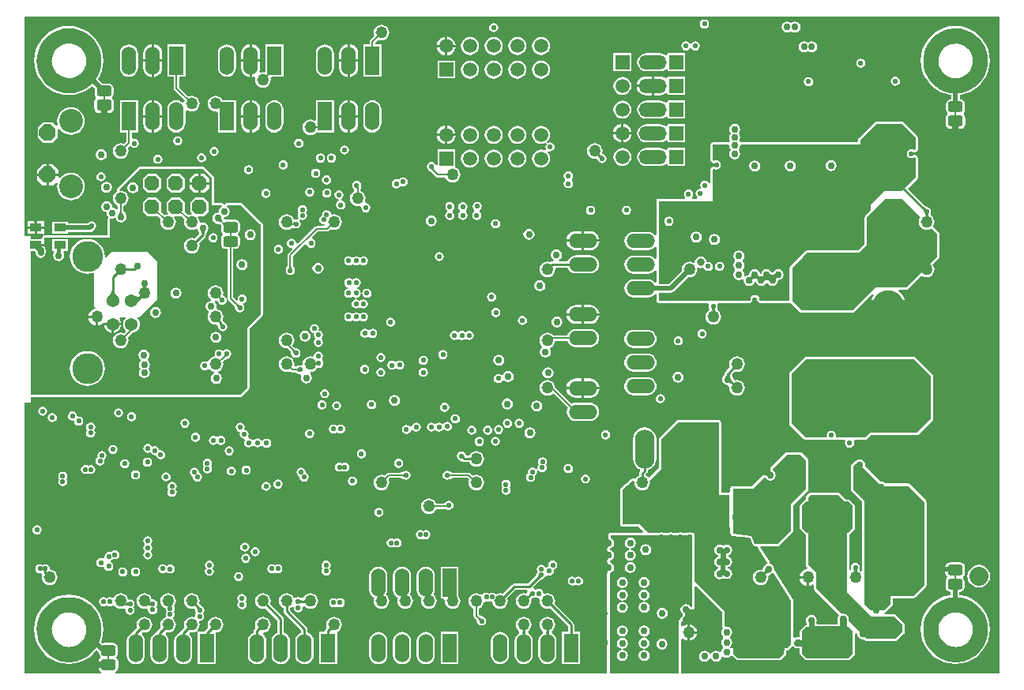
<source format=gbl>
G04 Layer_Physical_Order=6*
G04 Layer_Color=16711680*
%FSLAX25Y25*%
%MOIN*%
G70*
G01*
G75*
%ADD10C,0.06496*%
%ADD11C,0.00800*%
G04:AMPARAMS|DCode=27|XSize=50mil|YSize=50mil|CornerRadius=25mil|HoleSize=0mil|Usage=FLASHONLY|Rotation=270.000|XOffset=0mil|YOffset=0mil|HoleType=Round|Shape=RoundedRectangle|*
%AMROUNDEDRECTD27*
21,1,0.05000,0.00000,0,0,270.0*
21,1,0.00000,0.05000,0,0,270.0*
1,1,0.05000,0.00000,0.00000*
1,1,0.05000,0.00000,0.00000*
1,1,0.05000,0.00000,0.00000*
1,1,0.05000,0.00000,0.00000*
%
%ADD27ROUNDEDRECTD27*%
%ADD63C,0.00600*%
%ADD65C,0.01200*%
%ADD66C,0.01000*%
%ADD67C,0.00700*%
%ADD69C,0.02200*%
%ADD70C,0.02000*%
%ADD74C,0.01600*%
%ADD79C,0.03000*%
%ADD80C,0.02500*%
%ADD81C,0.00900*%
%ADD82C,0.05000*%
%ADD83C,0.07000*%
%ADD84C,0.02700*%
%ADD91C,0.04000*%
%ADD103R,0.06000X0.12000*%
%ADD104O,0.06000X0.12000*%
G04:AMPARAMS|DCode=105|XSize=133mil|YSize=83mil|CornerRadius=0mil|HoleSize=0mil|Usage=FLASHONLY|Rotation=270.000|XOffset=0mil|YOffset=0mil|HoleType=Round|Shape=Octagon|*
%AMOCTAGOND105*
4,1,8,-0.02075,-0.06650,0.02075,-0.06650,0.04150,-0.04575,0.04150,0.04575,0.02075,0.06650,-0.02075,0.06650,-0.04150,0.04575,-0.04150,-0.04575,-0.02075,-0.06650,0.0*
%
%ADD105OCTAGOND105*%

%ADD106O,0.12000X0.06000*%
%ADD107C,0.08000*%
%ADD108P,0.07577X8X292.5*%
%ADD109C,0.10000*%
%ADD110C,0.05400*%
%ADD111C,0.13050*%
%ADD112P,0.06711X8X22.5*%
%ADD113O,0.08250X0.16500*%
%ADD114R,0.05905X0.05905*%
%ADD115C,0.05905*%
%ADD116O,0.13000X0.13600*%
%ADD117O,0.11811X0.05905*%
%ADD118R,0.05905X0.05905*%
%ADD119C,0.02200*%
%ADD120C,0.03000*%
%ADD121C,0.03200*%
%ADD122C,0.02900*%
G04:AMPARAMS|DCode=141|XSize=46mil|YSize=63mil|CornerRadius=11.5mil|HoleSize=0mil|Usage=FLASHONLY|Rotation=90.000|XOffset=0mil|YOffset=0mil|HoleType=Round|Shape=RoundedRectangle|*
%AMROUNDEDRECTD141*
21,1,0.04600,0.04000,0,0,90.0*
21,1,0.02300,0.06300,0,0,90.0*
1,1,0.02300,0.02000,0.01150*
1,1,0.02300,0.02000,-0.01150*
1,1,0.02300,-0.02000,-0.01150*
1,1,0.02300,-0.02000,0.01150*
%
%ADD141ROUNDEDRECTD141*%
G04:AMPARAMS|DCode=142|XSize=50mil|YSize=50mil|CornerRadius=25mil|HoleSize=0mil|Usage=FLASHONLY|Rotation=0.000|XOffset=0mil|YOffset=0mil|HoleType=Round|Shape=RoundedRectangle|*
%AMROUNDEDRECTD142*
21,1,0.05000,0.00000,0,0,0.0*
21,1,0.00000,0.05000,0,0,0.0*
1,1,0.05000,0.00000,0.00000*
1,1,0.05000,0.00000,0.00000*
1,1,0.05000,0.00000,0.00000*
1,1,0.05000,0.00000,0.00000*
%
%ADD142ROUNDEDRECTD142*%
%ADD143R,0.04921X0.03347*%
%ADD144R,0.05905X0.05905*%
%ADD145C,0.08500*%
G36*
X-29692Y-45423D02*
X-29668Y-45543D01*
X-29628Y-45663D01*
X-29572Y-45782D01*
X-29500Y-45902D01*
X-29413Y-46021D01*
X-29309Y-46140D01*
X-29189Y-46260D01*
X-29054Y-46379D01*
X-28902Y-46498D01*
X-30983Y-46778D01*
X-30854Y-46606D01*
X-30546Y-46134D01*
X-30471Y-45991D01*
X-30409Y-45856D01*
X-30362Y-45727D01*
X-30327Y-45606D01*
X-30307Y-45492D01*
X-30300Y-45386D01*
X-29700Y-45303D01*
X-29692Y-45423D01*
D02*
G37*
G36*
X211225Y-212440D02*
X210725Y-212529D01*
X210283Y-211868D01*
X209523Y-211360D01*
X208625Y-211181D01*
X207728Y-211360D01*
X206967Y-211868D01*
X206459Y-212629D01*
X206280Y-213526D01*
X206459Y-214424D01*
X206967Y-215184D01*
X207254Y-215376D01*
Y-215876D01*
X206967Y-216068D01*
X206459Y-216828D01*
X206280Y-217726D01*
X206124Y-217916D01*
X205600Y-218000D01*
X205600Y-218000D01*
Y-240500D01*
X176300D01*
Y-228388D01*
X176415Y-228216D01*
X176562Y-227475D01*
X176415Y-226733D01*
X176300Y-226561D01*
Y-215589D01*
X176362Y-215275D01*
X176300Y-214961D01*
X176300Y-198046D01*
X176697Y-197967D01*
X177458Y-197458D01*
X177967Y-196697D01*
X178145Y-195800D01*
X177967Y-194903D01*
X177458Y-194142D01*
X176697Y-193633D01*
X176300Y-193554D01*
Y-192846D01*
X176697Y-192767D01*
X177458Y-192258D01*
X177967Y-191497D01*
X178145Y-190600D01*
X177967Y-189703D01*
X177458Y-188942D01*
X176697Y-188433D01*
X176300Y-188354D01*
Y-187746D01*
X176697Y-187667D01*
X177458Y-187158D01*
X177967Y-186397D01*
X178145Y-185500D01*
X177967Y-184603D01*
X177458Y-183842D01*
X176844Y-183431D01*
X176632Y-182849D01*
X176667Y-182797D01*
X176810Y-182075D01*
X211225D01*
X211225Y-212440D01*
D02*
G37*
G36*
X222300Y-165100D02*
X226700D01*
Y-178500D01*
X227280Y-179151D01*
Y-181400D01*
X227307Y-181532D01*
X227316Y-181666D01*
X227345Y-181725D01*
X227358Y-181790D01*
X227433Y-181902D01*
X227492Y-182022D01*
X227542Y-182066D01*
X227579Y-182121D01*
X227691Y-182196D01*
X227792Y-182284D01*
X227855Y-182305D01*
X227910Y-182342D01*
X228042Y-182368D01*
X228169Y-182411D01*
X235323Y-183340D01*
X236683Y-186145D01*
X236785Y-186280D01*
X236879Y-186421D01*
X236904Y-186438D01*
X236923Y-186462D01*
X237069Y-186548D01*
X237210Y-186642D01*
X237240Y-186648D01*
X237266Y-186663D01*
X237434Y-186687D01*
X237600Y-186720D01*
X238298D01*
X242776Y-193859D01*
X242578Y-194318D01*
X242503Y-194333D01*
X241742Y-194842D01*
X241233Y-195603D01*
X241181Y-195868D01*
X241173Y-195873D01*
X241163Y-195888D01*
X241148Y-195899D01*
X241055Y-196055D01*
X240956Y-196206D01*
X240953Y-196224D01*
X240943Y-196240D01*
X240916Y-196420D01*
X240883Y-196597D01*
X240403Y-196725D01*
X240000Y-196671D01*
X239139Y-196785D01*
X238336Y-197117D01*
X237646Y-197646D01*
X237118Y-198336D01*
X236785Y-199138D01*
X236671Y-200000D01*
X236785Y-200862D01*
X237118Y-201664D01*
X237646Y-202354D01*
X238336Y-202883D01*
X239139Y-203215D01*
X240000Y-203328D01*
X240862Y-203215D01*
X241664Y-202883D01*
X242354Y-202354D01*
X242882Y-201664D01*
X243215Y-200862D01*
X243328Y-200000D01*
X243255Y-199443D01*
X243527Y-199029D01*
X243677Y-198976D01*
X243712Y-198966D01*
X243890Y-198922D01*
X243903Y-198912D01*
X243918Y-198907D01*
X244062Y-198794D01*
X244210Y-198685D01*
X244211Y-198684D01*
X244297Y-198667D01*
X244934Y-198241D01*
X245541Y-198267D01*
X252900Y-210000D01*
Y-228100D01*
X251200Y-229800D01*
X242174D01*
X241769Y-232001D01*
X241788Y-231498D01*
X241769Y-231437D01*
Y-231461D01*
X241765Y-231425D01*
X241649Y-231047D01*
X241352Y-230649D01*
X240897Y-230305D01*
X240285Y-230013D01*
X239611Y-229804D01*
X238609Y-230030D01*
X237498Y-230413D01*
X236777Y-230785D01*
X236673Y-231081D01*
X236633Y-231461D01*
Y-230860D01*
X236595Y-230880D01*
X235900Y-231433D01*
X235413Y-232070D01*
X235134Y-232792D01*
X235063Y-233600D01*
X234915Y-229800D01*
X227146D01*
X227072Y-229249D01*
X227358Y-229058D01*
X227867Y-228297D01*
X228045Y-227400D01*
X227867Y-226503D01*
X227358Y-225742D01*
X226996Y-225500D01*
Y-225000D01*
X227358Y-224758D01*
X227867Y-223997D01*
X228045Y-223100D01*
X227867Y-222203D01*
X227358Y-221442D01*
X226597Y-220933D01*
X225700Y-220755D01*
X225300Y-220834D01*
X224800Y-220424D01*
X224800Y-214200D01*
X212245Y-201645D01*
X212245Y-182075D01*
X212167Y-181685D01*
X211946Y-181354D01*
X211615Y-181133D01*
X211225Y-181055D01*
X210841D01*
X210822Y-181043D01*
X210081Y-180895D01*
X209340Y-181043D01*
X209321Y-181055D01*
X206841D01*
X206822Y-181043D01*
X206081Y-180895D01*
X205340Y-181043D01*
X205321Y-181055D01*
X202841D01*
X202822Y-181043D01*
X202081Y-180895D01*
X201340Y-181043D01*
X201321Y-181055D01*
X198841D01*
X198822Y-181043D01*
X198081Y-180895D01*
X197340Y-181043D01*
X197321Y-181055D01*
X192322D01*
X189000Y-177500D01*
X181825Y-177500D01*
Y-162975D01*
X186276Y-159173D01*
X186747Y-159429D01*
X186671Y-160000D01*
X186785Y-160862D01*
X187118Y-161664D01*
X187646Y-162354D01*
X188336Y-162882D01*
X189138Y-163215D01*
X190000Y-163329D01*
X190861Y-163215D01*
X191664Y-162882D01*
X192354Y-162354D01*
X192883Y-161664D01*
X193215Y-160862D01*
X193328Y-160000D01*
X193246Y-159375D01*
X193325Y-158875D01*
X198125Y-154075D01*
Y-141575D01*
X205125Y-134575D01*
X222300D01*
Y-165100D01*
D02*
G37*
G36*
X340818Y-240582D02*
X206687D01*
X206620Y-240500D01*
Y-226085D01*
X206894Y-225902D01*
X207320Y-225785D01*
X207935Y-226257D01*
X208786Y-226610D01*
X209200Y-226664D01*
Y-223200D01*
Y-219736D01*
X208786Y-219790D01*
X207935Y-220143D01*
X207320Y-220615D01*
X206894Y-220498D01*
X206620Y-220315D01*
Y-218803D01*
X206629Y-218795D01*
X206658Y-218785D01*
X206782Y-218670D01*
X206912Y-218563D01*
X207068Y-218373D01*
X207092Y-218328D01*
X207128Y-218292D01*
X207185Y-218154D01*
X207256Y-218022D01*
X207261Y-217971D01*
X207280Y-217925D01*
X207419Y-217226D01*
X207702Y-216803D01*
X207820Y-216724D01*
X207891Y-216653D01*
X207975Y-216597D01*
X208030Y-216513D01*
X208101Y-216442D01*
X208140Y-216350D01*
X208196Y-216266D01*
X208215Y-216168D01*
X208254Y-216075D01*
Y-215974D01*
X208273Y-215876D01*
Y-215376D01*
X208254Y-215278D01*
Y-215177D01*
X208215Y-215084D01*
X208196Y-214986D01*
X208140Y-214902D01*
X208101Y-214809D01*
X208030Y-214738D01*
X207975Y-214655D01*
X207891Y-214599D01*
X207820Y-214528D01*
X207702Y-214449D01*
X207419Y-214026D01*
X207320Y-213526D01*
X207419Y-213027D01*
X207702Y-212603D01*
X208126Y-212320D01*
X208625Y-212221D01*
X209125Y-212320D01*
X209548Y-212603D01*
X209877Y-213096D01*
X210011Y-213229D01*
X210142Y-213366D01*
X210151Y-213370D01*
X210159Y-213377D01*
X210333Y-213449D01*
X210506Y-213525D01*
X210517Y-213525D01*
X210526Y-213529D01*
X210715D01*
X210904Y-213533D01*
X211404Y-213444D01*
X211507Y-213404D01*
X211615Y-213382D01*
X211690Y-213332D01*
X211775Y-213299D01*
X211854Y-213222D01*
X211946Y-213161D01*
X211996Y-213086D01*
X212062Y-213023D01*
X212106Y-212922D01*
X212167Y-212830D01*
X212185Y-212742D01*
X212221Y-212659D01*
X212223Y-212548D01*
X212245Y-212440D01*
Y-204001D01*
X212892Y-203733D01*
X223780Y-214622D01*
X223780Y-220424D01*
X223790Y-220474D01*
X223785Y-220524D01*
X223829Y-220667D01*
X223858Y-220814D01*
X224042Y-221442D01*
X223533Y-222203D01*
X223355Y-223100D01*
X223533Y-223997D01*
X224042Y-224758D01*
X224254Y-224900D01*
Y-225600D01*
X224042Y-225742D01*
X223533Y-226503D01*
X223355Y-227400D01*
X223533Y-228297D01*
X224042Y-229058D01*
X224179Y-229150D01*
Y-229850D01*
X224042Y-229942D01*
X223533Y-230703D01*
X223443Y-231157D01*
X223270Y-231271D01*
X222677Y-231421D01*
X222097Y-231033D01*
X221200Y-230855D01*
X220303Y-231033D01*
X219542Y-231542D01*
X219189Y-232070D01*
X219160Y-232081D01*
X218440D01*
X218411Y-232070D01*
X218058Y-231542D01*
X217297Y-231033D01*
X216400Y-230855D01*
X215503Y-231033D01*
X214742Y-231542D01*
X214233Y-232303D01*
X214055Y-233200D01*
X214233Y-234097D01*
X214742Y-234858D01*
X215503Y-235367D01*
X216400Y-235545D01*
X217297Y-235367D01*
X218058Y-234858D01*
X218411Y-234330D01*
X218440Y-234319D01*
X219160D01*
X219189Y-234330D01*
X219542Y-234858D01*
X220303Y-235367D01*
X221200Y-235545D01*
X222097Y-235367D01*
X222858Y-234858D01*
X223367Y-234097D01*
X223457Y-233643D01*
X223630Y-233529D01*
X224223Y-233379D01*
X224803Y-233767D01*
X225700Y-233945D01*
X226597Y-233767D01*
X227358Y-233258D01*
X227456Y-233112D01*
X228153Y-233043D01*
X230020Y-234911D01*
X234305D01*
X234935Y-234994D01*
X245700D01*
X246330Y-234911D01*
X248370D01*
X250845Y-232436D01*
Y-230820D01*
X251200D01*
X251590Y-230742D01*
X251921Y-230521D01*
X253199Y-229243D01*
X254047Y-229253D01*
X254725Y-229706D01*
X255525Y-229865D01*
X256550D01*
Y-232475D01*
X259025Y-234950D01*
X262542D01*
X262681Y-234968D01*
X273325D01*
X273465Y-234950D01*
X277375D01*
X279850Y-232475D01*
Y-223883D01*
X280550Y-223556D01*
X280785Y-223752D01*
X280780Y-223775D01*
X280959Y-224672D01*
X281467Y-225433D01*
X282228Y-225941D01*
X283125Y-226120D01*
X283503Y-226045D01*
X283979Y-226521D01*
X284310Y-226742D01*
X284700Y-226820D01*
X296900D01*
X297290Y-226742D01*
X297621Y-226521D01*
X297621Y-226521D01*
X300421Y-223721D01*
X300642Y-223390D01*
X300720Y-223000D01*
Y-219900D01*
X300642Y-219510D01*
X300421Y-219179D01*
X297121Y-215879D01*
X296790Y-215658D01*
X296400Y-215580D01*
X292366D01*
X292297Y-214880D01*
X292490Y-214842D01*
X292821Y-214621D01*
X295621Y-211821D01*
X295842Y-211490D01*
X295920Y-211100D01*
X295920Y-208720D01*
X303724D01*
X303725Y-208720D01*
X303727Y-208720D01*
X304600D01*
X304990Y-208642D01*
X305321Y-208421D01*
X309721Y-204021D01*
X309942Y-203690D01*
X310020Y-203300D01*
Y-192700D01*
Y-168100D01*
X309942Y-167710D01*
X309721Y-167379D01*
X302996Y-160654D01*
X302665Y-160433D01*
X302275Y-160355D01*
X292701Y-160355D01*
X292558Y-160142D01*
X292308Y-159975D01*
X292134Y-159859D01*
X291797Y-159633D01*
X290900Y-159455D01*
X290689Y-159497D01*
X284053Y-152861D01*
X284145Y-152400D01*
X283967Y-151503D01*
X283458Y-150742D01*
X283254Y-150605D01*
X282697Y-150233D01*
X281800Y-150055D01*
X280903Y-150233D01*
X280142Y-150742D01*
X280042Y-150892D01*
X279835Y-150933D01*
X279504Y-151154D01*
X278504Y-152154D01*
X278283Y-152485D01*
X278206Y-152875D01*
X278206Y-162925D01*
X278283Y-163315D01*
X278504Y-163646D01*
X282880Y-168022D01*
X282880Y-183200D01*
X282880Y-197265D01*
X282180Y-197513D01*
X281664Y-197117D01*
X281740Y-196899D01*
X281759Y-196741D01*
X281790Y-196586D01*
X281785Y-196563D01*
X281790Y-196541D01*
X281937Y-195800D01*
X281790Y-195059D01*
X281370Y-194430D01*
X280741Y-194010D01*
X280000Y-193863D01*
X279259Y-194010D01*
X278630Y-194430D01*
X278210Y-195059D01*
X278063Y-195800D01*
X278210Y-196541D01*
X278215Y-196563D01*
X278210Y-196586D01*
X278230Y-196683D01*
X278105Y-196852D01*
X278020Y-196922D01*
X277535Y-196752D01*
X277320Y-196537D01*
Y-181950D01*
X277375D01*
X279850Y-179475D01*
Y-169525D01*
X277375Y-167050D01*
X275992D01*
X273321Y-164379D01*
X272990Y-164158D01*
X272600Y-164080D01*
X261200Y-164080D01*
X260810Y-164158D01*
X260479Y-164379D01*
X259279Y-165579D01*
X259058Y-165910D01*
X258980Y-166300D01*
Y-167095D01*
X256550Y-169525D01*
Y-179475D01*
X258980Y-181905D01*
Y-194600D01*
X259058Y-194990D01*
X259279Y-195321D01*
X259279Y-195321D01*
X259754Y-195796D01*
X259503Y-196535D01*
X259086Y-196590D01*
X258235Y-196943D01*
X257504Y-197504D01*
X256943Y-198235D01*
X256590Y-199086D01*
X256536Y-199500D01*
X260000D01*
Y-200000D01*
X260500D01*
Y-203464D01*
X260914Y-203410D01*
X261765Y-203057D01*
X261880Y-202969D01*
X262580Y-203314D01*
Y-204700D01*
X262658Y-205090D01*
X262879Y-205421D01*
X273186Y-215727D01*
X273167Y-215917D01*
X272659Y-216677D01*
X272480Y-217575D01*
Y-219881D01*
X263692D01*
X263444Y-219181D01*
X263567Y-218997D01*
X263745Y-218100D01*
X263567Y-217203D01*
X263058Y-216442D01*
X262297Y-215933D01*
X261400Y-215755D01*
X260503Y-215933D01*
X259742Y-216442D01*
X259233Y-217203D01*
X259055Y-218100D01*
X259233Y-218997D01*
X259463Y-219341D01*
Y-220050D01*
X259025D01*
X256550Y-222525D01*
Y-224752D01*
X256009Y-225197D01*
X255800Y-225155D01*
X254903Y-225333D01*
X254620Y-225522D01*
X253920Y-225148D01*
Y-210000D01*
X253903Y-209916D01*
X253905Y-209830D01*
X253864Y-209723D01*
X253842Y-209610D01*
X253794Y-209538D01*
X253764Y-209458D01*
X246405Y-197725D01*
X246341Y-197658D01*
X246292Y-197578D01*
X246205Y-197514D01*
X246132Y-197436D01*
X246046Y-197398D01*
X245971Y-197343D01*
X245867Y-197318D01*
X245769Y-197274D01*
X245731Y-196572D01*
X245745Y-196500D01*
X245567Y-195603D01*
X245058Y-194842D01*
X244297Y-194333D01*
X243796Y-193874D01*
X243779Y-193782D01*
X243781Y-193689D01*
X243743Y-193589D01*
X243724Y-193483D01*
X243673Y-193405D01*
X243640Y-193317D01*
X239886Y-187332D01*
X240224Y-186720D01*
X247500D01*
X247890Y-186642D01*
X248221Y-186421D01*
X253621Y-181021D01*
X253842Y-180690D01*
X253920Y-180300D01*
Y-169422D01*
X258721Y-164621D01*
X259946Y-163396D01*
X260167Y-163065D01*
X260245Y-162675D01*
X260245Y-150575D01*
X260167Y-150185D01*
X259946Y-149854D01*
X257446Y-147354D01*
X257446Y-147354D01*
X257115Y-147133D01*
X256725Y-147055D01*
X251125D01*
X250735Y-147133D01*
X250404Y-147354D01*
X244310Y-153448D01*
X244246Y-153544D01*
X244167Y-153628D01*
X244136Y-153708D01*
X244089Y-153779D01*
X244066Y-153892D01*
X244025Y-154000D01*
X244028Y-154085D01*
X244011Y-154169D01*
X244034Y-154282D01*
X244037Y-154397D01*
X244169Y-154973D01*
X244245Y-155140D01*
X244315Y-155311D01*
X244326Y-155321D01*
X244332Y-155335D01*
X244466Y-155462D01*
X244597Y-155592D01*
X245023Y-155877D01*
X245306Y-156300D01*
X245406Y-156800D01*
X245306Y-157300D01*
X245023Y-157723D01*
X244600Y-158006D01*
X244100Y-158106D01*
X243600Y-158006D01*
X243177Y-157723D01*
X242892Y-157297D01*
X242762Y-157167D01*
X242635Y-157032D01*
X242621Y-157026D01*
X242611Y-157015D01*
X242441Y-156945D01*
X242272Y-156869D01*
X241698Y-156737D01*
X241582Y-156734D01*
X241469Y-156711D01*
X241385Y-156728D01*
X241300Y-156725D01*
X241192Y-156766D01*
X241079Y-156789D01*
X241008Y-156836D01*
X240928Y-156867D01*
X240844Y-156946D01*
X240748Y-157010D01*
X236378Y-161380D01*
X228300Y-161380D01*
X227910Y-161458D01*
X227579Y-161679D01*
X227358Y-162010D01*
X227280Y-162400D01*
Y-163507D01*
X226700Y-164080D01*
X223320D01*
Y-134575D01*
X223242Y-134185D01*
X223021Y-133854D01*
X222690Y-133633D01*
X222300Y-133555D01*
X205125D01*
X204735Y-133633D01*
X204404Y-133854D01*
X197404Y-140854D01*
X197183Y-141185D01*
X197106Y-141575D01*
Y-153653D01*
X193058Y-157700D01*
X192360Y-157654D01*
X192354Y-157646D01*
X191699Y-157144D01*
X191659Y-157061D01*
X191594Y-156331D01*
X192037Y-155887D01*
X192325Y-155457D01*
X192426Y-154950D01*
Y-154607D01*
X193584Y-154127D01*
X194613Y-153338D01*
X195402Y-152309D01*
X195898Y-151111D01*
X196068Y-149825D01*
Y-141575D01*
X195898Y-140289D01*
X195402Y-139091D01*
X194613Y-138062D01*
X193584Y-137273D01*
X192386Y-136777D01*
X191100Y-136608D01*
X189814Y-136777D01*
X188616Y-137273D01*
X187587Y-138062D01*
X186798Y-139091D01*
X186302Y-140289D01*
X186133Y-141575D01*
Y-149825D01*
X186302Y-151111D01*
X186798Y-152309D01*
X187587Y-153338D01*
X188616Y-154127D01*
X189047Y-154305D01*
X189183Y-154992D01*
X189063Y-155112D01*
X188775Y-155542D01*
X188674Y-156050D01*
Y-156977D01*
X188336Y-157117D01*
X187646Y-157646D01*
X187354Y-158028D01*
X186739Y-158265D01*
X186560Y-158214D01*
X186383Y-158159D01*
X186369Y-158160D01*
X186356Y-158157D01*
X186172Y-158178D01*
X185986Y-158195D01*
X185975Y-158202D01*
X185961Y-158203D01*
X185799Y-158294D01*
X185634Y-158381D01*
X185626Y-158391D01*
X185614Y-158398D01*
X181163Y-162199D01*
X181138Y-162231D01*
X181104Y-162254D01*
X181016Y-162387D01*
X180917Y-162512D01*
X180906Y-162551D01*
X180883Y-162585D01*
X180852Y-162741D01*
X180809Y-162895D01*
X180814Y-162935D01*
X180806Y-162975D01*
Y-177500D01*
X180883Y-177890D01*
X181104Y-178221D01*
X181435Y-178442D01*
X181825Y-178520D01*
X188557Y-178520D01*
X190326Y-180413D01*
X190048Y-181055D01*
X176810D01*
X176712Y-181075D01*
X176611D01*
X176519Y-181113D01*
X176420Y-181133D01*
X176337Y-181189D01*
X176244Y-181227D01*
X176173Y-181298D01*
X176089Y-181354D01*
X176033Y-181437D01*
X175962Y-181508D01*
X175924Y-181601D01*
X175868Y-181685D01*
X175849Y-181783D01*
X175810Y-181876D01*
X175679Y-182535D01*
X175679Y-182538D01*
X175632Y-182650D01*
Y-182729D01*
X175613Y-182806D01*
X175632Y-182926D01*
Y-183048D01*
X175662Y-183121D01*
X175674Y-183199D01*
X175886Y-183781D01*
X175950Y-183885D01*
X175996Y-183998D01*
X176052Y-184054D01*
X176093Y-184121D01*
X176191Y-184193D01*
X176278Y-184279D01*
X176723Y-184577D01*
X177006Y-185000D01*
X177105Y-185500D01*
X177006Y-186000D01*
X176723Y-186423D01*
X176300Y-186706D01*
X176101Y-186746D01*
X176008Y-186784D01*
X175910Y-186804D01*
X175826Y-186859D01*
X175733Y-186898D01*
X175663Y-186969D01*
X175579Y-187025D01*
X175523Y-187108D01*
X175452Y-187179D01*
X175414Y-187272D01*
X175358Y-187355D01*
X175338Y-187454D01*
X175300Y-187547D01*
Y-187647D01*
X175280Y-187746D01*
Y-188354D01*
X175300Y-188453D01*
Y-188553D01*
X175338Y-188646D01*
X175358Y-188745D01*
X175414Y-188828D01*
X175452Y-188921D01*
X175523Y-188992D01*
X175579Y-189075D01*
X175663Y-189131D01*
X175733Y-189202D01*
X175826Y-189241D01*
X175910Y-189296D01*
X176008Y-189316D01*
X176101Y-189354D01*
X176300Y-189394D01*
X176723Y-189677D01*
X177006Y-190100D01*
X177105Y-190600D01*
X177006Y-191100D01*
X176723Y-191523D01*
X176300Y-191806D01*
X176101Y-191846D01*
X176008Y-191884D01*
X175910Y-191904D01*
X175826Y-191959D01*
X175733Y-191998D01*
X175663Y-192069D01*
X175579Y-192125D01*
X175523Y-192208D01*
X175452Y-192279D01*
X175414Y-192372D01*
X175358Y-192455D01*
X175338Y-192554D01*
X175300Y-192647D01*
Y-192747D01*
X175280Y-192846D01*
Y-193554D01*
X175300Y-193653D01*
Y-193753D01*
X175338Y-193846D01*
X175358Y-193945D01*
X175414Y-194028D01*
X175452Y-194121D01*
X175523Y-194192D01*
X175579Y-194275D01*
X175663Y-194331D01*
X175733Y-194402D01*
X175826Y-194441D01*
X175910Y-194496D01*
X176008Y-194516D01*
X176101Y-194554D01*
X176300Y-194594D01*
X176723Y-194877D01*
X177006Y-195300D01*
X177105Y-195800D01*
X177006Y-196300D01*
X176723Y-196723D01*
X176300Y-197006D01*
X176101Y-197046D01*
X176008Y-197084D01*
X175910Y-197104D01*
X175826Y-197159D01*
X175733Y-197198D01*
X175663Y-197269D01*
X175579Y-197325D01*
X175523Y-197408D01*
X175452Y-197479D01*
X175414Y-197572D01*
X175358Y-197655D01*
X175338Y-197754D01*
X175300Y-197847D01*
Y-197947D01*
X175280Y-198046D01*
X175280Y-214961D01*
X175300Y-215059D01*
Y-215160D01*
X175323Y-215275D01*
X175300Y-215390D01*
Y-215490D01*
X175280Y-215589D01*
Y-226561D01*
X175300Y-226660D01*
Y-226760D01*
X175338Y-226853D01*
X175358Y-226952D01*
X175414Y-227035D01*
X175452Y-227128D01*
X175454Y-227131D01*
X175523Y-227475D01*
X175454Y-227818D01*
X175452Y-227822D01*
X175414Y-227915D01*
X175358Y-227998D01*
X175338Y-228097D01*
X175300Y-228189D01*
Y-228290D01*
X175280Y-228388D01*
Y-240500D01*
X175213Y-240582D01*
X-32118D01*
X-32212Y-240310D01*
X-32234Y-239882D01*
X-31625Y-239475D01*
X-31150Y-238764D01*
X-30983Y-237925D01*
Y-235625D01*
X-31150Y-234786D01*
X-31625Y-234075D01*
X-31744Y-233995D01*
X-31679Y-233196D01*
X-31338Y-232686D01*
X-31187Y-231925D01*
Y-229625D01*
X-31338Y-228864D01*
X-31769Y-228219D01*
X-32414Y-227788D01*
X-33175Y-227637D01*
X-37175D01*
X-37667Y-227735D01*
X-38302Y-227100D01*
X-38011Y-226399D01*
X-37476Y-224173D01*
X-37297Y-221890D01*
X-37476Y-219607D01*
X-38011Y-217380D01*
X-38887Y-215265D01*
X-40084Y-213312D01*
X-41571Y-211571D01*
X-43312Y-210084D01*
X-45265Y-208887D01*
X-47380Y-208011D01*
X-49607Y-207476D01*
X-51890Y-207297D01*
X-54173Y-207476D01*
X-56399Y-208011D01*
X-58515Y-208887D01*
X-60467Y-210084D01*
X-62209Y-211571D01*
X-63696Y-213312D01*
X-64892Y-215265D01*
X-65769Y-217380D01*
X-66303Y-219607D01*
X-66483Y-221890D01*
X-66303Y-224173D01*
X-65769Y-226399D01*
X-64892Y-228515D01*
X-63696Y-230467D01*
X-62209Y-232209D01*
X-60467Y-233696D01*
X-58515Y-234892D01*
X-56399Y-235769D01*
X-54173Y-236303D01*
X-51890Y-236483D01*
X-49607Y-236303D01*
X-47380Y-235769D01*
X-45265Y-234892D01*
X-43312Y-233696D01*
X-41571Y-232209D01*
X-40438Y-230882D01*
X-39738Y-230855D01*
X-39163Y-231430D01*
Y-231925D01*
X-39012Y-232686D01*
X-38670Y-233196D01*
X-38605Y-233995D01*
X-38725Y-234075D01*
X-39200Y-234786D01*
X-39367Y-235625D01*
Y-237925D01*
X-39200Y-238764D01*
X-38725Y-239475D01*
X-38116Y-239882D01*
X-38138Y-240310D01*
X-38232Y-240582D01*
X-70582D01*
Y-126048D01*
X-67736D01*
Y-123894D01*
X20452D01*
X20842Y-123817D01*
X21173Y-123596D01*
X24028Y-120741D01*
X24249Y-120410D01*
X24327Y-120020D01*
Y-95048D01*
X29737Y-89638D01*
X29958Y-89307D01*
X30035Y-88917D01*
Y-50909D01*
X29958Y-50519D01*
X29737Y-50188D01*
X29559Y-50070D01*
X21538Y-42224D01*
X21376Y-42118D01*
X21215Y-42011D01*
X21210Y-42010D01*
X21205Y-42006D01*
X21015Y-41971D01*
X20825Y-41933D01*
X14970D01*
X14920Y-41943D01*
X14870Y-41938D01*
X14727Y-41982D01*
X14580Y-42011D01*
X14538Y-42039D01*
X14489Y-42054D01*
X14373Y-42149D01*
X14249Y-42232D01*
X14221Y-42274D01*
X14182Y-42306D01*
X14147Y-42370D01*
X14099Y-42388D01*
X13926Y-42438D01*
X13594D01*
X13420Y-42388D01*
X13373Y-42370D01*
X13338Y-42306D01*
X13299Y-42274D01*
X13271Y-42232D01*
X13146Y-42149D01*
X13031Y-42054D01*
X12982Y-42039D01*
X12940Y-42011D01*
X12793Y-41982D01*
X12650Y-41938D01*
X12599Y-41943D01*
X12550Y-41933D01*
X9520D01*
Y-31100D01*
X9442Y-30710D01*
X9221Y-30379D01*
X5621Y-26779D01*
X5290Y-26558D01*
X4900Y-26480D01*
X-21772Y-26480D01*
X-22162Y-26558D01*
X-22493Y-26779D01*
X-31226Y-35513D01*
X-31245Y-35541D01*
X-31272Y-35561D01*
X-31355Y-35705D01*
X-31447Y-35844D01*
X-31454Y-35877D01*
X-31471Y-35906D01*
X-31493Y-36071D01*
X-31525Y-36234D01*
X-31518Y-36267D01*
X-31523Y-36300D01*
X-31480Y-36461D01*
X-31447Y-36624D01*
X-31664Y-37117D01*
X-32354Y-37646D01*
X-32882Y-38336D01*
X-33215Y-39138D01*
X-33329Y-40000D01*
X-33215Y-40861D01*
X-32882Y-41664D01*
X-32354Y-42354D01*
X-31664Y-42882D01*
X-31122Y-43107D01*
Y-44383D01*
X-31822Y-44596D01*
X-31925Y-44442D01*
X-32685Y-43933D01*
X-33509Y-43770D01*
X-33455Y-43500D01*
X-33633Y-42603D01*
X-34142Y-41842D01*
X-34903Y-41333D01*
X-35800Y-41155D01*
X-36697Y-41333D01*
X-37458Y-41842D01*
X-37967Y-42603D01*
X-38145Y-43500D01*
X-37967Y-44397D01*
X-37458Y-45158D01*
X-36697Y-45667D01*
X-35874Y-45830D01*
X-35928Y-46100D01*
X-35749Y-46997D01*
X-35241Y-47758D01*
X-35312Y-48292D01*
X-35341Y-48439D01*
X-35385Y-48583D01*
X-35380Y-48633D01*
X-35390Y-48682D01*
Y-55516D01*
X-61330D01*
X-61969Y-55388D01*
X-62230Y-55099D01*
X-62314Y-54846D01*
X-62314Y-54705D01*
X-62314Y-54705D01*
Y-52833D01*
X-65275D01*
Y-55006D01*
X-62974D01*
X-62946Y-55006D01*
X-62630Y-55617D01*
X-62664Y-55706D01*
X-62732Y-55742D01*
X-62767Y-55784D01*
X-62813Y-55814D01*
X-62894Y-55936D01*
X-62987Y-56047D01*
X-63209Y-56455D01*
X-63226Y-56507D01*
X-63256Y-56553D01*
X-63285Y-56696D01*
X-63328Y-56835D01*
X-63920Y-57143D01*
X-67736D01*
Y-55822D01*
X-67783Y-55775D01*
X-70582D01*
Y36960D01*
X340818D01*
X340818Y-240582D01*
D02*
G37*
G36*
X272600Y-165100D02*
X276300Y-168800D01*
Y-206100D01*
X286800Y-216600D01*
X296400D01*
X299700Y-219900D01*
Y-223000D01*
X296900Y-225800D01*
X284700D01*
X277170Y-218270D01*
Y-217575D01*
X276992Y-216677D01*
X276483Y-215917D01*
X275723Y-215408D01*
X274825Y-215230D01*
X274245Y-215345D01*
X263600Y-204700D01*
X263600Y-198200D01*
X260000Y-194600D01*
X260000Y-166300D01*
X261200Y-165100D01*
X272600Y-165100D01*
D02*
G37*
G36*
X259225Y-150575D02*
X259225Y-162675D01*
X258000Y-163900D01*
X252900Y-169000D01*
Y-180300D01*
X247500Y-185700D01*
X237600D01*
X236000Y-182400D01*
X228300Y-181400D01*
Y-162400D01*
X236800Y-162400D01*
X241469Y-157731D01*
X242044Y-157863D01*
X242442Y-158458D01*
X243203Y-158967D01*
X244100Y-159145D01*
X244997Y-158967D01*
X245758Y-158458D01*
X246267Y-157697D01*
X246445Y-156800D01*
X246267Y-155903D01*
X245758Y-155142D01*
X245163Y-154744D01*
X245031Y-154169D01*
X251125Y-148075D01*
X256725D01*
X259225Y-150575D01*
D02*
G37*
G36*
X291125Y-161375D02*
X302275Y-161375D01*
X309000Y-168100D01*
Y-192700D01*
Y-203300D01*
X304600Y-207700D01*
X294900D01*
X294900Y-211100D01*
X292100Y-213900D01*
X286500Y-213900D01*
X283900Y-211300D01*
X283900Y-183200D01*
X283900Y-167600D01*
X279225Y-162925D01*
X279225Y-152875D01*
X280225Y-151875D01*
X281625Y-151875D01*
X291125Y-161375D01*
D02*
G37*
G36*
X8500Y-31100D02*
Y-42953D01*
X12550D01*
X12701Y-43453D01*
X12102Y-43854D01*
X11593Y-44614D01*
X11415Y-45512D01*
X11428Y-45579D01*
X11096Y-45924D01*
X10205Y-46101D01*
X9444Y-46610D01*
X8936Y-47370D01*
X8757Y-48268D01*
X8936Y-49165D01*
X9444Y-49926D01*
X10205Y-50434D01*
X10378Y-50469D01*
X10387Y-50475D01*
X10396Y-50489D01*
X10549Y-50590D01*
X10698Y-50697D01*
X10714Y-50701D01*
X10727Y-50710D01*
X10907Y-50745D01*
X11086Y-50787D01*
X11443Y-50798D01*
X11555Y-50809D01*
X11658Y-50826D01*
X11739Y-50845D01*
X11799Y-50863D01*
X11837Y-50879D01*
X11855Y-50888D01*
X11855Y-50888D01*
X11894Y-50922D01*
X12037Y-51005D01*
X12176Y-51098D01*
X12209Y-51104D01*
X12238Y-51121D01*
X12331Y-51133D01*
Y-53209D01*
X12482Y-53970D01*
X12913Y-54615D01*
X13128Y-54758D01*
Y-55360D01*
X12913Y-55503D01*
X12482Y-56148D01*
X12331Y-56909D01*
Y-59209D01*
X12482Y-59970D01*
X12913Y-60615D01*
X13558Y-61046D01*
X14319Y-61197D01*
X15197D01*
Y-82119D01*
X15197Y-82119D01*
X15283Y-82548D01*
X15526Y-82912D01*
X17888Y-85274D01*
X17913Y-85440D01*
X17926Y-85462D01*
X17931Y-85487D01*
X18028Y-85632D01*
X18117Y-85781D01*
X18144Y-85812D01*
X18147Y-85817D01*
X18153Y-85832D01*
X18160Y-85858D01*
X18168Y-85896D01*
X18174Y-85945D01*
X18179Y-86006D01*
X18181Y-86106D01*
X18221Y-86292D01*
X18258Y-86479D01*
X18263Y-86486D01*
X18265Y-86494D01*
X18373Y-86651D01*
X18479Y-86810D01*
X18486Y-86815D01*
X18491Y-86822D01*
X18509Y-86833D01*
X18510Y-86841D01*
X18930Y-87470D01*
X19559Y-87890D01*
X20300Y-88037D01*
X21041Y-87890D01*
X21670Y-87470D01*
X22090Y-86841D01*
X22237Y-86100D01*
X22090Y-85359D01*
X21695Y-84767D01*
X21727Y-84546D01*
X21824Y-84232D01*
X21991Y-84198D01*
X22619Y-83779D01*
X23039Y-83150D01*
X23187Y-82409D01*
X23039Y-81667D01*
X22619Y-81039D01*
X21991Y-80619D01*
X21249Y-80471D01*
X20508Y-80619D01*
X19880Y-81039D01*
X19460Y-81667D01*
X19312Y-82409D01*
X19414Y-82921D01*
X18953Y-83167D01*
X17440Y-81654D01*
Y-61197D01*
X18319D01*
X19080Y-61046D01*
X19725Y-60615D01*
X20156Y-59970D01*
X20307Y-59209D01*
Y-56909D01*
X20156Y-56148D01*
X19725Y-55503D01*
X19510Y-55360D01*
Y-54758D01*
X19725Y-54615D01*
X20156Y-53970D01*
X20307Y-53209D01*
Y-50909D01*
X20156Y-50148D01*
X19725Y-49503D01*
X19080Y-49072D01*
X18319Y-48921D01*
X14319D01*
X14102Y-48964D01*
X13985Y-48905D01*
X13632Y-48551D01*
X13623Y-48442D01*
X13623Y-48339D01*
X13654Y-48230D01*
X13960Y-47817D01*
X14657Y-47678D01*
X15418Y-47170D01*
X15926Y-46409D01*
X16105Y-45512D01*
X15926Y-44614D01*
X15418Y-43854D01*
X14818Y-43453D01*
X14970Y-42953D01*
X20825D01*
X28960Y-50909D01*
X29016D01*
Y-88917D01*
X23307Y-94626D01*
Y-120020D01*
X20452Y-122875D01*
X-67736D01*
Y-62290D01*
X-66057D01*
X-65765Y-62582D01*
Y-62975D01*
X-65606Y-63775D01*
X-65153Y-64453D01*
X-64475Y-64906D01*
X-63675Y-65065D01*
X-62875Y-64906D01*
X-62197Y-64453D01*
X-61744Y-63775D01*
X-61585Y-62975D01*
Y-61717D01*
X-61585Y-61717D01*
X-61744Y-60917D01*
X-62197Y-60239D01*
X-62314Y-60121D01*
Y-60116D01*
X-65775D01*
Y-59117D01*
X-62314D01*
Y-56943D01*
X-62092Y-56535D01*
X-34370D01*
Y-48682D01*
X-33984Y-48365D01*
X-33583Y-48445D01*
X-32685Y-48267D01*
X-32483Y-48131D01*
X-32021Y-48323D01*
X-31967Y-48597D01*
X-31458Y-49358D01*
X-30697Y-49867D01*
X-29800Y-50045D01*
X-28903Y-49867D01*
X-28142Y-49358D01*
X-27633Y-48597D01*
X-27455Y-47700D01*
X-27633Y-46803D01*
X-27893Y-46415D01*
X-27890Y-46377D01*
X-27892Y-46370D01*
X-27892Y-46362D01*
X-27954Y-46181D01*
X-28013Y-45999D01*
X-28018Y-45993D01*
X-28021Y-45986D01*
X-28147Y-45843D01*
X-28272Y-45697D01*
X-28401Y-45595D01*
X-28492Y-45515D01*
X-28563Y-45444D01*
X-28616Y-45384D01*
X-28651Y-45336D01*
X-28671Y-45303D01*
X-28679Y-45285D01*
X-28683Y-45236D01*
X-28692Y-45201D01*
X-28690Y-45164D01*
X-28743Y-45010D01*
X-28786Y-44851D01*
X-28808Y-44823D01*
X-28820Y-44789D01*
X-28878Y-44723D01*
Y-43107D01*
X-28336Y-42882D01*
X-27646Y-42354D01*
X-27117Y-41664D01*
X-26785Y-40861D01*
X-26671Y-40000D01*
X-26785Y-39138D01*
X-27117Y-38336D01*
X-27646Y-37646D01*
X-28336Y-37117D01*
X-29138Y-36785D01*
X-30000Y-36672D01*
X-30272Y-36707D01*
X-30505Y-36234D01*
X-21772Y-27500D01*
X4900Y-27500D01*
X8500Y-31100D01*
D02*
G37*
G36*
X243456Y-197999D02*
X243331Y-198009D01*
X243208Y-198029D01*
X243086Y-198059D01*
X242967Y-198100D01*
X242849Y-198151D01*
X242734Y-198212D01*
X242620Y-198283D01*
X242508Y-198365D01*
X242397Y-198457D01*
X242289Y-198559D01*
X241397Y-197755D01*
X241499Y-197645D01*
X241590Y-197535D01*
X241670Y-197422D01*
X241738Y-197308D01*
X241794Y-197192D01*
X241839Y-197074D01*
X241872Y-196954D01*
X241894Y-196833D01*
X241904Y-196710D01*
X241902Y-196586D01*
X243456Y-197999D01*
D02*
G37*
G36*
X19367Y-84736D02*
X19444Y-84793D01*
X19527Y-84842D01*
X19616Y-84885D01*
X19712Y-84921D01*
X19814Y-84951D01*
X19923Y-84973D01*
X20039Y-84989D01*
X20161Y-84998D01*
X20289Y-85000D01*
X19200Y-86089D01*
X19198Y-85961D01*
X19189Y-85839D01*
X19173Y-85723D01*
X19151Y-85614D01*
X19121Y-85512D01*
X19085Y-85416D01*
X19042Y-85327D01*
X18993Y-85244D01*
X18936Y-85167D01*
X18873Y-85097D01*
X19297Y-84673D01*
X19367Y-84736D01*
D02*
G37*
G36*
X12604Y-48486D02*
X12633Y-48854D01*
X12659Y-49019D01*
X12694Y-49170D01*
X12737Y-49308D01*
X12788Y-49434D01*
X12847Y-49546D01*
X12914Y-49645D01*
X12990Y-49731D01*
X12566Y-50156D01*
X12480Y-50080D01*
X12381Y-50012D01*
X12268Y-49953D01*
X12143Y-49902D01*
X12005Y-49859D01*
X11853Y-49825D01*
X11689Y-49798D01*
X11511Y-49780D01*
X11117Y-49768D01*
X12602Y-48283D01*
X12604Y-48486D01*
D02*
G37*
G36*
X280738Y-196624D02*
X280709Y-196671D01*
X280683Y-196727D01*
X280661Y-196793D01*
X280643Y-196868D01*
X280627Y-196952D01*
X280615Y-197046D01*
X280602Y-197261D01*
X280600Y-197382D01*
X279400D01*
X279398Y-197261D01*
X279373Y-196952D01*
X279358Y-196868D01*
X279339Y-196793D01*
X279317Y-196727D01*
X279291Y-196671D01*
X279262Y-196624D01*
X279230Y-196586D01*
X280770D01*
X280738Y-196624D01*
D02*
G37*
%LPC*%
G36*
X181700Y-205055D02*
X180803Y-205233D01*
X180042Y-205742D01*
X179533Y-206503D01*
X179355Y-207400D01*
X179533Y-208297D01*
X180042Y-209058D01*
X180803Y-209567D01*
X181700Y-209745D01*
X182597Y-209567D01*
X183358Y-209058D01*
X183867Y-208297D01*
X184045Y-207400D01*
X183867Y-206503D01*
X183358Y-205742D01*
X182597Y-205233D01*
X181700Y-205055D01*
D02*
G37*
G36*
X190900D02*
X190003Y-205233D01*
X189242Y-205742D01*
X188733Y-206503D01*
X188555Y-207400D01*
X188733Y-208297D01*
X189242Y-209058D01*
X190003Y-209567D01*
X190900Y-209745D01*
X191797Y-209567D01*
X192558Y-209058D01*
X193067Y-208297D01*
X193245Y-207400D01*
X193067Y-206503D01*
X192558Y-205742D01*
X191797Y-205233D01*
X190900Y-205055D01*
D02*
G37*
G36*
X181700Y-210255D02*
X180803Y-210433D01*
X180042Y-210942D01*
X179533Y-211703D01*
X179355Y-212600D01*
X179533Y-213497D01*
X180042Y-214258D01*
X180803Y-214767D01*
X181700Y-214945D01*
X182597Y-214767D01*
X183358Y-214258D01*
X183867Y-213497D01*
X184045Y-212600D01*
X183867Y-211703D01*
X183358Y-210942D01*
X182597Y-210433D01*
X181700Y-210255D01*
D02*
G37*
G36*
X190900D02*
X190003Y-210433D01*
X189242Y-210942D01*
X188733Y-211703D01*
X188555Y-212600D01*
X188733Y-213497D01*
X189242Y-214258D01*
X190003Y-214767D01*
X190900Y-214945D01*
X191797Y-214767D01*
X192558Y-214258D01*
X193067Y-213497D01*
X193245Y-212600D01*
X193067Y-211703D01*
X192558Y-210942D01*
X191797Y-210433D01*
X190900Y-210255D01*
D02*
G37*
G36*
X181700Y-199783D02*
X180803Y-199961D01*
X180042Y-200469D01*
X179533Y-201230D01*
X179355Y-202128D01*
X179533Y-203025D01*
X180042Y-203786D01*
X180803Y-204294D01*
X181700Y-204473D01*
X182597Y-204294D01*
X183358Y-203786D01*
X183867Y-203025D01*
X184045Y-202128D01*
X183867Y-201230D01*
X183358Y-200469D01*
X182597Y-199961D01*
X181700Y-199783D01*
D02*
G37*
G36*
X190900Y-199755D02*
X190003Y-199933D01*
X189242Y-200442D01*
X188733Y-201203D01*
X188555Y-202100D01*
X188733Y-202997D01*
X189242Y-203758D01*
X190003Y-204267D01*
X190900Y-204445D01*
X191797Y-204267D01*
X192558Y-203758D01*
X193067Y-202997D01*
X193245Y-202100D01*
X193067Y-201203D01*
X192558Y-200442D01*
X191797Y-199933D01*
X190900Y-199755D01*
D02*
G37*
G36*
X198500Y-212755D02*
X197603Y-212933D01*
X196842Y-213442D01*
X196333Y-214203D01*
X196155Y-215100D01*
X196333Y-215997D01*
X196842Y-216758D01*
X197603Y-217267D01*
X198500Y-217445D01*
X199397Y-217267D01*
X200158Y-216758D01*
X200667Y-215997D01*
X200845Y-215100D01*
X200667Y-214203D01*
X200158Y-213442D01*
X199397Y-212933D01*
X198500Y-212755D01*
D02*
G37*
G36*
X181700Y-220255D02*
X180803Y-220433D01*
X180042Y-220942D01*
X179533Y-221703D01*
X179355Y-222600D01*
X179533Y-223497D01*
X180042Y-224258D01*
X180803Y-224767D01*
X181700Y-224945D01*
X182597Y-224767D01*
X183358Y-224258D01*
X183867Y-223497D01*
X184045Y-222600D01*
X183867Y-221703D01*
X183358Y-220942D01*
X182597Y-220433D01*
X181700Y-220255D01*
D02*
G37*
G36*
X190900Y-230555D02*
X190003Y-230733D01*
X189242Y-231242D01*
X188733Y-232003D01*
X188555Y-232900D01*
X188733Y-233797D01*
X189242Y-234558D01*
X190003Y-235067D01*
X190900Y-235245D01*
X191797Y-235067D01*
X192558Y-234558D01*
X193067Y-233797D01*
X193245Y-232900D01*
X193067Y-232003D01*
X192558Y-231242D01*
X191797Y-230733D01*
X190900Y-230555D01*
D02*
G37*
G36*
X181700Y-225455D02*
X180803Y-225633D01*
X180042Y-226142D01*
X179533Y-226903D01*
X179355Y-227800D01*
X179533Y-228697D01*
X180042Y-229458D01*
X180803Y-229967D01*
X181449Y-230095D01*
Y-230605D01*
X180803Y-230733D01*
X180042Y-231242D01*
X179533Y-232003D01*
X179355Y-232900D01*
X179533Y-233797D01*
X180042Y-234558D01*
X180803Y-235067D01*
X181700Y-235245D01*
X182597Y-235067D01*
X183358Y-234558D01*
X183867Y-233797D01*
X184045Y-232900D01*
X183867Y-232003D01*
X183358Y-231242D01*
X182597Y-230733D01*
X181951Y-230605D01*
Y-230095D01*
X182597Y-229967D01*
X183358Y-229458D01*
X183867Y-228697D01*
X184045Y-227800D01*
X183867Y-226903D01*
X183358Y-226142D01*
X182597Y-225633D01*
X181700Y-225455D01*
D02*
G37*
G36*
X198409Y-225740D02*
X197512Y-225919D01*
X196751Y-226427D01*
X196243Y-227188D01*
X196064Y-228085D01*
X196243Y-228982D01*
X196751Y-229743D01*
X197512Y-230252D01*
X198409Y-230430D01*
X199307Y-230252D01*
X200068Y-229743D01*
X200576Y-228982D01*
X200754Y-228085D01*
X200576Y-227188D01*
X200068Y-226427D01*
X199307Y-225919D01*
X198409Y-225740D01*
D02*
G37*
G36*
X190900Y-220255D02*
X190003Y-220433D01*
X189242Y-220942D01*
X188733Y-221703D01*
X188555Y-222600D01*
X188733Y-223497D01*
X189242Y-224258D01*
X190003Y-224767D01*
X190649Y-224895D01*
Y-225405D01*
X190003Y-225533D01*
X189242Y-226042D01*
X188733Y-226803D01*
X188555Y-227700D01*
X188733Y-228597D01*
X189242Y-229358D01*
X190003Y-229867D01*
X190900Y-230045D01*
X191797Y-229867D01*
X192558Y-229358D01*
X193067Y-228597D01*
X193245Y-227700D01*
X193067Y-226803D01*
X192558Y-226042D01*
X191797Y-225533D01*
X191151Y-225405D01*
Y-224895D01*
X191797Y-224767D01*
X192558Y-224258D01*
X193067Y-223497D01*
X193245Y-222600D01*
X193067Y-221703D01*
X192558Y-220942D01*
X191797Y-220433D01*
X190900Y-220255D01*
D02*
G37*
G36*
X185000Y-183155D02*
X184103Y-183333D01*
X183342Y-183842D01*
X182833Y-184603D01*
X182655Y-185500D01*
X182833Y-186397D01*
X183342Y-187158D01*
X184103Y-187667D01*
X184749Y-187795D01*
Y-188305D01*
X184103Y-188433D01*
X183342Y-188942D01*
X182833Y-189703D01*
X182655Y-190600D01*
X182833Y-191497D01*
X183342Y-192258D01*
X184103Y-192767D01*
X185000Y-192945D01*
X185897Y-192767D01*
X186658Y-192258D01*
X187167Y-191497D01*
X187345Y-190600D01*
X187167Y-189703D01*
X186658Y-188942D01*
X185897Y-188433D01*
X185251Y-188305D01*
Y-187795D01*
X185897Y-187667D01*
X186658Y-187158D01*
X187167Y-186397D01*
X187345Y-185500D01*
X187167Y-184603D01*
X186658Y-183842D01*
X185897Y-183333D01*
X185000Y-183155D01*
D02*
G37*
G36*
Y-193455D02*
X184103Y-193633D01*
X183342Y-194142D01*
X182833Y-194903D01*
X182655Y-195800D01*
X182833Y-196697D01*
X183342Y-197458D01*
X184103Y-197967D01*
X185000Y-198145D01*
X185897Y-197967D01*
X186658Y-197458D01*
X187167Y-196697D01*
X187345Y-195800D01*
X187167Y-194903D01*
X186658Y-194142D01*
X185897Y-193633D01*
X185000Y-193455D01*
D02*
G37*
G36*
X191500Y-185955D02*
X190603Y-186133D01*
X189842Y-186642D01*
X189333Y-187403D01*
X189155Y-188300D01*
X189333Y-189197D01*
X189842Y-189958D01*
X190603Y-190467D01*
X191500Y-190645D01*
X192397Y-190467D01*
X193158Y-189958D01*
X193667Y-189197D01*
X193845Y-188300D01*
X193667Y-187403D01*
X193158Y-186642D01*
X192397Y-186133D01*
X191500Y-185955D01*
D02*
G37*
G36*
X222700Y-186055D02*
X221803Y-186233D01*
X221042Y-186742D01*
X220533Y-187503D01*
X220355Y-188400D01*
X220533Y-189297D01*
X221042Y-190058D01*
X221803Y-190567D01*
X222198Y-190645D01*
Y-191155D01*
X221803Y-191233D01*
X221042Y-191742D01*
X220533Y-192503D01*
X220355Y-193400D01*
X220533Y-194297D01*
X221042Y-195058D01*
X221803Y-195567D01*
X222198Y-195645D01*
Y-196155D01*
X221803Y-196233D01*
X221042Y-196742D01*
X220533Y-197503D01*
X220355Y-198400D01*
X220533Y-199297D01*
X221042Y-200058D01*
X221803Y-200567D01*
X222700Y-200745D01*
X223597Y-200567D01*
X224326Y-200079D01*
X224947Y-200494D01*
X225825Y-200669D01*
X226703Y-200494D01*
X227447Y-199997D01*
X227945Y-199253D01*
X228119Y-198375D01*
X227945Y-197497D01*
X227447Y-196753D01*
X226703Y-196255D01*
X226072Y-196130D01*
Y-195620D01*
X226703Y-195494D01*
X227447Y-194997D01*
X227945Y-194253D01*
X228119Y-193375D01*
X227945Y-192497D01*
X227447Y-191753D01*
X226703Y-191255D01*
X226323Y-191180D01*
Y-190670D01*
X226703Y-190594D01*
X227447Y-190097D01*
X227945Y-189353D01*
X228119Y-188475D01*
X227945Y-187597D01*
X227447Y-186853D01*
X226703Y-186355D01*
X225825Y-186181D01*
X224947Y-186355D01*
X224361Y-186747D01*
X224358Y-186742D01*
X223597Y-186233D01*
X222700Y-186055D01*
D02*
G37*
%LPD*%
G36*
X223200Y-187194D02*
X223786Y-187586D01*
X223795Y-187594D01*
X223795Y-187594D01*
X223795Y-187594D01*
X223980Y-187671D01*
X224162Y-187747D01*
X224162D01*
X224163Y-187747D01*
X224361D01*
X224560Y-187747D01*
X224560Y-187747D01*
X224560D01*
X224739Y-187673D01*
X224927Y-187595D01*
X224928Y-187595D01*
X224928Y-187594D01*
X225345Y-187316D01*
X225825Y-187220D01*
X226305Y-187316D01*
X226712Y-187588D01*
X226984Y-187995D01*
X227080Y-188475D01*
X226984Y-188955D01*
X226712Y-189362D01*
X226305Y-189634D01*
X226124Y-189670D01*
X226031Y-189708D01*
X225933Y-189728D01*
X225849Y-189784D01*
X225756Y-189822D01*
X225685Y-189893D01*
X225602Y-189949D01*
X225546Y-190032D01*
X225475Y-190103D01*
X225437Y-190196D01*
X225381Y-190280D01*
X225361Y-190378D01*
X225323Y-190471D01*
Y-190571D01*
X225303Y-190670D01*
Y-191180D01*
X225323Y-191278D01*
Y-191379D01*
X225361Y-191471D01*
X225381Y-191570D01*
X225437Y-191653D01*
X225475Y-191746D01*
X225546Y-191817D01*
X225602Y-191901D01*
X225685Y-191956D01*
X225756Y-192027D01*
X225849Y-192066D01*
X225933Y-192122D01*
X226031Y-192141D01*
X226124Y-192180D01*
X226305Y-192216D01*
X226712Y-192488D01*
X226984Y-192895D01*
X227080Y-193375D01*
X226984Y-193855D01*
X226712Y-194262D01*
X226305Y-194534D01*
X225872Y-194620D01*
X225780Y-194658D01*
X225681Y-194678D01*
X225598Y-194734D01*
X225505Y-194772D01*
X225434Y-194843D01*
X225350Y-194899D01*
X225295Y-194982D01*
X225224Y-195053D01*
X225185Y-195146D01*
X225130Y-195230D01*
X225110Y-195328D01*
X225072Y-195421D01*
Y-195521D01*
X225052Y-195620D01*
Y-196130D01*
X225071Y-196228D01*
Y-196329D01*
X225110Y-196421D01*
X225130Y-196520D01*
X225185Y-196603D01*
X225224Y-196696D01*
X225295Y-196767D01*
X225350Y-196851D01*
X225434Y-196906D01*
X225505Y-196977D01*
X225598Y-197016D01*
X225681Y-197072D01*
X225780Y-197091D01*
X225872Y-197130D01*
X226305Y-197216D01*
X226712Y-197488D01*
X226984Y-197895D01*
X227080Y-198375D01*
X226984Y-198855D01*
X226712Y-199262D01*
X226305Y-199534D01*
X225825Y-199629D01*
X225345Y-199534D01*
X224893Y-199232D01*
X224678Y-199143D01*
X224525Y-199079D01*
X224128D01*
X223760Y-199232D01*
X223760Y-199232D01*
X223200Y-199606D01*
X222700Y-199706D01*
X222200Y-199606D01*
X221777Y-199323D01*
X221494Y-198900D01*
X221394Y-198400D01*
X221494Y-197900D01*
X221777Y-197477D01*
X222200Y-197194D01*
X222396Y-197155D01*
X222489Y-197116D01*
X222588Y-197097D01*
X222671Y-197041D01*
X222764Y-197003D01*
X222835Y-196932D01*
X222918Y-196876D01*
X222974Y-196792D01*
X223045Y-196721D01*
X223084Y-196629D01*
X223140Y-196545D01*
X223159Y-196447D01*
X223198Y-196354D01*
Y-196253D01*
X223217Y-196155D01*
Y-195645D01*
X223198Y-195547D01*
Y-195446D01*
X223159Y-195353D01*
X223140Y-195255D01*
X223084Y-195171D01*
X223045Y-195079D01*
X222974Y-195008D01*
X222918Y-194924D01*
X222835Y-194868D01*
X222764Y-194797D01*
X222671Y-194759D01*
X222588Y-194703D01*
X222489Y-194684D01*
X222396Y-194645D01*
X222200Y-194606D01*
X221777Y-194323D01*
X221494Y-193900D01*
X221394Y-193400D01*
X221494Y-192900D01*
X221777Y-192477D01*
X222200Y-192194D01*
X222396Y-192155D01*
X222489Y-192116D01*
X222588Y-192097D01*
X222671Y-192041D01*
X222764Y-192003D01*
X222835Y-191932D01*
X222918Y-191876D01*
X222974Y-191792D01*
X223045Y-191721D01*
X223084Y-191629D01*
X223140Y-191545D01*
X223159Y-191447D01*
X223198Y-191354D01*
Y-191253D01*
X223217Y-191155D01*
Y-190645D01*
X223198Y-190547D01*
Y-190446D01*
X223159Y-190353D01*
X223140Y-190255D01*
X223084Y-190171D01*
X223045Y-190079D01*
X222974Y-190008D01*
X222918Y-189924D01*
X222835Y-189868D01*
X222764Y-189797D01*
X222671Y-189759D01*
X222588Y-189703D01*
X222489Y-189683D01*
X222396Y-189645D01*
X222200Y-189606D01*
X221777Y-189323D01*
X221494Y-188900D01*
X221394Y-188400D01*
X221494Y-187900D01*
X221777Y-187477D01*
X222200Y-187194D01*
X222700Y-187094D01*
X223200Y-187194D01*
D02*
G37*
%LPC*%
G36*
X-58800Y-130563D02*
X-59541Y-130710D01*
X-60170Y-131130D01*
X-60590Y-131759D01*
X-60737Y-132500D01*
X-60590Y-133241D01*
X-60170Y-133870D01*
X-59541Y-134290D01*
X-58800Y-134437D01*
X-58059Y-134290D01*
X-57430Y-133870D01*
X-57010Y-133241D01*
X-56863Y-132500D01*
X-57010Y-131759D01*
X-57430Y-131130D01*
X-58059Y-130710D01*
X-58800Y-130563D01*
D02*
G37*
G36*
X111200Y-131063D02*
X110459Y-131210D01*
X109830Y-131630D01*
X109410Y-132259D01*
X109263Y-133000D01*
X109410Y-133741D01*
X109830Y-134370D01*
X110459Y-134790D01*
X111200Y-134937D01*
X111941Y-134790D01*
X112570Y-134370D01*
X112990Y-133741D01*
X113137Y-133000D01*
X112990Y-132259D01*
X112570Y-131630D01*
X111941Y-131210D01*
X111200Y-131063D01*
D02*
G37*
G36*
X-62900Y-127863D02*
X-63641Y-128010D01*
X-64270Y-128430D01*
X-64690Y-129059D01*
X-64837Y-129800D01*
X-64690Y-130541D01*
X-64270Y-131170D01*
X-63641Y-131590D01*
X-62900Y-131737D01*
X-62159Y-131590D01*
X-61530Y-131170D01*
X-61110Y-130541D01*
X-60963Y-129800D01*
X-61110Y-129059D01*
X-61530Y-128430D01*
X-62159Y-128010D01*
X-62900Y-127863D01*
D02*
G37*
G36*
X150000Y-116672D02*
X149138Y-116785D01*
X148336Y-117118D01*
X147646Y-117646D01*
X147117Y-118336D01*
X146785Y-119139D01*
X146671Y-120000D01*
X146785Y-120861D01*
X147117Y-121664D01*
X147646Y-122354D01*
X148336Y-122882D01*
X149138Y-123215D01*
X150000Y-123328D01*
X150862Y-123215D01*
X151664Y-122882D01*
X152354Y-122354D01*
X152696Y-122331D01*
X158652Y-128288D01*
X158337Y-129047D01*
X158207Y-130039D01*
X158337Y-131031D01*
X158720Y-131956D01*
X159329Y-132750D01*
X160123Y-133359D01*
X161047Y-133742D01*
X162039Y-133872D01*
X168039D01*
X169031Y-133742D01*
X169956Y-133359D01*
X170750Y-132750D01*
X171359Y-131956D01*
X171742Y-131031D01*
X171872Y-130039D01*
X171742Y-129047D01*
X171359Y-128123D01*
X170750Y-127329D01*
X169956Y-126720D01*
X169031Y-126337D01*
X168039Y-126207D01*
X162039D01*
X161047Y-126337D01*
X160217Y-126681D01*
X153297Y-119760D01*
X153215Y-119139D01*
X152883Y-118336D01*
X152354Y-117646D01*
X151664Y-117118D01*
X150862Y-116785D01*
X150000Y-116672D01*
D02*
G37*
G36*
X-25400Y-130163D02*
X-26141Y-130310D01*
X-26770Y-130730D01*
X-27190Y-131359D01*
X-27337Y-132100D01*
X-27190Y-132841D01*
X-26770Y-133470D01*
X-26141Y-133890D01*
X-25400Y-134037D01*
X-24659Y-133890D01*
X-24030Y-133470D01*
X-23610Y-132841D01*
X-23463Y-132100D01*
X-23610Y-131359D01*
X-24030Y-130730D01*
X-24659Y-130310D01*
X-25400Y-130163D01*
D02*
G37*
G36*
X-30900Y-128563D02*
X-31641Y-128710D01*
X-32270Y-129130D01*
X-32690Y-129759D01*
X-32837Y-130500D01*
X-32690Y-131241D01*
X-32270Y-131870D01*
X-31641Y-132290D01*
X-30900Y-132437D01*
X-30159Y-132290D01*
X-29530Y-131870D01*
X-29110Y-131241D01*
X-28963Y-130500D01*
X-29110Y-129759D01*
X-29530Y-129130D01*
X-30159Y-128710D01*
X-30900Y-128563D01*
D02*
G37*
G36*
X85600Y-122955D02*
X84703Y-123133D01*
X83942Y-123642D01*
X83434Y-124403D01*
X83255Y-125300D01*
X83434Y-126197D01*
X83942Y-126958D01*
X84703Y-127467D01*
X85600Y-127645D01*
X86497Y-127467D01*
X87258Y-126958D01*
X87766Y-126197D01*
X87945Y-125300D01*
X87766Y-124403D01*
X87258Y-123642D01*
X86497Y-123133D01*
X85600Y-122955D01*
D02*
G37*
G36*
X75900Y-125063D02*
X75159Y-125210D01*
X74530Y-125630D01*
X74110Y-126259D01*
X73963Y-127000D01*
X74110Y-127741D01*
X74530Y-128370D01*
X75159Y-128790D01*
X75900Y-128937D01*
X76641Y-128790D01*
X77270Y-128370D01*
X77690Y-127741D01*
X77837Y-127000D01*
X77690Y-126259D01*
X77270Y-125630D01*
X76641Y-125210D01*
X75900Y-125063D01*
D02*
G37*
G36*
X197700Y-122563D02*
X196959Y-122710D01*
X196330Y-123130D01*
X195910Y-123759D01*
X195763Y-124500D01*
X195910Y-125241D01*
X196330Y-125870D01*
X196959Y-126290D01*
X197700Y-126437D01*
X198441Y-126290D01*
X199070Y-125870D01*
X199490Y-125241D01*
X199637Y-124500D01*
X199490Y-123759D01*
X199070Y-123130D01*
X198441Y-122710D01*
X197700Y-122563D01*
D02*
G37*
G36*
X164539Y-120539D02*
X158071D01*
X158142Y-121084D01*
X158545Y-122057D01*
X159186Y-122892D01*
X160022Y-123533D01*
X160995Y-123936D01*
X162039Y-124074D01*
X164539D01*
Y-120539D01*
D02*
G37*
G36*
X56100Y-120463D02*
X55359Y-120610D01*
X54730Y-121030D01*
X54310Y-121659D01*
X54163Y-122400D01*
X54310Y-123141D01*
X54730Y-123770D01*
X55359Y-124190D01*
X56100Y-124337D01*
X56841Y-124190D01*
X57470Y-123770D01*
X57890Y-123141D01*
X58037Y-122400D01*
X57890Y-121659D01*
X57470Y-121030D01*
X56841Y-120610D01*
X56100Y-120463D01*
D02*
G37*
G36*
X145600Y-125255D02*
X144703Y-125433D01*
X143942Y-125942D01*
X143433Y-126703D01*
X143255Y-127600D01*
X143433Y-128497D01*
X143942Y-129258D01*
X144703Y-129767D01*
X145600Y-129945D01*
X146497Y-129767D01*
X147258Y-129258D01*
X147767Y-128497D01*
X147945Y-127600D01*
X147767Y-126703D01*
X147258Y-125942D01*
X146497Y-125433D01*
X145600Y-125255D01*
D02*
G37*
G36*
X106700Y-126163D02*
X105959Y-126310D01*
X105330Y-126730D01*
X104910Y-127359D01*
X104763Y-128100D01*
X104910Y-128841D01*
X105330Y-129470D01*
X105959Y-129890D01*
X106700Y-130037D01*
X107441Y-129890D01*
X108070Y-129470D01*
X108490Y-128841D01*
X108637Y-128100D01*
X108490Y-127359D01*
X108070Y-126730D01*
X107441Y-126310D01*
X106700Y-126163D01*
D02*
G37*
G36*
X61100Y-125563D02*
X60359Y-125710D01*
X59730Y-126130D01*
X59310Y-126759D01*
X59163Y-127500D01*
X59310Y-128241D01*
X59730Y-128870D01*
X60359Y-129290D01*
X61100Y-129437D01*
X61841Y-129290D01*
X62470Y-128870D01*
X62890Y-128241D01*
X63037Y-127500D01*
X62890Y-126759D01*
X62470Y-126130D01*
X61841Y-125710D01*
X61100Y-125563D01*
D02*
G37*
G36*
X55000Y-125163D02*
X54259Y-125310D01*
X53630Y-125730D01*
X53210Y-126359D01*
X53063Y-127100D01*
X53210Y-127841D01*
X53630Y-128470D01*
X54259Y-128890D01*
X55000Y-129037D01*
X55741Y-128890D01*
X56370Y-128470D01*
X56790Y-127841D01*
X56937Y-127100D01*
X56790Y-126359D01*
X56370Y-125730D01*
X55741Y-125310D01*
X55000Y-125163D01*
D02*
G37*
G36*
X133200Y-124355D02*
X132303Y-124533D01*
X131542Y-125042D01*
X131033Y-125803D01*
X130855Y-126700D01*
X131033Y-127597D01*
X131542Y-128358D01*
X132303Y-128867D01*
X133200Y-129045D01*
X134097Y-128867D01*
X134858Y-128358D01*
X135367Y-127597D01*
X135545Y-126700D01*
X135367Y-125803D01*
X134858Y-125042D01*
X134097Y-124533D01*
X133200Y-124355D01*
D02*
G37*
G36*
X107900Y-134263D02*
X107159Y-134410D01*
X106530Y-134830D01*
X106421Y-134994D01*
X105670Y-135130D01*
X105041Y-134710D01*
X104300Y-134563D01*
X103559Y-134710D01*
X102930Y-135130D01*
X102470D01*
X101841Y-134710D01*
X101100Y-134563D01*
X100359Y-134710D01*
X99730Y-135130D01*
X99310Y-135759D01*
X99163Y-136500D01*
X99310Y-137241D01*
X99730Y-137870D01*
X100359Y-138290D01*
X101100Y-138437D01*
X101841Y-138290D01*
X102470Y-137870D01*
X102930D01*
X103559Y-138290D01*
X104300Y-138437D01*
X105041Y-138290D01*
X105670Y-137870D01*
X105779Y-137706D01*
X106530Y-137570D01*
X107159Y-137990D01*
X107900Y-138137D01*
X108641Y-137990D01*
X109270Y-137570D01*
X109690Y-136941D01*
X109837Y-136200D01*
X109690Y-135459D01*
X109270Y-134830D01*
X108641Y-134410D01*
X107900Y-134263D01*
D02*
G37*
G36*
X128100Y-140563D02*
X127359Y-140710D01*
X126730Y-141130D01*
X126310Y-141759D01*
X126163Y-142500D01*
X126310Y-143241D01*
X126730Y-143870D01*
X127359Y-144290D01*
X128100Y-144437D01*
X128841Y-144290D01*
X129470Y-143870D01*
X129890Y-143241D01*
X130037Y-142500D01*
X129890Y-141759D01*
X129470Y-141130D01*
X128841Y-140710D01*
X128100Y-140563D01*
D02*
G37*
G36*
X121300Y-140663D02*
X120559Y-140810D01*
X119930Y-141230D01*
X119510Y-141859D01*
X119363Y-142600D01*
X119510Y-143341D01*
X119930Y-143970D01*
X120559Y-144390D01*
X121300Y-144537D01*
X122041Y-144390D01*
X122670Y-143970D01*
X123090Y-143341D01*
X123237Y-142600D01*
X123090Y-141859D01*
X122670Y-141230D01*
X122041Y-140810D01*
X121300Y-140663D01*
D02*
G37*
G36*
X1625Y-138838D02*
X884Y-138985D01*
X255Y-139405D01*
X-165Y-140033D01*
X-312Y-140775D01*
X-165Y-141516D01*
X255Y-142145D01*
X884Y-142565D01*
X1625Y-142712D01*
X2366Y-142565D01*
X2995Y-142145D01*
X3415Y-141516D01*
X3562Y-140775D01*
X3415Y-140033D01*
X2995Y-139405D01*
X2366Y-138985D01*
X1625Y-138838D01*
D02*
G37*
G36*
X142700Y-136555D02*
X141803Y-136733D01*
X141042Y-137242D01*
X140533Y-138003D01*
X140355Y-138900D01*
X140533Y-139797D01*
X141042Y-140558D01*
X141803Y-141067D01*
X142700Y-141245D01*
X143597Y-141067D01*
X144358Y-140558D01*
X144867Y-139797D01*
X145045Y-138900D01*
X144867Y-138003D01*
X144358Y-137242D01*
X143597Y-136733D01*
X142700Y-136555D01*
D02*
G37*
G36*
X174600Y-137863D02*
X173859Y-138010D01*
X173230Y-138430D01*
X172810Y-139059D01*
X172663Y-139800D01*
X172810Y-140541D01*
X173230Y-141170D01*
X173859Y-141590D01*
X174600Y-141737D01*
X175341Y-141590D01*
X175970Y-141170D01*
X176390Y-140541D01*
X176537Y-139800D01*
X176390Y-139059D01*
X175970Y-138430D01*
X175341Y-138010D01*
X174600Y-137863D01*
D02*
G37*
G36*
X293800Y-106755D02*
X293672Y-106780D01*
X259100D01*
X258710Y-106858D01*
X258379Y-107079D01*
X252379Y-113079D01*
X252158Y-113410D01*
X252080Y-113800D01*
Y-125728D01*
X252100Y-125826D01*
Y-125927D01*
X252105Y-125954D01*
X252100Y-125982D01*
Y-126082D01*
X252080Y-126181D01*
Y-130600D01*
X252080Y-135000D01*
X252158Y-135390D01*
X252379Y-135721D01*
X258275Y-141617D01*
X258358Y-141673D01*
X258430Y-141744D01*
X258436Y-141748D01*
X258529Y-141786D01*
X258612Y-141842D01*
X258711Y-141862D01*
X258804Y-141900D01*
X258904Y-141900D01*
X259002Y-141920D01*
X267603D01*
X267677Y-141905D01*
X267754Y-141908D01*
X267871Y-141866D01*
X267993Y-141842D01*
X268056Y-141800D01*
X268128Y-141774D01*
X268220Y-141690D01*
X268324Y-141621D01*
X268996Y-141706D01*
X269084Y-141765D01*
X269825Y-141912D01*
X270567Y-141765D01*
X270655Y-141706D01*
X271327Y-141621D01*
X271430Y-141690D01*
X271522Y-141774D01*
X271594Y-141800D01*
X271657Y-141842D01*
X271780Y-141866D01*
X271897Y-141908D01*
X271973Y-141905D01*
X272048Y-141920D01*
X275407D01*
X275636Y-142347D01*
X275718Y-142620D01*
X275588Y-143275D01*
X275735Y-144016D01*
X276155Y-144645D01*
X276784Y-145065D01*
X277525Y-145212D01*
X278267Y-145065D01*
X278895Y-144645D01*
X279315Y-144016D01*
X279462Y-143275D01*
X279332Y-142620D01*
X279415Y-142347D01*
X279643Y-141920D01*
X284200D01*
X284590Y-141842D01*
X284921Y-141621D01*
X284921Y-141621D01*
X286521Y-140021D01*
X305901Y-140019D01*
X306075Y-139984D01*
X306291Y-139942D01*
X306291Y-139942D01*
X306291Y-139942D01*
X306444Y-139839D01*
X306621Y-139721D01*
X312621Y-133721D01*
X312842Y-133390D01*
X312920Y-133000D01*
X312920Y-114800D01*
X312842Y-114410D01*
X312621Y-114079D01*
X305621Y-107079D01*
X305290Y-106858D01*
X304900Y-106780D01*
X293928D01*
X293800Y-106755D01*
D02*
G37*
G36*
X120000Y-146671D02*
X119139Y-146785D01*
X118336Y-147117D01*
X117646Y-147646D01*
X117118Y-148336D01*
X116977Y-148674D01*
X115937D01*
X115930Y-148665D01*
X115915Y-148642D01*
X115912Y-148637D01*
X115911Y-148631D01*
X115909Y-148625D01*
X115876Y-148494D01*
X115842Y-148321D01*
X115829Y-148301D01*
X115823Y-148278D01*
X115719Y-148136D01*
X115621Y-147990D01*
X115601Y-147977D01*
X115591Y-147962D01*
X115590Y-147959D01*
X115170Y-147330D01*
X114541Y-146910D01*
X113800Y-146763D01*
X113059Y-146910D01*
X112430Y-147330D01*
X112010Y-147959D01*
X111863Y-148700D01*
X112010Y-149441D01*
X112430Y-150070D01*
X113059Y-150490D01*
X113062Y-150490D01*
X113077Y-150501D01*
X113090Y-150521D01*
X113236Y-150619D01*
X113378Y-150723D01*
X113401Y-150729D01*
X113421Y-150742D01*
X113594Y-150776D01*
X113725Y-150809D01*
X113731Y-150811D01*
X113737Y-150812D01*
X113742Y-150815D01*
X113753Y-150822D01*
X113848Y-150899D01*
X113902Y-150951D01*
X114060Y-151051D01*
X114216Y-151155D01*
X114228Y-151157D01*
X114238Y-151164D01*
X114423Y-151196D01*
X114606Y-151233D01*
X114618Y-151230D01*
X114630Y-151232D01*
X114631Y-151232D01*
X115100Y-151326D01*
X116977D01*
X117118Y-151664D01*
X117646Y-152354D01*
X118336Y-152883D01*
X119139Y-153215D01*
X120000Y-153329D01*
X120861Y-153215D01*
X121664Y-152883D01*
X122354Y-152354D01*
X122882Y-151664D01*
X123215Y-150862D01*
X123328Y-150000D01*
X123215Y-149138D01*
X122882Y-148336D01*
X122354Y-147646D01*
X121664Y-147117D01*
X120861Y-146785D01*
X120000Y-146671D01*
D02*
G37*
G36*
X71600Y-145863D02*
X70859Y-146010D01*
X70230Y-146430D01*
X69810Y-147059D01*
X69663Y-147800D01*
X69810Y-148541D01*
X70230Y-149170D01*
X70859Y-149590D01*
X71600Y-149737D01*
X72341Y-149590D01*
X72970Y-149170D01*
X73390Y-148541D01*
X73537Y-147800D01*
X73390Y-147059D01*
X72970Y-146430D01*
X72341Y-146010D01*
X71600Y-145863D01*
D02*
G37*
G36*
X15800Y-144663D02*
X15059Y-144810D01*
X14430Y-145230D01*
X14010Y-145859D01*
X13863Y-146600D01*
X14010Y-147341D01*
X14430Y-147970D01*
X15059Y-148390D01*
X15800Y-148537D01*
X16541Y-148390D01*
X17170Y-147970D01*
X17590Y-147341D01*
X17737Y-146600D01*
X17590Y-145859D01*
X17170Y-145230D01*
X16541Y-144810D01*
X15800Y-144663D01*
D02*
G37*
G36*
X20500Y-134663D02*
X19759Y-134810D01*
X19130Y-135230D01*
X18710Y-135859D01*
X18563Y-136600D01*
X18710Y-137341D01*
X19130Y-137970D01*
X19739Y-138376D01*
X20304Y-138791D01*
X20156Y-139532D01*
X20304Y-140273D01*
X20723Y-140902D01*
X21352Y-141322D01*
X22093Y-141469D01*
X22441Y-142114D01*
X22210Y-142459D01*
X22063Y-143200D01*
X22210Y-143941D01*
X22630Y-144570D01*
X23259Y-144990D01*
X24000Y-145137D01*
X24741Y-144990D01*
X25370Y-144570D01*
X25479Y-144406D01*
X26321D01*
X26430Y-144570D01*
X27059Y-144990D01*
X27800Y-145137D01*
X28541Y-144990D01*
X29170Y-144570D01*
X29246Y-144456D01*
X30088D01*
X30230Y-144670D01*
X30859Y-145090D01*
X31600Y-145237D01*
X32341Y-145090D01*
X32970Y-144670D01*
X33390Y-144041D01*
X33537Y-143300D01*
X33390Y-142559D01*
X32970Y-141930D01*
X32341Y-141510D01*
X31600Y-141363D01*
X30859Y-141510D01*
X30230Y-141930D01*
X30154Y-142044D01*
X29313D01*
X29170Y-141830D01*
X28541Y-141410D01*
X27800Y-141263D01*
X27059Y-141410D01*
X26430Y-141830D01*
X26321Y-141994D01*
X25479D01*
X25370Y-141830D01*
X24741Y-141410D01*
X24000Y-141263D01*
X23653Y-140618D01*
X23883Y-140273D01*
X24031Y-139532D01*
X23883Y-138791D01*
X23463Y-138162D01*
X22855Y-137756D01*
X22290Y-137341D01*
X22437Y-136600D01*
X22290Y-135859D01*
X21870Y-135230D01*
X21241Y-134810D01*
X20500Y-134663D01*
D02*
G37*
G36*
X-33200Y-144063D02*
X-33941Y-144210D01*
X-34570Y-144630D01*
X-34990Y-145259D01*
X-35137Y-146000D01*
X-34990Y-146741D01*
X-34570Y-147370D01*
X-33941Y-147790D01*
X-33200Y-147937D01*
X-32459Y-147790D01*
X-31830Y-147370D01*
X-31410Y-146741D01*
X-31263Y-146000D01*
X-31410Y-145259D01*
X-31830Y-144630D01*
X-32459Y-144210D01*
X-33200Y-144063D01*
D02*
G37*
G36*
X49700Y-137363D02*
X48959Y-137510D01*
X48330Y-137930D01*
X47910Y-138559D01*
X47763Y-139300D01*
X47910Y-140041D01*
X48330Y-140670D01*
X48959Y-141090D01*
X49700Y-141237D01*
X50441Y-141090D01*
X51070Y-140670D01*
X51490Y-140041D01*
X51637Y-139300D01*
X51490Y-138559D01*
X51070Y-137930D01*
X50441Y-137510D01*
X49700Y-137363D01*
D02*
G37*
G36*
X138200Y-132963D02*
X137459Y-133110D01*
X136830Y-133530D01*
X136410Y-134159D01*
X136263Y-134900D01*
X136410Y-135641D01*
X136830Y-136270D01*
X137459Y-136690D01*
X138200Y-136837D01*
X138941Y-136690D01*
X139570Y-136270D01*
X139990Y-135641D01*
X140137Y-134900D01*
X139990Y-134159D01*
X139570Y-133530D01*
X138941Y-133110D01*
X138200Y-132963D01*
D02*
G37*
G36*
X133200D02*
X132459Y-133110D01*
X131830Y-133530D01*
X131410Y-134159D01*
X131263Y-134900D01*
X131410Y-135641D01*
X131830Y-136270D01*
X132459Y-136690D01*
X133200Y-136837D01*
X133941Y-136690D01*
X134570Y-136270D01*
X134990Y-135641D01*
X135137Y-134900D01*
X134990Y-134159D01*
X134570Y-133530D01*
X133941Y-133110D01*
X133200Y-132963D01*
D02*
G37*
G36*
X94700Y-134563D02*
X93959Y-134710D01*
X93330Y-135130D01*
X92910Y-135759D01*
X92831Y-136159D01*
X92088Y-136306D01*
X91970Y-136130D01*
X91341Y-135710D01*
X90600Y-135563D01*
X89859Y-135710D01*
X89230Y-136130D01*
X88810Y-136759D01*
X88663Y-137500D01*
X88810Y-138241D01*
X89230Y-138870D01*
X89859Y-139290D01*
X90600Y-139437D01*
X91341Y-139290D01*
X91970Y-138870D01*
X92390Y-138241D01*
X92469Y-137841D01*
X93212Y-137694D01*
X93330Y-137870D01*
X93959Y-138290D01*
X94700Y-138437D01*
X95441Y-138290D01*
X96070Y-137870D01*
X96490Y-137241D01*
X96637Y-136500D01*
X96490Y-135759D01*
X96070Y-135130D01*
X95441Y-134710D01*
X94700Y-134563D01*
D02*
G37*
G36*
X62900Y-135363D02*
X62159Y-135510D01*
X61530Y-135930D01*
X61270D01*
X60641Y-135510D01*
X59900Y-135363D01*
X59159Y-135510D01*
X58530Y-135930D01*
X58110Y-136559D01*
X57963Y-137300D01*
X58110Y-138041D01*
X58530Y-138670D01*
X59159Y-139090D01*
X59900Y-139237D01*
X60641Y-139090D01*
X61270Y-138670D01*
X61530D01*
X62159Y-139090D01*
X62900Y-139237D01*
X63641Y-139090D01*
X64270Y-138670D01*
X64690Y-138041D01*
X64837Y-137300D01*
X64690Y-136559D01*
X64270Y-135930D01*
X63641Y-135510D01*
X62900Y-135363D01*
D02*
G37*
G36*
X-50300Y-129863D02*
X-51041Y-130010D01*
X-51670Y-130430D01*
X-52090Y-131059D01*
X-52237Y-131800D01*
X-52090Y-132541D01*
X-51670Y-133170D01*
X-51041Y-133590D01*
X-50300Y-133737D01*
X-50299Y-133737D01*
X-49637Y-134000D01*
X-49587Y-134255D01*
X-49490Y-134741D01*
X-49070Y-135370D01*
X-48441Y-135790D01*
X-47700Y-135937D01*
X-46959Y-135790D01*
X-46330Y-135370D01*
X-45910Y-134741D01*
X-45763Y-134000D01*
X-45910Y-133259D01*
X-46330Y-132630D01*
X-46959Y-132210D01*
X-47700Y-132063D01*
X-47701Y-132063D01*
X-48363Y-131800D01*
X-48413Y-131545D01*
X-48510Y-131059D01*
X-48930Y-130430D01*
X-49559Y-130010D01*
X-50300Y-129863D01*
D02*
G37*
G36*
X-2900Y-132963D02*
X-3641Y-133110D01*
X-4270Y-133530D01*
X-4690Y-134159D01*
X-4837Y-134900D01*
X-4690Y-135641D01*
X-4270Y-136270D01*
X-3641Y-136690D01*
X-2900Y-136837D01*
X-2159Y-136690D01*
X-1530Y-136270D01*
X-1110Y-135641D01*
X-963Y-134900D01*
X-1110Y-134159D01*
X-1530Y-133530D01*
X-2159Y-133110D01*
X-2900Y-132963D01*
D02*
G37*
G36*
X12300Y-140163D02*
X11559Y-140310D01*
X11194Y-140554D01*
X10700Y-140674D01*
X10206Y-140554D01*
X9841Y-140310D01*
X9100Y-140163D01*
X8359Y-140310D01*
X7730Y-140730D01*
X7310Y-141359D01*
X7163Y-142100D01*
X7310Y-142841D01*
X7730Y-143470D01*
X8359Y-143890D01*
X9100Y-144037D01*
X9841Y-143890D01*
X10206Y-143646D01*
X10700Y-143526D01*
X11194Y-143646D01*
X11559Y-143890D01*
X12300Y-144037D01*
X13041Y-143890D01*
X13670Y-143470D01*
X14090Y-142841D01*
X14237Y-142100D01*
X14090Y-141359D01*
X13670Y-140730D01*
X13041Y-140310D01*
X12300Y-140163D01*
D02*
G37*
G36*
X-42600Y-134463D02*
X-43341Y-134610D01*
X-43970Y-135030D01*
X-44390Y-135659D01*
X-44537Y-136400D01*
X-44390Y-137141D01*
X-44017Y-137700D01*
X-44390Y-138259D01*
X-44537Y-139000D01*
X-44390Y-139741D01*
X-43970Y-140370D01*
X-43341Y-140790D01*
X-42600Y-140937D01*
X-41859Y-140790D01*
X-41230Y-140370D01*
X-40810Y-139741D01*
X-40663Y-139000D01*
X-40810Y-138259D01*
X-41184Y-137700D01*
X-40810Y-137141D01*
X-40663Y-136400D01*
X-40810Y-135659D01*
X-41230Y-135030D01*
X-41859Y-134610D01*
X-42600Y-134463D01*
D02*
G37*
G36*
X118200Y-135863D02*
X117459Y-136010D01*
X116830Y-136430D01*
X116410Y-137059D01*
X116263Y-137800D01*
X116410Y-138541D01*
X116830Y-139170D01*
X117459Y-139590D01*
X118200Y-139737D01*
X118941Y-139590D01*
X119570Y-139170D01*
X119990Y-138541D01*
X120137Y-137800D01*
X119990Y-137059D01*
X119570Y-136430D01*
X118941Y-136010D01*
X118200Y-135863D01*
D02*
G37*
G36*
X129500Y-135663D02*
X128759Y-135810D01*
X128130Y-136230D01*
X127710Y-136859D01*
X127563Y-137600D01*
X127710Y-138341D01*
X128130Y-138970D01*
X128759Y-139390D01*
X129500Y-139537D01*
X130241Y-139390D01*
X130870Y-138970D01*
X131290Y-138341D01*
X131437Y-137600D01*
X131290Y-136859D01*
X130870Y-136230D01*
X130241Y-135810D01*
X129500Y-135663D01*
D02*
G37*
G36*
X124900Y-135863D02*
X124159Y-136010D01*
X123530Y-136430D01*
X123110Y-137059D01*
X122963Y-137800D01*
X123110Y-138541D01*
X123530Y-139170D01*
X124159Y-139590D01*
X124900Y-139737D01*
X125641Y-139590D01*
X126270Y-139170D01*
X126690Y-138541D01*
X126837Y-137800D01*
X126690Y-137059D01*
X126270Y-136430D01*
X125641Y-136010D01*
X124900Y-135863D01*
D02*
G37*
G36*
X168039Y-95104D02*
X162039D01*
X161047Y-95235D01*
X160123Y-95618D01*
X159329Y-96227D01*
X158720Y-97021D01*
X158391Y-97816D01*
X152483D01*
X152354Y-97646D01*
X151664Y-97117D01*
X150862Y-96785D01*
X150000Y-96671D01*
X149138Y-96785D01*
X148336Y-97117D01*
X147646Y-97646D01*
X147117Y-98336D01*
X146785Y-99138D01*
X146671Y-100000D01*
X146785Y-100862D01*
X147117Y-101664D01*
X147584Y-102272D01*
X147663Y-102581D01*
X147647Y-103071D01*
X147542Y-103142D01*
X147033Y-103903D01*
X146855Y-104800D01*
X147033Y-105697D01*
X147542Y-106458D01*
X148303Y-106967D01*
X149200Y-107145D01*
X150097Y-106967D01*
X150858Y-106458D01*
X151367Y-105697D01*
X151545Y-104800D01*
X151367Y-103903D01*
X151204Y-103659D01*
X151407Y-102989D01*
X151664Y-102883D01*
X152354Y-102354D01*
X152883Y-101664D01*
X153215Y-100862D01*
X153321Y-100059D01*
X158391D01*
X158720Y-100853D01*
X159329Y-101647D01*
X160123Y-102256D01*
X161047Y-102639D01*
X162039Y-102770D01*
X168039D01*
X169031Y-102639D01*
X169956Y-102256D01*
X170750Y-101647D01*
X171359Y-100853D01*
X171742Y-99929D01*
X171872Y-98937D01*
X171742Y-97945D01*
X171359Y-97021D01*
X170750Y-96227D01*
X169956Y-95618D01*
X169031Y-95235D01*
X168039Y-95104D01*
D02*
G37*
G36*
X73025Y-94938D02*
X72284Y-95085D01*
X71655Y-95505D01*
X71235Y-96134D01*
X71088Y-96875D01*
X71235Y-97616D01*
X71655Y-98245D01*
X72284Y-98665D01*
X73025Y-98812D01*
X73766Y-98665D01*
X74171Y-98394D01*
X74930Y-98270D01*
X75559Y-98690D01*
X76300Y-98837D01*
X77041Y-98690D01*
X77670Y-98270D01*
X78090Y-97641D01*
X78237Y-96900D01*
X78090Y-96159D01*
X77670Y-95530D01*
X77041Y-95110D01*
X76300Y-94963D01*
X75559Y-95110D01*
X75154Y-95381D01*
X74395Y-95505D01*
X73766Y-95085D01*
X73025Y-94938D01*
D02*
G37*
G36*
X215300Y-95163D02*
X214559Y-95310D01*
X213930Y-95730D01*
X213510Y-96359D01*
X213363Y-97100D01*
X213510Y-97841D01*
X213930Y-98470D01*
X214559Y-98890D01*
X215300Y-99037D01*
X216041Y-98890D01*
X216670Y-98470D01*
X217090Y-97841D01*
X217237Y-97100D01*
X217090Y-96359D01*
X216670Y-95730D01*
X216041Y-95310D01*
X215300Y-95163D01*
D02*
G37*
G36*
X51825Y-93038D02*
X51084Y-93185D01*
X50455Y-93605D01*
X50035Y-94234D01*
X49888Y-94975D01*
X50035Y-95716D01*
X50455Y-96345D01*
X51084Y-96765D01*
X51704Y-96888D01*
X51561Y-97604D01*
X51709Y-98345D01*
X51929Y-98675D01*
X52071Y-99179D01*
X51929Y-99682D01*
X51709Y-100012D01*
X51561Y-100753D01*
X51709Y-101495D01*
X52129Y-102123D01*
X52757Y-102543D01*
X53498Y-102691D01*
X54240Y-102543D01*
X54868Y-102123D01*
X55288Y-101495D01*
X55436Y-100753D01*
X55288Y-100012D01*
X55068Y-99682D01*
X54926Y-99179D01*
X55068Y-98675D01*
X55288Y-98345D01*
X55436Y-97604D01*
X55288Y-96863D01*
X54868Y-96234D01*
X54240Y-95814D01*
X53620Y-95691D01*
X53762Y-94975D01*
X53615Y-94234D01*
X53195Y-93605D01*
X52566Y-93185D01*
X51825Y-93038D01*
D02*
G37*
G36*
X192300Y-95467D02*
X186300D01*
X185308Y-95598D01*
X184384Y-95981D01*
X183590Y-96590D01*
X182981Y-97384D01*
X182598Y-98308D01*
X182467Y-99300D01*
X182598Y-100292D01*
X182981Y-101216D01*
X183590Y-102010D01*
X184384Y-102619D01*
X185308Y-103002D01*
X186300Y-103133D01*
X192300D01*
X193292Y-103002D01*
X194216Y-102619D01*
X195010Y-102010D01*
X195619Y-101216D01*
X196002Y-100292D01*
X196133Y-99300D01*
X196002Y-98308D01*
X195619Y-97384D01*
X195010Y-96590D01*
X194216Y-95981D01*
X193292Y-95598D01*
X192300Y-95467D01*
D02*
G37*
G36*
X205270Y-98127D02*
X204529Y-98275D01*
X203900Y-98695D01*
X203480Y-99323D01*
X203333Y-100065D01*
X203480Y-100806D01*
X203900Y-101434D01*
X204529Y-101854D01*
X205270Y-102002D01*
X206011Y-101854D01*
X206640Y-101434D01*
X207060Y-100806D01*
X207207Y-100065D01*
X207060Y-99323D01*
X206640Y-98695D01*
X206011Y-98275D01*
X205270Y-98127D01*
D02*
G37*
G36*
X47900Y-95755D02*
X47003Y-95934D01*
X46242Y-96442D01*
X45733Y-97203D01*
X45555Y-98100D01*
X45733Y-98997D01*
X46242Y-99758D01*
X47003Y-100267D01*
X47900Y-100445D01*
X48797Y-100267D01*
X49558Y-99758D01*
X50067Y-98997D01*
X50245Y-98100D01*
X50067Y-97203D01*
X49558Y-96442D01*
X48797Y-95934D01*
X47900Y-95755D01*
D02*
G37*
G36*
X172008Y-89437D02*
X165539D01*
Y-92971D01*
X168039D01*
X169084Y-92834D01*
X170057Y-92431D01*
X170892Y-91790D01*
X171533Y-90954D01*
X171936Y-89981D01*
X172008Y-89437D01*
D02*
G37*
G36*
X128300Y-86163D02*
X127559Y-86310D01*
X126930Y-86730D01*
X126510Y-87359D01*
X126363Y-88100D01*
X126510Y-88841D01*
X126930Y-89470D01*
X127559Y-89890D01*
X128300Y-90037D01*
X129041Y-89890D01*
X129670Y-89470D01*
X130090Y-88841D01*
X130237Y-88100D01*
X130090Y-87359D01*
X129670Y-86730D01*
X129041Y-86310D01*
X128300Y-86163D01*
D02*
G37*
G36*
X164539Y-84903D02*
X162039D01*
X160995Y-85040D01*
X160022Y-85443D01*
X159186Y-86084D01*
X158545Y-86920D01*
X158142Y-87893D01*
X158071Y-88437D01*
X164539D01*
Y-84903D01*
D02*
G37*
G36*
X72483Y-88063D02*
X71741Y-88210D01*
X71446Y-88408D01*
X70933Y-88572D01*
X70420Y-88408D01*
X70124Y-88210D01*
X69383Y-88063D01*
X68641Y-88210D01*
X68346Y-88408D01*
X67833Y-88572D01*
X67320Y-88408D01*
X67024Y-88210D01*
X66283Y-88063D01*
X65541Y-88210D01*
X64913Y-88630D01*
X64493Y-89259D01*
X64346Y-90000D01*
X64493Y-90741D01*
X64913Y-91370D01*
X65541Y-91790D01*
X66283Y-91937D01*
X67024Y-91790D01*
X67320Y-91592D01*
X67833Y-91428D01*
X68346Y-91592D01*
X68641Y-91790D01*
X69383Y-91937D01*
X70124Y-91790D01*
X70420Y-91592D01*
X70933Y-91428D01*
X71446Y-91592D01*
X71741Y-91790D01*
X72483Y-91937D01*
X73224Y-91790D01*
X73853Y-91370D01*
X74273Y-90741D01*
X74420Y-90000D01*
X74273Y-89259D01*
X73853Y-88630D01*
X73224Y-88210D01*
X72483Y-88063D01*
D02*
G37*
G36*
X164539Y-89437D02*
X158071D01*
X158142Y-89981D01*
X158545Y-90954D01*
X159186Y-91790D01*
X160022Y-92431D01*
X160995Y-92834D01*
X162039Y-92971D01*
X164539D01*
Y-89437D01*
D02*
G37*
G36*
X154100Y-89755D02*
X153203Y-89934D01*
X152442Y-90442D01*
X151933Y-91203D01*
X151755Y-92100D01*
X151933Y-92997D01*
X152442Y-93758D01*
X153203Y-94266D01*
X154100Y-94445D01*
X154997Y-94266D01*
X155758Y-93758D01*
X156267Y-92997D01*
X156445Y-92100D01*
X156267Y-91203D01*
X155758Y-90442D01*
X154997Y-89934D01*
X154100Y-89755D01*
D02*
G37*
G36*
X117079Y-95863D02*
X116337Y-96010D01*
X116042Y-96208D01*
X115529Y-96372D01*
X115016Y-96208D01*
X114720Y-96010D01*
X113979Y-95863D01*
X113237Y-96010D01*
X112942Y-96208D01*
X112429Y-96372D01*
X111916Y-96208D01*
X111620Y-96010D01*
X110879Y-95863D01*
X110137Y-96010D01*
X109509Y-96430D01*
X109089Y-97059D01*
X108941Y-97800D01*
X109089Y-98541D01*
X109509Y-99170D01*
X110137Y-99590D01*
X110879Y-99737D01*
X111620Y-99590D01*
X111916Y-99392D01*
X112429Y-99228D01*
X112942Y-99392D01*
X113237Y-99590D01*
X113979Y-99737D01*
X114720Y-99590D01*
X115016Y-99392D01*
X115529Y-99228D01*
X116042Y-99392D01*
X116337Y-99590D01*
X117079Y-99737D01*
X117820Y-99590D01*
X118449Y-99170D01*
X118869Y-98541D01*
X119016Y-97800D01*
X118869Y-97059D01*
X118449Y-96430D01*
X117820Y-96010D01*
X117079Y-95863D01*
D02*
G37*
G36*
X83925Y-90238D02*
X83184Y-90385D01*
X82555Y-90805D01*
X82135Y-91434D01*
X81988Y-92175D01*
X82135Y-92916D01*
X82555Y-93545D01*
X83184Y-93965D01*
X83925Y-94112D01*
X84667Y-93965D01*
X85295Y-93545D01*
X85715Y-92916D01*
X85862Y-92175D01*
X85715Y-91434D01*
X85295Y-90805D01*
X84667Y-90385D01*
X83925Y-90238D01*
D02*
G37*
G36*
X139525Y-89538D02*
X138784Y-89685D01*
X138155Y-90105D01*
X137735Y-90733D01*
X137588Y-91475D01*
X137735Y-92216D01*
X138155Y-92845D01*
X138784Y-93265D01*
X139525Y-93412D01*
X140267Y-93265D01*
X140895Y-92845D01*
X141315Y-92216D01*
X141462Y-91475D01*
X141315Y-90733D01*
X140895Y-90105D01*
X140267Y-89685D01*
X139525Y-89538D01*
D02*
G37*
G36*
X150300Y-111255D02*
X149403Y-111433D01*
X148642Y-111942D01*
X148133Y-112703D01*
X147955Y-113600D01*
X148133Y-114497D01*
X148642Y-115258D01*
X149403Y-115767D01*
X150300Y-115945D01*
X151197Y-115767D01*
X151958Y-115258D01*
X152467Y-114497D01*
X152645Y-113600D01*
X152467Y-112703D01*
X151958Y-111942D01*
X151197Y-111433D01*
X150300Y-111255D01*
D02*
G37*
G36*
X79800Y-111463D02*
X79059Y-111610D01*
X78430Y-112030D01*
X78010Y-112659D01*
X77863Y-113400D01*
X78010Y-114141D01*
X78430Y-114770D01*
X79059Y-115190D01*
X79800Y-115337D01*
X80541Y-115190D01*
X81170Y-114770D01*
X81590Y-114141D01*
X81737Y-113400D01*
X81590Y-112659D01*
X81170Y-112030D01*
X80541Y-111610D01*
X79800Y-111463D01*
D02*
G37*
G36*
X133525Y-112830D02*
X132628Y-113008D01*
X131867Y-113517D01*
X131359Y-114277D01*
X131214Y-114364D01*
X130598Y-114515D01*
X130141Y-114210D01*
X129400Y-114063D01*
X128659Y-114210D01*
X128030Y-114630D01*
X127610Y-115259D01*
X127463Y-116000D01*
X127610Y-116741D01*
X128030Y-117370D01*
X128659Y-117790D01*
X129400Y-117937D01*
X130141Y-117790D01*
X130770Y-117370D01*
X131077Y-116910D01*
X131709Y-116812D01*
X131867Y-116833D01*
X132628Y-117341D01*
X133525Y-117520D01*
X134423Y-117341D01*
X135183Y-116833D01*
X135692Y-116072D01*
X135870Y-115175D01*
X135692Y-114277D01*
X135183Y-113517D01*
X134423Y-113008D01*
X133525Y-112830D01*
D02*
G37*
G36*
X97725Y-111438D02*
X96984Y-111585D01*
X96355Y-112005D01*
X95935Y-112634D01*
X95788Y-113375D01*
X95935Y-114116D01*
X96355Y-114745D01*
X96984Y-115165D01*
X97725Y-115312D01*
X98466Y-115165D01*
X99095Y-114745D01*
X99515Y-114116D01*
X99662Y-113375D01*
X99515Y-112634D01*
X99095Y-112005D01*
X98466Y-111585D01*
X97725Y-111438D01*
D02*
G37*
G36*
X205200Y-113055D02*
X204303Y-113233D01*
X203542Y-113742D01*
X203033Y-114503D01*
X202855Y-115400D01*
X203033Y-116297D01*
X203542Y-117058D01*
X204303Y-117567D01*
X205200Y-117745D01*
X206097Y-117567D01*
X206858Y-117058D01*
X207367Y-116297D01*
X207545Y-115400D01*
X207367Y-114503D01*
X206858Y-113742D01*
X206097Y-113233D01*
X205200Y-113055D01*
D02*
G37*
G36*
X192300Y-115467D02*
X186300D01*
X185308Y-115598D01*
X184384Y-115981D01*
X183590Y-116590D01*
X182981Y-117384D01*
X182598Y-118308D01*
X182467Y-119300D01*
X182598Y-120292D01*
X182981Y-121216D01*
X183590Y-122010D01*
X184384Y-122619D01*
X185308Y-123002D01*
X186300Y-123133D01*
X192300D01*
X193292Y-123002D01*
X194216Y-122619D01*
X195010Y-122010D01*
X195619Y-121216D01*
X196002Y-120292D01*
X196133Y-119300D01*
X196002Y-118308D01*
X195619Y-117384D01*
X195010Y-116590D01*
X194216Y-115981D01*
X193292Y-115598D01*
X192300Y-115467D01*
D02*
G37*
G36*
X172008Y-120539D02*
X165539D01*
Y-124074D01*
X168039D01*
X169084Y-123936D01*
X170057Y-123533D01*
X170892Y-122892D01*
X171533Y-122057D01*
X171936Y-121084D01*
X172008Y-120539D01*
D02*
G37*
G36*
X164539Y-116005D02*
X162039D01*
X160995Y-116142D01*
X160022Y-116545D01*
X159186Y-117186D01*
X158545Y-118022D01*
X158142Y-118995D01*
X158071Y-119539D01*
X164539D01*
Y-116005D01*
D02*
G37*
G36*
X168039D02*
X165539D01*
Y-119539D01*
X172008D01*
X171936Y-118995D01*
X171533Y-118022D01*
X170892Y-117186D01*
X170057Y-116545D01*
X169084Y-116142D01*
X168039Y-116005D01*
D02*
G37*
G36*
X106000Y-103963D02*
X105259Y-104110D01*
X104630Y-104530D01*
X104210Y-105159D01*
X104063Y-105900D01*
X104210Y-106641D01*
X104630Y-107270D01*
X105259Y-107690D01*
X106000Y-107837D01*
X106741Y-107690D01*
X107370Y-107270D01*
X107790Y-106641D01*
X107937Y-105900D01*
X107790Y-105159D01*
X107370Y-104530D01*
X106741Y-104110D01*
X106000Y-103963D01*
D02*
G37*
G36*
X87700Y-108363D02*
X86959Y-108510D01*
X86508Y-108812D01*
X85795Y-109005D01*
X85167Y-108585D01*
X84425Y-108438D01*
X83684Y-108585D01*
X83055Y-109005D01*
X82635Y-109634D01*
X82488Y-110375D01*
X82635Y-111116D01*
X83055Y-111745D01*
X83684Y-112165D01*
X84425Y-112312D01*
X85167Y-112165D01*
X85618Y-111863D01*
X86330Y-111670D01*
X86959Y-112090D01*
X87700Y-112237D01*
X88441Y-112090D01*
X89070Y-111670D01*
X89490Y-111041D01*
X89637Y-110300D01*
X89490Y-109559D01*
X89070Y-108930D01*
X88441Y-108510D01*
X87700Y-108363D01*
D02*
G37*
G36*
X40000Y-96671D02*
X39138Y-96785D01*
X38336Y-97117D01*
X37646Y-97646D01*
X37117Y-98336D01*
X36785Y-99138D01*
X36672Y-100000D01*
X36785Y-100862D01*
X37117Y-101664D01*
X37646Y-102354D01*
X38336Y-102883D01*
X39138Y-103215D01*
X40000Y-103329D01*
X40391Y-103277D01*
X41588Y-104474D01*
X41613Y-104640D01*
X41626Y-104662D01*
X41631Y-104687D01*
X41728Y-104832D01*
X41817Y-104981D01*
X41844Y-105012D01*
X41847Y-105017D01*
X41853Y-105032D01*
X41860Y-105058D01*
X41868Y-105096D01*
X41875Y-105145D01*
X41879Y-105206D01*
X41881Y-105306D01*
X41921Y-105492D01*
X41958Y-105679D01*
X41963Y-105686D01*
X41965Y-105694D01*
X42073Y-105851D01*
X42179Y-106010D01*
X42186Y-106015D01*
X42191Y-106022D01*
X42209Y-106033D01*
X42210Y-106041D01*
X42630Y-106670D01*
X43259Y-107090D01*
X44000Y-107237D01*
X44741Y-107090D01*
X45370Y-106670D01*
X45790Y-106041D01*
X45937Y-105300D01*
X45790Y-104559D01*
X45370Y-103930D01*
X44741Y-103510D01*
X44733Y-103509D01*
X44722Y-103491D01*
X44715Y-103486D01*
X44710Y-103479D01*
X44551Y-103373D01*
X44394Y-103265D01*
X44386Y-103263D01*
X44379Y-103258D01*
X44192Y-103221D01*
X44006Y-103181D01*
X43906Y-103179D01*
X43845Y-103174D01*
X43795Y-103168D01*
X43758Y-103160D01*
X43733Y-103153D01*
X43717Y-103147D01*
X43712Y-103144D01*
X43681Y-103117D01*
X43532Y-103028D01*
X43387Y-102931D01*
X43362Y-102926D01*
X43340Y-102913D01*
X43174Y-102888D01*
X42478Y-102192D01*
X42882Y-101664D01*
X43215Y-100862D01*
X43328Y-100000D01*
X43215Y-99138D01*
X42882Y-98336D01*
X42354Y-97646D01*
X41664Y-97117D01*
X40861Y-96785D01*
X40000Y-96671D01*
D02*
G37*
G36*
X53400Y-104563D02*
X52659Y-104710D01*
X52030Y-105130D01*
X51610Y-105759D01*
X51504Y-106293D01*
X50901Y-106755D01*
X50804Y-106777D01*
X50000Y-106672D01*
X49139Y-106785D01*
X48336Y-107117D01*
X47646Y-107646D01*
X47117Y-108336D01*
X46785Y-109139D01*
X46693Y-109834D01*
X46314Y-110222D01*
X46019Y-110406D01*
X45800Y-110363D01*
X45059Y-110510D01*
X45052Y-110515D01*
X45031Y-110511D01*
X45023Y-110512D01*
X45014Y-110510D01*
X44827Y-110548D01*
X44640Y-110582D01*
X44633Y-110586D01*
X44624Y-110588D01*
X44466Y-110694D01*
X44305Y-110797D01*
X44234Y-110867D01*
X44187Y-110907D01*
X44148Y-110937D01*
X44116Y-110958D01*
X44092Y-110971D01*
X44077Y-110978D01*
X44072Y-110980D01*
X44031Y-110982D01*
X43862Y-111024D01*
X43371Y-110661D01*
X43329Y-110608D01*
X43292Y-110553D01*
X43266Y-110478D01*
X43328Y-110000D01*
X43215Y-109139D01*
X42882Y-108336D01*
X42354Y-107646D01*
X41664Y-107117D01*
X40861Y-106785D01*
X40000Y-106672D01*
X39138Y-106785D01*
X38336Y-107117D01*
X37646Y-107646D01*
X37117Y-108336D01*
X36785Y-109139D01*
X36672Y-110000D01*
X36785Y-110862D01*
X37117Y-111664D01*
X37646Y-112354D01*
X38336Y-112882D01*
X39138Y-113215D01*
X40000Y-113329D01*
X40861Y-113215D01*
X41404Y-112990D01*
X41507Y-113093D01*
X41507Y-113093D01*
X41871Y-113336D01*
X42300Y-113422D01*
X42300Y-113422D01*
X43511D01*
X43645Y-113521D01*
X43670Y-113528D01*
X43692Y-113542D01*
X43862Y-113576D01*
X44031Y-113618D01*
X44072Y-113620D01*
X44077Y-113622D01*
X44092Y-113629D01*
X44116Y-113642D01*
X44148Y-113663D01*
X44187Y-113693D01*
X44234Y-113733D01*
X44305Y-113803D01*
X44466Y-113906D01*
X44624Y-114012D01*
X44633Y-114014D01*
X44640Y-114018D01*
X44827Y-114052D01*
X45014Y-114090D01*
X45023Y-114088D01*
X45031Y-114090D01*
X45052Y-114085D01*
X45059Y-114090D01*
X45800Y-114237D01*
X45997Y-114495D01*
X46221Y-114867D01*
X46055Y-115700D01*
X46233Y-116597D01*
X46742Y-117358D01*
X47503Y-117867D01*
X48400Y-118045D01*
X49297Y-117867D01*
X50058Y-117358D01*
X50567Y-116597D01*
X50745Y-115700D01*
X50567Y-114803D01*
X50058Y-114042D01*
X49995Y-113999D01*
X49995Y-113972D01*
X50209Y-113301D01*
X50862Y-113215D01*
X51664Y-112882D01*
X52354Y-112354D01*
X52883Y-111664D01*
X52970Y-111452D01*
X52980Y-111454D01*
X52987Y-111452D01*
X52993Y-111452D01*
X53064Y-111431D01*
X53600Y-111537D01*
X54341Y-111390D01*
X54970Y-110970D01*
X55390Y-110341D01*
X55537Y-109600D01*
X55390Y-108859D01*
X54970Y-108230D01*
X55025Y-107488D01*
X55190Y-107241D01*
X55337Y-106500D01*
X55190Y-105759D01*
X54770Y-105130D01*
X54141Y-104710D01*
X53400Y-104563D01*
D02*
G37*
G36*
X79800Y-105163D02*
X79059Y-105310D01*
X78430Y-105730D01*
X78010Y-106359D01*
X77863Y-107100D01*
X78010Y-107841D01*
X78430Y-108470D01*
X79059Y-108890D01*
X79800Y-109037D01*
X80541Y-108890D01*
X81170Y-108470D01*
X81590Y-107841D01*
X81737Y-107100D01*
X81590Y-106359D01*
X81170Y-105730D01*
X80541Y-105310D01*
X79800Y-105163D01*
D02*
G37*
G36*
X230000Y-106672D02*
X229138Y-106785D01*
X228336Y-107117D01*
X227646Y-107646D01*
X227117Y-108336D01*
X226785Y-109139D01*
X226672Y-110000D01*
X226785Y-110862D01*
X226925Y-111200D01*
X225363Y-112763D01*
X225075Y-113193D01*
X225044Y-113350D01*
X225017Y-113387D01*
X224914Y-113507D01*
X224900Y-113547D01*
X224875Y-113581D01*
X224838Y-113734D01*
X224788Y-113884D01*
X224791Y-113927D01*
X224781Y-113968D01*
X224777Y-114064D01*
X224771Y-114109D01*
X224763Y-114145D01*
X224753Y-114177D01*
X224740Y-114206D01*
X224724Y-114235D01*
X224702Y-114266D01*
X224672Y-114301D01*
X224633Y-114339D01*
X224552Y-114407D01*
X224437Y-114551D01*
X224317Y-114691D01*
X224312Y-114705D01*
X224303Y-114717D01*
X224252Y-114894D01*
X224195Y-115070D01*
X224196Y-115085D01*
X224192Y-115099D01*
X224194Y-115125D01*
X223959Y-115477D01*
X223780Y-116375D01*
X223959Y-117272D01*
X224467Y-118033D01*
X225228Y-118541D01*
X225646Y-118625D01*
X225663Y-118645D01*
X225676Y-118652D01*
X225686Y-118663D01*
X225850Y-118747D01*
X226012Y-118835D01*
X226027Y-118837D01*
X226040Y-118844D01*
X226146Y-118852D01*
X226266Y-118906D01*
X226695Y-119398D01*
X226713Y-119431D01*
X226718Y-119444D01*
X226736Y-119512D01*
X226672Y-120000D01*
X226785Y-120861D01*
X227117Y-121664D01*
X227646Y-122354D01*
X228336Y-122882D01*
X229138Y-123215D01*
X230000Y-123328D01*
X230861Y-123215D01*
X231664Y-122882D01*
X232354Y-122354D01*
X232882Y-121664D01*
X233215Y-120861D01*
X233329Y-120000D01*
X233215Y-119139D01*
X232882Y-118336D01*
X232354Y-117646D01*
X231664Y-117118D01*
X230861Y-116785D01*
X230000Y-116672D01*
X229138Y-116785D01*
X228684Y-116310D01*
X228655Y-116258D01*
X228644Y-116199D01*
X228627Y-116075D01*
X228565Y-115896D01*
X228506Y-115715D01*
X228500Y-115708D01*
X228497Y-115699D01*
X228371Y-115557D01*
X228299Y-115473D01*
X228290Y-115363D01*
X228279Y-115173D01*
X228275Y-115165D01*
X228274Y-115155D01*
X228188Y-114987D01*
X228104Y-114816D01*
X228028Y-114716D01*
X227979Y-114643D01*
X227938Y-114572D01*
X227904Y-114505D01*
X227877Y-114441D01*
X227856Y-114379D01*
X227840Y-114319D01*
X227829Y-114259D01*
X227822Y-114198D01*
X227819Y-114098D01*
X227811Y-114064D01*
X228800Y-113075D01*
X229138Y-113215D01*
X230000Y-113329D01*
X230861Y-113215D01*
X231664Y-112882D01*
X232354Y-112354D01*
X232882Y-111664D01*
X233215Y-110862D01*
X233329Y-110000D01*
X233215Y-109139D01*
X232882Y-108336D01*
X232354Y-107646D01*
X231664Y-107117D01*
X230861Y-106785D01*
X230000Y-106672D01*
D02*
G37*
G36*
X73000Y-110163D02*
X72259Y-110310D01*
X71630Y-110730D01*
X71210Y-111359D01*
X71063Y-112100D01*
X71210Y-112841D01*
X71630Y-113470D01*
X72259Y-113890D01*
X73000Y-114037D01*
X73741Y-113890D01*
X74370Y-113470D01*
X74790Y-112841D01*
X74937Y-112100D01*
X74790Y-111359D01*
X74370Y-110730D01*
X73741Y-110310D01*
X73000Y-110163D01*
D02*
G37*
G36*
X192300Y-105467D02*
X186300D01*
X185308Y-105598D01*
X184384Y-105981D01*
X183590Y-106590D01*
X182981Y-107384D01*
X182598Y-108308D01*
X182467Y-109300D01*
X182598Y-110292D01*
X182981Y-111216D01*
X183590Y-112010D01*
X184384Y-112619D01*
X185308Y-113002D01*
X186300Y-113133D01*
X192300D01*
X193292Y-113002D01*
X194216Y-112619D01*
X195010Y-112010D01*
X195619Y-111216D01*
X196002Y-110292D01*
X196133Y-109300D01*
X196002Y-108308D01*
X195619Y-107384D01*
X195010Y-106590D01*
X194216Y-105981D01*
X193292Y-105598D01*
X192300Y-105467D01*
D02*
G37*
G36*
X97750Y-106412D02*
X97009Y-106560D01*
X96381Y-106980D01*
X95961Y-107608D01*
X95813Y-108350D01*
X95961Y-109091D01*
X96381Y-109719D01*
X97009Y-110139D01*
X97750Y-110287D01*
X98492Y-110139D01*
X99120Y-109719D01*
X99540Y-109091D01*
X99688Y-108350D01*
X99540Y-107608D01*
X99120Y-106980D01*
X98492Y-106560D01*
X97750Y-106412D01*
D02*
G37*
G36*
X129600Y-105955D02*
X128703Y-106133D01*
X127942Y-106642D01*
X127433Y-107403D01*
X127255Y-108300D01*
X127433Y-109197D01*
X127942Y-109958D01*
X128703Y-110467D01*
X129600Y-110645D01*
X130497Y-110467D01*
X131258Y-109958D01*
X131767Y-109197D01*
X131945Y-108300D01*
X131767Y-107403D01*
X131258Y-106642D01*
X130497Y-106133D01*
X129600Y-105955D01*
D02*
G37*
G36*
X112587Y-195416D02*
X104987D01*
Y-209016D01*
X106109D01*
X106709Y-209716D01*
X106672Y-210000D01*
X106785Y-210861D01*
X107117Y-211664D01*
X107646Y-212354D01*
X108336Y-212882D01*
X109139Y-213215D01*
X110000Y-213329D01*
X110862Y-213215D01*
X111664Y-212882D01*
X112354Y-212354D01*
X112882Y-211664D01*
X113215Y-210861D01*
X113329Y-210000D01*
X113215Y-209138D01*
X112882Y-208336D01*
X112587Y-207951D01*
Y-195416D01*
D02*
G37*
G36*
X98787Y-195383D02*
X97795Y-195514D01*
X96871Y-195896D01*
X96077Y-196506D01*
X95468Y-197299D01*
X95085Y-198224D01*
X94955Y-199216D01*
Y-205216D01*
X95085Y-206208D01*
X95468Y-207132D01*
X96077Y-207926D01*
X96871Y-208535D01*
X97011Y-208593D01*
X96785Y-209138D01*
X96671Y-210000D01*
X96785Y-210861D01*
X97117Y-211664D01*
X97646Y-212354D01*
X98336Y-212882D01*
X99138Y-213215D01*
X100000Y-213329D01*
X100862Y-213215D01*
X101664Y-212882D01*
X102354Y-212354D01*
X102883Y-211664D01*
X103215Y-210861D01*
X103329Y-210000D01*
X103215Y-209138D01*
X102883Y-208336D01*
X102354Y-207646D01*
X101950Y-207337D01*
X102107Y-207132D01*
X102490Y-206208D01*
X102620Y-205216D01*
Y-199216D01*
X102490Y-198224D01*
X102107Y-197299D01*
X101498Y-196506D01*
X100704Y-195896D01*
X99779Y-195514D01*
X98787Y-195383D01*
D02*
G37*
G36*
X62625Y-208738D02*
X61884Y-208885D01*
X61275Y-209292D01*
X60667Y-208885D01*
X59925Y-208738D01*
X59184Y-208885D01*
X58555Y-209305D01*
X58135Y-209933D01*
X57988Y-210675D01*
X58135Y-211416D01*
X58555Y-212045D01*
X59184Y-212465D01*
X59925Y-212612D01*
X60667Y-212465D01*
X61275Y-212058D01*
X61884Y-212465D01*
X62625Y-212612D01*
X63367Y-212465D01*
X63995Y-212045D01*
X64415Y-211416D01*
X64562Y-210675D01*
X64415Y-209933D01*
X63995Y-209305D01*
X63367Y-208885D01*
X62625Y-208738D01*
D02*
G37*
G36*
X88787Y-195383D02*
X87795Y-195514D01*
X86871Y-195896D01*
X86077Y-196506D01*
X85468Y-197299D01*
X85085Y-198224D01*
X84955Y-199216D01*
Y-205216D01*
X85085Y-206208D01*
X85468Y-207132D01*
X86077Y-207926D01*
X86871Y-208535D01*
X87011Y-208593D01*
X86785Y-209138D01*
X86672Y-210000D01*
X86785Y-210861D01*
X87117Y-211664D01*
X87646Y-212354D01*
X88336Y-212882D01*
X89139Y-213215D01*
X90000Y-213329D01*
X90861Y-213215D01*
X91664Y-212882D01*
X92354Y-212354D01*
X92883Y-211664D01*
X93215Y-210861D01*
X93328Y-210000D01*
X93215Y-209138D01*
X92883Y-208336D01*
X92354Y-207646D01*
X91950Y-207337D01*
X92107Y-207132D01*
X92490Y-206208D01*
X92620Y-205216D01*
Y-199216D01*
X92490Y-198224D01*
X92107Y-197299D01*
X91498Y-196506D01*
X90704Y-195896D01*
X89779Y-195514D01*
X88787Y-195383D01*
D02*
G37*
G36*
X-20000Y-206672D02*
X-20862Y-206785D01*
X-21664Y-207118D01*
X-22354Y-207646D01*
X-22883Y-208336D01*
X-23215Y-209138D01*
X-23328Y-210000D01*
X-23215Y-210861D01*
X-22883Y-211664D01*
X-22354Y-212354D01*
X-21664Y-212882D01*
X-20862Y-213215D01*
X-20000Y-213329D01*
X-19139Y-213215D01*
X-19025Y-213168D01*
X-18411Y-213671D01*
X-18412Y-213675D01*
X-18265Y-214416D01*
X-17845Y-215045D01*
X-17216Y-215465D01*
X-16475Y-215612D01*
X-15733Y-215465D01*
X-15105Y-215045D01*
X-14685Y-214416D01*
X-14538Y-213675D01*
X-14685Y-212933D01*
X-15058Y-212375D01*
X-14685Y-211816D01*
X-14538Y-211075D01*
X-14685Y-210333D01*
X-15105Y-209705D01*
X-15733Y-209285D01*
X-16475Y-209138D01*
X-16719Y-209186D01*
X-16785Y-209138D01*
X-17117Y-208336D01*
X-17646Y-207646D01*
X-18336Y-207118D01*
X-19139Y-206785D01*
X-20000Y-206672D01*
D02*
G37*
G36*
X78787Y-195383D02*
X77795Y-195514D01*
X76871Y-195896D01*
X76077Y-196506D01*
X75468Y-197299D01*
X75085Y-198224D01*
X74955Y-199216D01*
Y-205216D01*
X75085Y-206208D01*
X75468Y-207132D01*
X76077Y-207926D01*
X76871Y-208535D01*
X77011Y-208593D01*
X76785Y-209138D01*
X76671Y-210000D01*
X76785Y-210861D01*
X77117Y-211664D01*
X77646Y-212354D01*
X78336Y-212882D01*
X79138Y-213215D01*
X80000Y-213329D01*
X80862Y-213215D01*
X81664Y-212882D01*
X82354Y-212354D01*
X82883Y-211664D01*
X83215Y-210861D01*
X83328Y-210000D01*
X83215Y-209138D01*
X82883Y-208336D01*
X82354Y-207646D01*
X81950Y-207337D01*
X82107Y-207132D01*
X82490Y-206208D01*
X82620Y-205216D01*
Y-199216D01*
X82490Y-198224D01*
X82107Y-197299D01*
X81498Y-196506D01*
X80704Y-195896D01*
X79779Y-195514D01*
X78787Y-195383D01*
D02*
G37*
G36*
X21225Y-206938D02*
X20484Y-207085D01*
X19855Y-207505D01*
X19435Y-208134D01*
X19288Y-208875D01*
X19435Y-209616D01*
X19809Y-210175D01*
X19435Y-210734D01*
X19288Y-211475D01*
X19435Y-212216D01*
X19855Y-212845D01*
X20484Y-213265D01*
X21225Y-213412D01*
X21967Y-213265D01*
X22595Y-212845D01*
X23015Y-212216D01*
X23162Y-211475D01*
X23015Y-210734D01*
X22642Y-210175D01*
X23015Y-209616D01*
X23162Y-208875D01*
X23015Y-208134D01*
X22595Y-207505D01*
X21967Y-207085D01*
X21225Y-206938D01*
D02*
G37*
G36*
X19825Y-197738D02*
X19084Y-197885D01*
X18455Y-198305D01*
X18035Y-198933D01*
X17888Y-199675D01*
X18035Y-200416D01*
X18455Y-201045D01*
X19084Y-201465D01*
X19825Y-201612D01*
X20567Y-201465D01*
X21195Y-201045D01*
X21615Y-200416D01*
X21762Y-199675D01*
X21615Y-198933D01*
X21195Y-198305D01*
X20567Y-197885D01*
X19825Y-197738D01*
D02*
G37*
G36*
X163200Y-199563D02*
X162459Y-199710D01*
X161900Y-200083D01*
X161341Y-199710D01*
X160600Y-199563D01*
X159859Y-199710D01*
X159230Y-200130D01*
X158810Y-200759D01*
X158663Y-201500D01*
X158810Y-202241D01*
X159230Y-202870D01*
X159859Y-203290D01*
X160600Y-203437D01*
X161341Y-203290D01*
X161900Y-202917D01*
X162459Y-203290D01*
X163200Y-203437D01*
X163941Y-203290D01*
X164570Y-202870D01*
X164990Y-202241D01*
X165137Y-201500D01*
X164990Y-200759D01*
X164570Y-200130D01*
X163941Y-199710D01*
X163200Y-199563D01*
D02*
G37*
G36*
X-23675Y-195738D02*
X-24416Y-195885D01*
X-25045Y-196305D01*
X-25465Y-196933D01*
X-25612Y-197675D01*
X-25465Y-198416D01*
X-25045Y-199045D01*
X-24416Y-199465D01*
X-23675Y-199612D01*
X-22933Y-199465D01*
X-22305Y-199045D01*
X-21885Y-198416D01*
X-21738Y-197675D01*
X-21885Y-196933D01*
X-22305Y-196305D01*
X-22933Y-195885D01*
X-23675Y-195738D01*
D02*
G37*
G36*
X-29075D02*
X-29816Y-195885D01*
X-30445Y-196305D01*
X-30865Y-196933D01*
X-31012Y-197675D01*
X-30865Y-198416D01*
X-30445Y-199045D01*
X-29816Y-199465D01*
X-29075Y-199612D01*
X-28334Y-199465D01*
X-27705Y-199045D01*
X-27285Y-198416D01*
X-27138Y-197675D01*
X-27285Y-196933D01*
X-27705Y-196305D01*
X-28334Y-195885D01*
X-29075Y-195738D01*
D02*
G37*
G36*
X259500Y-200500D02*
X256536D01*
X256590Y-200914D01*
X256943Y-201765D01*
X257504Y-202496D01*
X258235Y-203057D01*
X259086Y-203410D01*
X259500Y-203464D01*
Y-200500D01*
D02*
G37*
G36*
X-30000Y-206672D02*
X-30861Y-206785D01*
X-31664Y-207118D01*
X-32354Y-207646D01*
X-32882Y-208336D01*
X-32904Y-208388D01*
X-33574Y-208592D01*
X-33733Y-208485D01*
X-34475Y-208338D01*
X-35216Y-208485D01*
X-35814Y-208885D01*
X-36412Y-208485D01*
X-37153Y-208338D01*
X-37894Y-208485D01*
X-38523Y-208905D01*
X-38943Y-209534D01*
X-39090Y-210275D01*
X-38943Y-211016D01*
X-38523Y-211645D01*
X-37894Y-212065D01*
X-37153Y-212212D01*
X-36412Y-212065D01*
X-35814Y-211665D01*
X-35216Y-212065D01*
X-34475Y-212212D01*
X-33733Y-212065D01*
X-33531Y-211929D01*
X-33013Y-211718D01*
X-32573Y-212067D01*
X-32354Y-212354D01*
X-31664Y-212882D01*
X-30861Y-213215D01*
X-30000Y-213329D01*
X-29138Y-213215D01*
X-28390Y-212905D01*
X-28179Y-213025D01*
X-27810Y-213361D01*
X-27912Y-213875D01*
X-27765Y-214616D01*
X-27345Y-215245D01*
X-26716Y-215665D01*
X-25975Y-215812D01*
X-25234Y-215665D01*
X-24605Y-215245D01*
X-24185Y-214616D01*
X-24038Y-213875D01*
X-24185Y-213134D01*
X-24558Y-212575D01*
X-24185Y-212016D01*
X-24038Y-211275D01*
X-24185Y-210533D01*
X-24605Y-209905D01*
X-25234Y-209485D01*
X-25975Y-209338D01*
X-26082Y-209359D01*
X-26785Y-209138D01*
X-27117Y-208336D01*
X-27646Y-207646D01*
X-28336Y-207118D01*
X-29138Y-206785D01*
X-30000Y-206672D01*
D02*
G37*
G36*
X50000D02*
X49139Y-206785D01*
X48336Y-207118D01*
X47646Y-207646D01*
X47117Y-208336D01*
X47032Y-208541D01*
X46519Y-208629D01*
X46293Y-208629D01*
X46222Y-208586D01*
X46076Y-208488D01*
X46053Y-208483D01*
X46033Y-208471D01*
X45858Y-208445D01*
X45686Y-208410D01*
X45663Y-208415D01*
X45644Y-208412D01*
X45641Y-208410D01*
X44900Y-208263D01*
X44159Y-208410D01*
X43777Y-208665D01*
X43059Y-208538D01*
X42935Y-208461D01*
X42882Y-208336D01*
X42354Y-207646D01*
X41664Y-207118D01*
X40861Y-206785D01*
X40000Y-206672D01*
X39138Y-206785D01*
X38336Y-207118D01*
X37646Y-207646D01*
X37117Y-208336D01*
X36785Y-209138D01*
X36672Y-210000D01*
X36785Y-210861D01*
X37117Y-211664D01*
X37646Y-212354D01*
X38336Y-212882D01*
X38675Y-213023D01*
Y-214300D01*
X38775Y-214807D01*
X39063Y-215237D01*
X46275Y-222449D01*
Y-223213D01*
X45690Y-223456D01*
X44896Y-224065D01*
X44287Y-224858D01*
X43904Y-225783D01*
X43773Y-226775D01*
Y-232775D01*
X43904Y-233767D01*
X44287Y-234691D01*
X44896Y-235485D01*
X45690Y-236094D01*
X46614Y-236477D01*
X47606Y-236608D01*
X48598Y-236477D01*
X49523Y-236094D01*
X50317Y-235485D01*
X50926Y-234691D01*
X51309Y-233767D01*
X51439Y-232775D01*
Y-226775D01*
X51309Y-225783D01*
X50926Y-224858D01*
X50317Y-224065D01*
X49523Y-223456D01*
X48926Y-223208D01*
Y-221900D01*
X48825Y-221393D01*
X48537Y-220963D01*
X41326Y-213751D01*
Y-213023D01*
X41664Y-212882D01*
X42354Y-212354D01*
X42360Y-212346D01*
X43014Y-212642D01*
X42988Y-212775D01*
X43135Y-213516D01*
X43555Y-214145D01*
X44184Y-214565D01*
X44925Y-214712D01*
X45667Y-214565D01*
X46295Y-214145D01*
X46715Y-213516D01*
X46862Y-212775D01*
X46784Y-212379D01*
X47438Y-212083D01*
X47646Y-212354D01*
X48336Y-212882D01*
X49139Y-213215D01*
X50000Y-213329D01*
X50862Y-213215D01*
X51664Y-212882D01*
X52354Y-212354D01*
X52883Y-211664D01*
X53215Y-210861D01*
X53329Y-210000D01*
X53215Y-209138D01*
X52883Y-208336D01*
X52354Y-207646D01*
X51664Y-207118D01*
X50862Y-206785D01*
X50000Y-206672D01*
D02*
G37*
G36*
X332067Y-194607D02*
X330814Y-194772D01*
X329646Y-195256D01*
X328643Y-196025D01*
X327874Y-197028D01*
X327391Y-198196D01*
X327225Y-199449D01*
X327391Y-200702D01*
X327874Y-201870D01*
X328643Y-202872D01*
X329646Y-203642D01*
X330814Y-204125D01*
X332067Y-204290D01*
X333320Y-204125D01*
X334488Y-203642D01*
X335490Y-202872D01*
X336260Y-201870D01*
X336743Y-200702D01*
X336908Y-199449D01*
X336743Y-198196D01*
X336260Y-197028D01*
X335490Y-196025D01*
X334488Y-195256D01*
X333320Y-194772D01*
X332067Y-194607D01*
D02*
G37*
G36*
X130008Y-222903D02*
X129016Y-223033D01*
X128092Y-223416D01*
X127298Y-224025D01*
X126689Y-224819D01*
X126306Y-225743D01*
X126175Y-226735D01*
Y-232735D01*
X126306Y-233727D01*
X126689Y-234652D01*
X127298Y-235446D01*
X128092Y-236055D01*
X129016Y-236438D01*
X130008Y-236568D01*
X131000Y-236438D01*
X131924Y-236055D01*
X132718Y-235446D01*
X133327Y-234652D01*
X133710Y-233727D01*
X133841Y-232735D01*
Y-226735D01*
X133710Y-225743D01*
X133327Y-224819D01*
X132718Y-224025D01*
X131924Y-223416D01*
X131000Y-223033D01*
X130008Y-222903D01*
D02*
G37*
G36*
X112587Y-222975D02*
X104987D01*
Y-236575D01*
X112587D01*
Y-222975D01*
D02*
G37*
G36*
X140000Y-216671D02*
X139138Y-216785D01*
X138336Y-217118D01*
X137646Y-217646D01*
X137118Y-218336D01*
X136785Y-219139D01*
X136671Y-220000D01*
X136785Y-220862D01*
X137118Y-221664D01*
X137646Y-222354D01*
X137952Y-222588D01*
X138080Y-222830D01*
X138108Y-222941D01*
X138026Y-223454D01*
X138014Y-223476D01*
X137298Y-224025D01*
X136689Y-224819D01*
X136306Y-225743D01*
X136175Y-226735D01*
Y-232735D01*
X136306Y-233727D01*
X136689Y-234652D01*
X137298Y-235446D01*
X138092Y-236055D01*
X139016Y-236438D01*
X140008Y-236568D01*
X141000Y-236438D01*
X141924Y-236055D01*
X142718Y-235446D01*
X143327Y-234652D01*
X143710Y-233727D01*
X143841Y-232735D01*
Y-226735D01*
X143710Y-225743D01*
X143327Y-224819D01*
X142718Y-224025D01*
X141993Y-223469D01*
X141987Y-223459D01*
X141896Y-222927D01*
X141927Y-222815D01*
X142051Y-222585D01*
X142354Y-222354D01*
X142883Y-221664D01*
X143215Y-220862D01*
X143328Y-220000D01*
X143215Y-219139D01*
X142883Y-218336D01*
X142354Y-217646D01*
X141664Y-217118D01*
X140861Y-216785D01*
X140000Y-216671D01*
D02*
G37*
G36*
X324100Y-193558D02*
X320100D01*
X319261Y-193725D01*
X318550Y-194200D01*
X318075Y-194911D01*
X317908Y-195750D01*
Y-198050D01*
X318075Y-198889D01*
X318550Y-199600D01*
X318669Y-199680D01*
X318604Y-200478D01*
X318263Y-200989D01*
X318112Y-201750D01*
Y-204050D01*
X318263Y-204811D01*
X318694Y-205456D01*
X319339Y-205887D01*
X320100Y-206038D01*
X320291D01*
Y-207441D01*
X319843Y-207476D01*
X317617Y-208011D01*
X315501Y-208887D01*
X313548Y-210084D01*
X311807Y-211571D01*
X310320Y-213312D01*
X309123Y-215265D01*
X308247Y-217380D01*
X307713Y-219607D01*
X307533Y-221890D01*
X307713Y-224173D01*
X308247Y-226399D01*
X309123Y-228515D01*
X310320Y-230467D01*
X311807Y-232209D01*
X313548Y-233696D01*
X315501Y-234892D01*
X317617Y-235769D01*
X319843Y-236303D01*
X322126Y-236483D01*
X324409Y-236303D01*
X326636Y-235769D01*
X328751Y-234892D01*
X330704Y-233696D01*
X332445Y-232209D01*
X333932Y-230467D01*
X335128Y-228515D01*
X336005Y-226399D01*
X336539Y-224173D01*
X336719Y-221890D01*
X336539Y-219607D01*
X336005Y-217380D01*
X335128Y-215265D01*
X333932Y-213312D01*
X332445Y-211571D01*
X330704Y-210084D01*
X328751Y-208887D01*
X326636Y-208011D01*
X324409Y-207476D01*
X323961Y-207441D01*
Y-206038D01*
X324100D01*
X324861Y-205887D01*
X325506Y-205456D01*
X325937Y-204811D01*
X326088Y-204050D01*
Y-201750D01*
X325937Y-200989D01*
X325596Y-200478D01*
X325531Y-199680D01*
X325650Y-199600D01*
X326125Y-198889D01*
X326292Y-198050D01*
Y-195750D01*
X326125Y-194911D01*
X325650Y-194200D01*
X324939Y-193725D01*
X324100Y-193558D01*
D02*
G37*
G36*
X150000Y-216671D02*
X149138Y-216785D01*
X148336Y-217118D01*
X147646Y-217646D01*
X147117Y-218336D01*
X146785Y-219139D01*
X146671Y-220000D01*
X146785Y-220862D01*
X147117Y-221664D01*
X147646Y-222354D01*
X147952Y-222588D01*
X148080Y-222830D01*
X148108Y-222941D01*
X148026Y-223454D01*
X148014Y-223476D01*
X147298Y-224025D01*
X146689Y-224819D01*
X146306Y-225743D01*
X146175Y-226735D01*
Y-232735D01*
X146306Y-233727D01*
X146689Y-234652D01*
X147298Y-235446D01*
X148091Y-236055D01*
X149016Y-236438D01*
X150008Y-236568D01*
X151000Y-236438D01*
X151924Y-236055D01*
X152718Y-235446D01*
X153327Y-234652D01*
X153710Y-233727D01*
X153841Y-232735D01*
Y-226735D01*
X153710Y-225743D01*
X153327Y-224819D01*
X152718Y-224025D01*
X151993Y-223469D01*
X151987Y-223459D01*
X151897Y-222927D01*
X151927Y-222815D01*
X152051Y-222585D01*
X152354Y-222354D01*
X152883Y-221664D01*
X153215Y-220862D01*
X153329Y-220000D01*
X153215Y-219139D01*
X152883Y-218336D01*
X152354Y-217646D01*
X151664Y-217118D01*
X150862Y-216785D01*
X150000Y-216671D01*
D02*
G37*
G36*
X60000D02*
X59139Y-216785D01*
X58336Y-217118D01*
X57646Y-217646D01*
X57117Y-218336D01*
X56785Y-219139D01*
X56672Y-220000D01*
X56785Y-220862D01*
X56925Y-221200D01*
X56669Y-221456D01*
X56382Y-221886D01*
X56281Y-222394D01*
Y-222975D01*
X53806D01*
Y-236575D01*
X61406D01*
Y-222989D01*
X61664Y-222883D01*
X62354Y-222354D01*
X62883Y-221664D01*
X63215Y-220862D01*
X63328Y-220000D01*
X63215Y-219139D01*
X62883Y-218336D01*
X62354Y-217646D01*
X61664Y-217118D01*
X60861Y-216785D01*
X60000Y-216671D01*
D02*
G37*
G36*
X30000Y-206672D02*
X29138Y-206785D01*
X28336Y-207118D01*
X27646Y-207646D01*
X27117Y-208336D01*
X26785Y-209138D01*
X26671Y-210000D01*
X26785Y-210861D01*
X27117Y-211664D01*
X27646Y-212354D01*
X28336Y-212882D01*
X29138Y-213215D01*
X30000Y-213329D01*
X30861Y-213215D01*
X31200Y-213075D01*
X36281Y-218155D01*
Y-223211D01*
X35690Y-223456D01*
X34896Y-224065D01*
X34287Y-224858D01*
X33904Y-225783D01*
X33773Y-226775D01*
Y-232775D01*
X33904Y-233767D01*
X34287Y-234691D01*
X34896Y-235485D01*
X35690Y-236094D01*
X36614Y-236477D01*
X37606Y-236608D01*
X38598Y-236477D01*
X39523Y-236094D01*
X40317Y-235485D01*
X40926Y-234691D01*
X41309Y-233767D01*
X41439Y-232775D01*
Y-226775D01*
X41309Y-225783D01*
X40926Y-224858D01*
X40317Y-224065D01*
X39523Y-223456D01*
X38932Y-223211D01*
Y-217606D01*
X38831Y-217099D01*
X38544Y-216669D01*
X33075Y-211200D01*
X33215Y-210861D01*
X33329Y-210000D01*
X33215Y-209138D01*
X32882Y-208336D01*
X32354Y-207646D01*
X31664Y-207118D01*
X30861Y-206785D01*
X30000Y-206672D01*
D02*
G37*
G36*
Y-216671D02*
X29138Y-216785D01*
X28336Y-217118D01*
X27646Y-217646D01*
X27117Y-218336D01*
X26785Y-219139D01*
X26671Y-220000D01*
X26785Y-220862D01*
X26925Y-221200D01*
X26669Y-221456D01*
X26382Y-221886D01*
X26281Y-222394D01*
Y-223211D01*
X25690Y-223456D01*
X24896Y-224065D01*
X24287Y-224858D01*
X23904Y-225783D01*
X23774Y-226775D01*
Y-232775D01*
X23904Y-233767D01*
X24287Y-234691D01*
X24896Y-235485D01*
X25690Y-236094D01*
X26614Y-236477D01*
X27606Y-236608D01*
X28598Y-236477D01*
X29523Y-236094D01*
X30316Y-235485D01*
X30926Y-234691D01*
X31308Y-233767D01*
X31439Y-232775D01*
Y-226775D01*
X31308Y-225783D01*
X30926Y-224858D01*
X30316Y-224065D01*
X30237Y-224003D01*
X30433Y-223271D01*
X30861Y-223215D01*
X31664Y-222883D01*
X32354Y-222354D01*
X32882Y-221664D01*
X33215Y-220862D01*
X33329Y-220000D01*
X33215Y-219139D01*
X32882Y-218336D01*
X32354Y-217646D01*
X31664Y-217118D01*
X30861Y-216785D01*
X30000Y-216671D01*
D02*
G37*
G36*
X78787Y-222942D02*
X77795Y-223073D01*
X76871Y-223456D01*
X76077Y-224065D01*
X75468Y-224858D01*
X75085Y-225783D01*
X74955Y-226775D01*
Y-232775D01*
X75085Y-233767D01*
X75468Y-234691D01*
X76077Y-235485D01*
X76871Y-236094D01*
X77795Y-236477D01*
X78787Y-236608D01*
X79779Y-236477D01*
X80704Y-236094D01*
X81498Y-235485D01*
X82107Y-234691D01*
X82490Y-233767D01*
X82620Y-232775D01*
Y-226775D01*
X82490Y-225783D01*
X82107Y-224858D01*
X81498Y-224065D01*
X80704Y-223456D01*
X79779Y-223073D01*
X78787Y-222942D01*
D02*
G37*
G36*
X98787D02*
X97795Y-223073D01*
X96871Y-223456D01*
X96077Y-224065D01*
X95468Y-224858D01*
X95085Y-225783D01*
X94955Y-226775D01*
Y-232775D01*
X95085Y-233767D01*
X95468Y-234691D01*
X96077Y-235485D01*
X96871Y-236094D01*
X97795Y-236477D01*
X98787Y-236608D01*
X99779Y-236477D01*
X100704Y-236094D01*
X101498Y-235485D01*
X102107Y-234691D01*
X102490Y-233767D01*
X102620Y-232775D01*
Y-226775D01*
X102490Y-225783D01*
X102107Y-224858D01*
X101498Y-224065D01*
X100704Y-223456D01*
X99779Y-223073D01*
X98787Y-222942D01*
D02*
G37*
G36*
X88787D02*
X87795Y-223073D01*
X86871Y-223456D01*
X86077Y-224065D01*
X85468Y-224858D01*
X85085Y-225783D01*
X84955Y-226775D01*
Y-232775D01*
X85085Y-233767D01*
X85468Y-234691D01*
X86077Y-235485D01*
X86871Y-236094D01*
X87795Y-236477D01*
X88787Y-236608D01*
X89779Y-236477D01*
X90704Y-236094D01*
X91498Y-235485D01*
X92107Y-234691D01*
X92490Y-233767D01*
X92620Y-232775D01*
Y-226775D01*
X92490Y-225783D01*
X92107Y-224858D01*
X91498Y-224065D01*
X90704Y-223456D01*
X89779Y-223073D01*
X88787Y-222942D01*
D02*
G37*
G36*
X-10000Y-206672D02*
X-10862Y-206785D01*
X-11664Y-207118D01*
X-12354Y-207646D01*
X-12883Y-208336D01*
X-13215Y-209138D01*
X-13329Y-210000D01*
X-13215Y-210861D01*
X-12883Y-211664D01*
X-12354Y-212354D01*
X-11664Y-212882D01*
X-11003Y-213156D01*
X-11012Y-213200D01*
X-10865Y-213941D01*
X-10558Y-214400D01*
X-10865Y-214859D01*
X-11012Y-215600D01*
X-10915Y-216086D01*
X-10892Y-216382D01*
X-11291Y-216963D01*
X-11664Y-217118D01*
X-12354Y-217646D01*
X-12883Y-218336D01*
X-13215Y-219139D01*
X-13329Y-220000D01*
X-13215Y-220862D01*
X-13075Y-221200D01*
X-14512Y-222638D01*
X-14799Y-223068D01*
X-14821Y-223178D01*
X-15491Y-223456D01*
X-16285Y-224065D01*
X-16894Y-224858D01*
X-17277Y-225783D01*
X-17408Y-226775D01*
Y-232775D01*
X-17277Y-233767D01*
X-16894Y-234691D01*
X-16285Y-235485D01*
X-15491Y-236094D01*
X-14567Y-236477D01*
X-13575Y-236608D01*
X-12583Y-236477D01*
X-11658Y-236094D01*
X-10865Y-235485D01*
X-10255Y-234691D01*
X-9873Y-233767D01*
X-9742Y-232775D01*
Y-226775D01*
X-9873Y-225783D01*
X-10255Y-224858D01*
X-10865Y-224065D01*
X-11002Y-223959D01*
X-10871Y-223261D01*
X-10814Y-223221D01*
X-10000Y-223328D01*
X-9138Y-223215D01*
X-8336Y-222883D01*
X-7646Y-222354D01*
X-7117Y-221664D01*
X-6785Y-220862D01*
X-6672Y-220000D01*
X-6785Y-219139D01*
X-7117Y-218336D01*
X-7582Y-217730D01*
X-7713Y-217206D01*
X-7705Y-216970D01*
X-7285Y-216341D01*
X-7138Y-215600D01*
X-7285Y-214859D01*
X-7592Y-214400D01*
X-7285Y-213941D01*
X-7138Y-213200D01*
X-7285Y-212459D01*
X-7366Y-212338D01*
X-7361Y-212306D01*
X-7367Y-212281D01*
X-7364Y-212255D01*
X-7413Y-212088D01*
X-7420Y-212059D01*
X-7117Y-211664D01*
X-6785Y-210861D01*
X-6672Y-210000D01*
X-6785Y-209138D01*
X-7117Y-208336D01*
X-7646Y-207646D01*
X-8336Y-207118D01*
X-9138Y-206785D01*
X-10000Y-206672D01*
D02*
G37*
G36*
X-20000Y-216671D02*
X-20862Y-216785D01*
X-21664Y-217118D01*
X-22354Y-217646D01*
X-22883Y-218336D01*
X-23215Y-219139D01*
X-23328Y-220000D01*
X-23215Y-220862D01*
X-23075Y-221200D01*
X-24512Y-222638D01*
X-24799Y-223068D01*
X-24821Y-223178D01*
X-25491Y-223456D01*
X-26285Y-224065D01*
X-26894Y-224858D01*
X-27277Y-225783D01*
X-27408Y-226775D01*
Y-232775D01*
X-27277Y-233767D01*
X-26894Y-234691D01*
X-26285Y-235485D01*
X-25491Y-236094D01*
X-24567Y-236477D01*
X-23575Y-236608D01*
X-22583Y-236477D01*
X-21658Y-236094D01*
X-20865Y-235485D01*
X-20256Y-234691D01*
X-19873Y-233767D01*
X-19742Y-232775D01*
Y-226775D01*
X-19873Y-225783D01*
X-20256Y-224858D01*
X-20865Y-224065D01*
X-21002Y-223959D01*
X-20871Y-223261D01*
X-20814Y-223221D01*
X-20000Y-223328D01*
X-19139Y-223215D01*
X-18336Y-222883D01*
X-17646Y-222354D01*
X-17117Y-221664D01*
X-16785Y-220862D01*
X-16671Y-220000D01*
X-16785Y-219139D01*
X-17117Y-218336D01*
X-17646Y-217646D01*
X-18336Y-217118D01*
X-19139Y-216785D01*
X-20000Y-216671D01*
D02*
G37*
G36*
X210200Y-219736D02*
Y-222700D01*
X213164D01*
X213110Y-222286D01*
X212757Y-221435D01*
X212196Y-220704D01*
X211465Y-220143D01*
X210614Y-219790D01*
X210200Y-219736D01*
D02*
G37*
G36*
X0Y-206672D02*
X-862Y-206785D01*
X-1664Y-207118D01*
X-2354Y-207646D01*
X-2883Y-208336D01*
X-3215Y-209138D01*
X-3328Y-210000D01*
X-3215Y-210861D01*
X-2883Y-211664D01*
X-2354Y-212354D01*
X-1664Y-212882D01*
X-862Y-213215D01*
X0Y-213329D01*
X771Y-213227D01*
X788Y-213235D01*
X1307Y-213645D01*
X1361Y-213713D01*
X1362Y-213743D01*
X1431Y-213898D01*
X1491Y-214057D01*
X1512Y-214079D01*
X1524Y-214107D01*
X1561Y-214141D01*
X1635Y-214516D01*
X1960Y-215002D01*
X1955Y-215005D01*
X1535Y-215634D01*
X1412Y-216255D01*
X1103Y-216552D01*
X753Y-216771D01*
X0Y-216671D01*
X-862Y-216785D01*
X-1664Y-217118D01*
X-2354Y-217646D01*
X-2883Y-218336D01*
X-3215Y-219139D01*
X-3328Y-220000D01*
X-3215Y-220862D01*
X-3075Y-221200D01*
X-4512Y-222638D01*
X-4799Y-223068D01*
X-4821Y-223178D01*
X-5491Y-223456D01*
X-6285Y-224065D01*
X-6894Y-224858D01*
X-7277Y-225783D01*
X-7408Y-226775D01*
Y-232775D01*
X-7277Y-233767D01*
X-6894Y-234691D01*
X-6285Y-235485D01*
X-5491Y-236094D01*
X-4567Y-236477D01*
X-3575Y-236608D01*
X-2583Y-236477D01*
X-1658Y-236094D01*
X-865Y-235485D01*
X-255Y-234691D01*
X127Y-233767D01*
X258Y-232775D01*
Y-226775D01*
X127Y-225783D01*
X-255Y-224858D01*
X-865Y-224065D01*
X-1002Y-223959D01*
X-871Y-223261D01*
X-814Y-223221D01*
X0Y-223328D01*
X862Y-223215D01*
X1664Y-222883D01*
X1819Y-222764D01*
X2286Y-222715D01*
X2529Y-222939D01*
X2625Y-223353D01*
X2625Y-223646D01*
Y-236575D01*
X10225D01*
Y-223299D01*
X10862Y-223215D01*
X11664Y-222883D01*
X12354Y-222354D01*
X12883Y-221664D01*
X13215Y-220862D01*
X13329Y-220000D01*
X13215Y-219139D01*
X12883Y-218336D01*
X12354Y-217646D01*
X11664Y-217118D01*
X10862Y-216785D01*
X10000Y-216671D01*
X9138Y-216785D01*
X8336Y-217118D01*
X7646Y-217646D01*
X7117Y-218336D01*
X6785Y-219139D01*
X6672Y-220000D01*
X6785Y-220862D01*
X6925Y-221200D01*
X5488Y-222638D01*
X5263Y-222975D01*
X3313D01*
X2694Y-222975D01*
X2507Y-222740D01*
X2380Y-222429D01*
X2354Y-222354D01*
X2883Y-221664D01*
X3215Y-220862D01*
X3328Y-220000D01*
X3215Y-219139D01*
X3154Y-218992D01*
X3191Y-218846D01*
X3607Y-218256D01*
X4067Y-218165D01*
X4695Y-217745D01*
X5115Y-217116D01*
X5262Y-216375D01*
X5115Y-215634D01*
X4790Y-215148D01*
X4795Y-215145D01*
X5215Y-214516D01*
X5362Y-213775D01*
X5215Y-213034D01*
X4795Y-212405D01*
X4566Y-212252D01*
X4546Y-212192D01*
X4533Y-212178D01*
X4526Y-212160D01*
X4403Y-212029D01*
X4284Y-211893D01*
X4267Y-211884D01*
X4254Y-211870D01*
X4089Y-211796D01*
X3946Y-211725D01*
X3945Y-211725D01*
X3944Y-211725D01*
X3927Y-211716D01*
X3909Y-211711D01*
X3897Y-211705D01*
X3873Y-211690D01*
X3858Y-211679D01*
X3683Y-211532D01*
X3626Y-211477D01*
X3574Y-211443D01*
X3533Y-211397D01*
X3408Y-211336D01*
X3292Y-211261D01*
X3217Y-210874D01*
X3257Y-210543D01*
X3328Y-210000D01*
X3215Y-209138D01*
X2883Y-208336D01*
X2354Y-207646D01*
X1664Y-207118D01*
X862Y-206785D01*
X0Y-206672D01*
D02*
G37*
G36*
X213164Y-223700D02*
X210200D01*
Y-226664D01*
X210614Y-226610D01*
X211465Y-226257D01*
X212196Y-225696D01*
X212757Y-224965D01*
X213110Y-224114D01*
X213164Y-223700D01*
D02*
G37*
G36*
X-10800Y-155563D02*
X-11541Y-155710D01*
X-12170Y-156130D01*
X-12590Y-156759D01*
X-12737Y-157500D01*
X-12590Y-158241D01*
X-12170Y-158870D01*
X-11541Y-159290D01*
X-10800Y-159437D01*
X-10059Y-159290D01*
X-9430Y-158870D01*
X-9010Y-158241D01*
X-8863Y-157500D01*
X-9010Y-156759D01*
X-9430Y-156130D01*
X-10059Y-155710D01*
X-10800Y-155563D01*
D02*
G37*
G36*
X46100Y-153663D02*
X45359Y-153810D01*
X44730Y-154230D01*
X44310Y-154859D01*
X44163Y-155600D01*
X44310Y-156341D01*
X44730Y-156970D01*
X45359Y-157390D01*
X45499Y-157418D01*
X45463Y-157600D01*
X45610Y-158341D01*
X46030Y-158970D01*
X46659Y-159390D01*
X47400Y-159537D01*
X48141Y-159390D01*
X48770Y-158970D01*
X49190Y-158341D01*
X49337Y-157600D01*
X49190Y-156859D01*
X48770Y-156230D01*
X48141Y-155810D01*
X48001Y-155782D01*
X48037Y-155600D01*
X47890Y-154859D01*
X47470Y-154230D01*
X46841Y-153810D01*
X46100Y-153663D01*
D02*
G37*
G36*
X-23700Y-154763D02*
X-24441Y-154910D01*
X-25070Y-155330D01*
X-25490Y-155959D01*
X-25637Y-156700D01*
X-25490Y-157441D01*
X-25070Y-158070D01*
X-24441Y-158490D01*
X-23700Y-158637D01*
X-22959Y-158490D01*
X-22330Y-158070D01*
X-21910Y-157441D01*
X-21763Y-156700D01*
X-21910Y-155959D01*
X-22330Y-155330D01*
X-22959Y-154910D01*
X-23700Y-154763D01*
D02*
G37*
G36*
X23000Y-152763D02*
X22259Y-152910D01*
X21630Y-153330D01*
X21210Y-153959D01*
X21063Y-154700D01*
X21210Y-155441D01*
X21630Y-156070D01*
X22259Y-156490D01*
X23000Y-156637D01*
X23741Y-156490D01*
X24370Y-156070D01*
X24790Y-155441D01*
X24937Y-154700D01*
X24790Y-153959D01*
X24370Y-153330D01*
X23741Y-152910D01*
X23000Y-152763D01*
D02*
G37*
G36*
X16725Y-153138D02*
X15984Y-153285D01*
X15355Y-153705D01*
X14935Y-154333D01*
X14788Y-155075D01*
X14935Y-155816D01*
X15355Y-156445D01*
X15984Y-156865D01*
X16725Y-157012D01*
X17467Y-156865D01*
X18095Y-156445D01*
X18515Y-155816D01*
X18662Y-155075D01*
X18515Y-154333D01*
X18095Y-153705D01*
X17467Y-153285D01*
X16725Y-153138D01*
D02*
G37*
G36*
X1100Y-153663D02*
X359Y-153810D01*
X-270Y-154230D01*
X-690Y-154859D01*
X-837Y-155600D01*
X-690Y-156341D01*
X-270Y-156970D01*
X359Y-157390D01*
X499Y-157418D01*
X463Y-157600D01*
X610Y-158341D01*
X1030Y-158970D01*
X1659Y-159390D01*
X2400Y-159537D01*
X3141Y-159390D01*
X3770Y-158970D01*
X4190Y-158341D01*
X4337Y-157600D01*
X4190Y-156859D01*
X3770Y-156230D01*
X3141Y-155810D01*
X3001Y-155782D01*
X3037Y-155600D01*
X2890Y-154859D01*
X2470Y-154230D01*
X1841Y-153810D01*
X1100Y-153663D01*
D02*
G37*
G36*
X36400Y-158663D02*
X35659Y-158810D01*
X35030Y-159230D01*
X34610Y-159859D01*
X34463Y-160600D01*
X34610Y-161341D01*
X35030Y-161970D01*
X35659Y-162390D01*
X36400Y-162537D01*
X37141Y-162390D01*
X37770Y-161970D01*
X38190Y-161341D01*
X38337Y-160600D01*
X38190Y-159859D01*
X37770Y-159230D01*
X37141Y-158810D01*
X36400Y-158663D01*
D02*
G37*
G36*
X107742Y-154948D02*
X107000Y-155095D01*
X106372Y-155515D01*
X105952Y-156144D01*
X105805Y-156885D01*
X105952Y-157626D01*
X106372Y-158255D01*
X107000Y-158675D01*
X107742Y-158822D01*
X108483Y-158675D01*
X108490Y-158670D01*
X108511Y-158675D01*
X108519Y-158673D01*
X108527Y-158675D01*
X108714Y-158637D01*
X108902Y-158603D01*
X108909Y-158599D01*
X108917Y-158597D01*
X109076Y-158491D01*
X109236Y-158388D01*
X109308Y-158318D01*
X109354Y-158278D01*
X109394Y-158248D01*
X109426Y-158227D01*
X109449Y-158214D01*
X109464Y-158207D01*
X109470Y-158205D01*
X109511Y-158203D01*
X109680Y-158161D01*
X109850Y-158127D01*
X109872Y-158113D01*
X109897Y-158106D01*
X110031Y-158007D01*
X116420D01*
X117010Y-158596D01*
X116785Y-159139D01*
X116672Y-160000D01*
X116785Y-160862D01*
X117118Y-161664D01*
X117646Y-162354D01*
X118336Y-162882D01*
X119139Y-163215D01*
X120000Y-163329D01*
X120861Y-163215D01*
X121664Y-162882D01*
X122354Y-162354D01*
X122882Y-161664D01*
X123215Y-160862D01*
X123328Y-160000D01*
X123215Y-159139D01*
X122882Y-158336D01*
X122354Y-157646D01*
X121664Y-157117D01*
X120861Y-156785D01*
X120000Y-156672D01*
X119139Y-156785D01*
X118596Y-157010D01*
X117678Y-156092D01*
X117314Y-155849D01*
X116885Y-155763D01*
X116885Y-155763D01*
X110031D01*
X109897Y-155664D01*
X109872Y-155657D01*
X109850Y-155643D01*
X109680Y-155609D01*
X109511Y-155567D01*
X109470Y-155565D01*
X109464Y-155563D01*
X109449Y-155556D01*
X109426Y-155543D01*
X109394Y-155522D01*
X109354Y-155492D01*
X109308Y-155452D01*
X109236Y-155383D01*
X109076Y-155279D01*
X108917Y-155173D01*
X108909Y-155171D01*
X108902Y-155167D01*
X108714Y-155133D01*
X108527Y-155096D01*
X108519Y-155097D01*
X108511Y-155096D01*
X108490Y-155100D01*
X108483Y-155095D01*
X107742Y-154948D01*
D02*
G37*
G36*
X-54400Y-155363D02*
X-55141Y-155510D01*
X-55770Y-155930D01*
X-56190Y-156559D01*
X-56337Y-157300D01*
X-56190Y-158041D01*
X-55950Y-158400D01*
X-56190Y-158759D01*
X-56337Y-159500D01*
X-56190Y-160241D01*
X-55770Y-160870D01*
X-55141Y-161290D01*
X-54400Y-161437D01*
X-53659Y-161290D01*
X-53030Y-160870D01*
X-52610Y-160241D01*
X-52463Y-159500D01*
X-52610Y-158759D01*
X-52850Y-158400D01*
X-52610Y-158041D01*
X-52463Y-157300D01*
X-52610Y-156559D01*
X-53030Y-155930D01*
X-53659Y-155510D01*
X-54400Y-155363D01*
D02*
G37*
G36*
X166100Y-156463D02*
X165359Y-156610D01*
X164730Y-157030D01*
X164310Y-157659D01*
X164163Y-158400D01*
X164310Y-159141D01*
X164730Y-159770D01*
X165359Y-160190D01*
X166100Y-160337D01*
X166841Y-160190D01*
X167470Y-159770D01*
X167890Y-159141D01*
X168037Y-158400D01*
X167890Y-157659D01*
X167470Y-157030D01*
X166841Y-156610D01*
X166100Y-156463D01*
D02*
G37*
G36*
X67900Y-157363D02*
X67159Y-157510D01*
X66530Y-157930D01*
X66110Y-158559D01*
X65963Y-159300D01*
X66110Y-160041D01*
X66530Y-160670D01*
X67159Y-161090D01*
X67900Y-161237D01*
X68641Y-161090D01*
X69270Y-160670D01*
X69690Y-160041D01*
X69837Y-159300D01*
X69690Y-158559D01*
X69270Y-157930D01*
X68641Y-157510D01*
X67900Y-157363D01*
D02*
G37*
G36*
X-42600Y-152463D02*
X-43341Y-152610D01*
X-43700Y-152850D01*
X-44059Y-152610D01*
X-44800Y-152463D01*
X-45541Y-152610D01*
X-46170Y-153030D01*
X-46590Y-153659D01*
X-46737Y-154400D01*
X-46590Y-155141D01*
X-46170Y-155770D01*
X-45541Y-156190D01*
X-44800Y-156337D01*
X-44059Y-156190D01*
X-43700Y-155950D01*
X-43341Y-156190D01*
X-42600Y-156337D01*
X-41859Y-156190D01*
X-41230Y-155770D01*
X-40810Y-155141D01*
X-40663Y-154400D01*
X-40810Y-153659D01*
X-41230Y-153030D01*
X-41859Y-152610D01*
X-42600Y-152463D01*
D02*
G37*
G36*
X-18700Y-149363D02*
X-19441Y-149510D01*
X-20070Y-149930D01*
X-20490Y-150559D01*
X-20637Y-151300D01*
X-20490Y-152041D01*
X-20070Y-152670D01*
X-19441Y-153090D01*
X-18700Y-153237D01*
X-17959Y-153090D01*
X-17330Y-152670D01*
X-16910Y-152041D01*
X-16763Y-151300D01*
X-16910Y-150559D01*
X-17330Y-149930D01*
X-17959Y-149510D01*
X-18700Y-149363D01*
D02*
G37*
G36*
X-37900Y-146563D02*
X-38641Y-146710D01*
X-39270Y-147130D01*
X-39690Y-147759D01*
X-39837Y-148500D01*
X-39701Y-149184D01*
X-40070Y-149430D01*
X-40490Y-150059D01*
X-40637Y-150800D01*
X-40490Y-151541D01*
X-40070Y-152170D01*
X-39441Y-152590D01*
X-38700Y-152737D01*
X-37959Y-152590D01*
X-37330Y-152170D01*
X-36910Y-151541D01*
X-36763Y-150800D01*
X-36899Y-150116D01*
X-36530Y-149870D01*
X-36110Y-149241D01*
X-35963Y-148500D01*
X-36110Y-147759D01*
X-36530Y-147130D01*
X-37159Y-146710D01*
X-37900Y-146563D01*
D02*
G37*
G36*
X-18475Y-143538D02*
X-19216Y-143685D01*
X-19845Y-144105D01*
X-20265Y-144734D01*
X-20412Y-145475D01*
X-20265Y-146216D01*
X-19845Y-146845D01*
X-19216Y-147265D01*
X-18475Y-147412D01*
X-17733Y-147265D01*
X-17548Y-147140D01*
X-17365Y-147216D01*
X-16945Y-147845D01*
X-16316Y-148265D01*
X-15575Y-148412D01*
X-14988Y-148295D01*
X-14865Y-148916D01*
X-14445Y-149545D01*
X-13816Y-149965D01*
X-13075Y-150112D01*
X-12333Y-149965D01*
X-11705Y-149545D01*
X-11285Y-148916D01*
X-11138Y-148175D01*
X-11285Y-147433D01*
X-11705Y-146805D01*
X-12333Y-146385D01*
X-13075Y-146238D01*
X-13661Y-146354D01*
X-13785Y-145733D01*
X-14205Y-145105D01*
X-14833Y-144685D01*
X-15575Y-144538D01*
X-16316Y-144685D01*
X-16502Y-144809D01*
X-16685Y-144733D01*
X-17105Y-144105D01*
X-17733Y-143685D01*
X-18475Y-143538D01*
D02*
G37*
G36*
X64600Y-151463D02*
X63859Y-151610D01*
X63464Y-151874D01*
X63069Y-151610D01*
X62328Y-151463D01*
X61586Y-151610D01*
X60958Y-152030D01*
X60538Y-152659D01*
X60390Y-153400D01*
X60538Y-154141D01*
X60958Y-154770D01*
X61586Y-155190D01*
X62328Y-155337D01*
X63069Y-155190D01*
X63464Y-154926D01*
X63859Y-155190D01*
X64600Y-155337D01*
X65341Y-155190D01*
X65970Y-154770D01*
X66390Y-154141D01*
X66537Y-153400D01*
X66390Y-152659D01*
X65970Y-152030D01*
X65341Y-151610D01*
X64600Y-151463D01*
D02*
G37*
G36*
X87325Y-149838D02*
X86584Y-149985D01*
X85955Y-150405D01*
X85535Y-151033D01*
X85388Y-151775D01*
X85535Y-152516D01*
X85955Y-153145D01*
X86584Y-153565D01*
X87325Y-153712D01*
X88067Y-153565D01*
X88695Y-153145D01*
X89115Y-152516D01*
X89262Y-151775D01*
X89115Y-151033D01*
X88695Y-150405D01*
X88067Y-149985D01*
X87325Y-149838D01*
D02*
G37*
G36*
X158900Y-152063D02*
X158159Y-152210D01*
X157530Y-152630D01*
X157110Y-153259D01*
X156963Y-154000D01*
X157110Y-154741D01*
X157530Y-155370D01*
X158159Y-155790D01*
X158900Y-155937D01*
X159641Y-155790D01*
X160270Y-155370D01*
X160690Y-154741D01*
X160837Y-154000D01*
X160690Y-153259D01*
X160270Y-152630D01*
X159641Y-152210D01*
X158900Y-152063D01*
D02*
G37*
G36*
X6600Y-149863D02*
X5859Y-150010D01*
X5230Y-150430D01*
X4810Y-151059D01*
X4663Y-151800D01*
X4810Y-152541D01*
X5117Y-153000D01*
X4810Y-153459D01*
X4663Y-154200D01*
X4810Y-154941D01*
X5230Y-155570D01*
X5859Y-155990D01*
X6600Y-156137D01*
X7341Y-155990D01*
X7970Y-155570D01*
X8390Y-154941D01*
X8537Y-154200D01*
X8390Y-153459D01*
X8083Y-153000D01*
X8390Y-152541D01*
X8537Y-151800D01*
X8390Y-151059D01*
X7970Y-150430D01*
X7341Y-150010D01*
X6600Y-149863D01*
D02*
G37*
G36*
X90419Y-154948D02*
X89678Y-155095D01*
X89670Y-155100D01*
X89650Y-155096D01*
X89642Y-155097D01*
X89633Y-155096D01*
X89446Y-155133D01*
X89258Y-155167D01*
X89251Y-155171D01*
X89243Y-155173D01*
X89085Y-155279D01*
X88924Y-155383D01*
X88853Y-155452D01*
X88806Y-155492D01*
X88766Y-155522D01*
X88735Y-155543D01*
X88711Y-155556D01*
X88696Y-155563D01*
X88691Y-155565D01*
X88650Y-155567D01*
X88481Y-155609D01*
X88310Y-155643D01*
X88289Y-155657D01*
X88264Y-155664D01*
X88130Y-155763D01*
X83115D01*
X83115Y-155763D01*
X82686Y-155849D01*
X82322Y-156092D01*
X82322Y-156092D01*
X81404Y-157010D01*
X80862Y-156785D01*
X80000Y-156672D01*
X79138Y-156785D01*
X78336Y-157117D01*
X77646Y-157646D01*
X77117Y-158336D01*
X76785Y-159139D01*
X76671Y-160000D01*
X76785Y-160862D01*
X77117Y-161664D01*
X77646Y-162354D01*
X78336Y-162882D01*
X79138Y-163215D01*
X80000Y-163329D01*
X80862Y-163215D01*
X81664Y-162882D01*
X82354Y-162354D01*
X82883Y-161664D01*
X83215Y-160862D01*
X83328Y-160000D01*
X83215Y-159139D01*
X82990Y-158596D01*
X83579Y-158007D01*
X88130D01*
X88264Y-158106D01*
X88289Y-158113D01*
X88310Y-158127D01*
X88481Y-158161D01*
X88650Y-158203D01*
X88691Y-158205D01*
X88696Y-158207D01*
X88711Y-158214D01*
X88735Y-158227D01*
X88767Y-158248D01*
X88806Y-158278D01*
X88853Y-158318D01*
X88924Y-158388D01*
X89085Y-158491D01*
X89243Y-158597D01*
X89251Y-158599D01*
X89258Y-158603D01*
X89446Y-158637D01*
X89633Y-158675D01*
X89642Y-158673D01*
X89650Y-158675D01*
X89670Y-158670D01*
X89678Y-158675D01*
X90419Y-158822D01*
X91160Y-158675D01*
X91789Y-158255D01*
X92209Y-157626D01*
X92356Y-156885D01*
X92209Y-156144D01*
X91789Y-155515D01*
X91160Y-155095D01*
X90419Y-154948D01*
D02*
G37*
G36*
X-28275Y-150038D02*
X-29016Y-150185D01*
X-29645Y-150605D01*
X-30065Y-151233D01*
X-30212Y-151975D01*
X-30065Y-152716D01*
X-29645Y-153345D01*
X-29016Y-153765D01*
X-28275Y-153912D01*
X-27534Y-153765D01*
X-26905Y-153345D01*
X-26485Y-152716D01*
X-26338Y-151975D01*
X-26485Y-151233D01*
X-26905Y-150605D01*
X-27534Y-150185D01*
X-28275Y-150038D01*
D02*
G37*
G36*
X148000Y-149263D02*
X147259Y-149410D01*
X146630Y-149830D01*
X146210Y-150459D01*
X146063Y-151200D01*
X146210Y-151941D01*
X146467Y-152325D01*
X146110Y-152859D01*
X145963Y-153600D01*
X146037Y-153972D01*
X146064Y-154108D01*
X145405Y-154381D01*
X145335Y-154278D01*
X145170Y-154030D01*
X144541Y-153610D01*
X143800Y-153463D01*
X143059Y-153610D01*
X142430Y-154030D01*
X142010Y-154659D01*
X141863Y-155400D01*
X141999Y-156084D01*
X141630Y-156330D01*
X141210Y-156959D01*
X141063Y-157700D01*
X141210Y-158441D01*
X141630Y-159070D01*
X142259Y-159490D01*
X143000Y-159637D01*
X143741Y-159490D01*
X144370Y-159070D01*
X144790Y-158441D01*
X144937Y-157700D01*
X144801Y-157016D01*
X145170Y-156770D01*
X145590Y-156141D01*
X145737Y-155400D01*
X145663Y-155028D01*
X145636Y-154892D01*
X146295Y-154619D01*
X146365Y-154722D01*
X146530Y-154970D01*
X147159Y-155390D01*
X147900Y-155537D01*
X148641Y-155390D01*
X149270Y-154970D01*
X149690Y-154341D01*
X149837Y-153600D01*
X149690Y-152859D01*
X149433Y-152475D01*
X149790Y-151941D01*
X149937Y-151200D01*
X149790Y-150459D01*
X149370Y-149830D01*
X148741Y-149410D01*
X148000Y-149263D01*
D02*
G37*
G36*
X22800Y-189963D02*
X22059Y-190110D01*
X21430Y-190530D01*
X21010Y-191159D01*
X20863Y-191900D01*
X21010Y-192641D01*
X21430Y-193270D01*
X22059Y-193690D01*
X22800Y-193837D01*
X23541Y-193690D01*
X24170Y-193270D01*
X24590Y-192641D01*
X24737Y-191900D01*
X24590Y-191159D01*
X24170Y-190530D01*
X23541Y-190110D01*
X22800Y-189963D01*
D02*
G37*
G36*
X-61800Y-194363D02*
X-62541Y-194510D01*
X-62900Y-194750D01*
X-63259Y-194510D01*
X-64000Y-194363D01*
X-64741Y-194510D01*
X-65370Y-194930D01*
X-65790Y-195559D01*
X-65937Y-196300D01*
X-65790Y-197041D01*
X-65370Y-197670D01*
X-64741Y-198090D01*
X-64000Y-198237D01*
X-63954Y-198228D01*
X-63534Y-198288D01*
X-63146Y-198972D01*
X-63215Y-199138D01*
X-63328Y-200000D01*
X-63215Y-200862D01*
X-62883Y-201664D01*
X-62354Y-202354D01*
X-61664Y-202883D01*
X-60861Y-203215D01*
X-60000Y-203328D01*
X-59139Y-203215D01*
X-58336Y-202883D01*
X-57646Y-202354D01*
X-57117Y-201664D01*
X-56785Y-200862D01*
X-56672Y-200000D01*
X-56785Y-199138D01*
X-57117Y-198336D01*
X-57646Y-197646D01*
X-58336Y-197117D01*
X-59139Y-196785D01*
X-59554Y-196730D01*
X-59863Y-196300D01*
X-60010Y-195559D01*
X-60430Y-194930D01*
X-61059Y-194510D01*
X-61800Y-194363D01*
D02*
G37*
G36*
X26800Y-187163D02*
X26059Y-187310D01*
X25430Y-187730D01*
X25010Y-188359D01*
X24863Y-189100D01*
X25010Y-189841D01*
X25430Y-190470D01*
X26059Y-190890D01*
X26800Y-191037D01*
X27541Y-190890D01*
X28170Y-190470D01*
X28590Y-189841D01*
X28737Y-189100D01*
X28590Y-188359D01*
X28170Y-187730D01*
X27541Y-187310D01*
X26800Y-187163D01*
D02*
G37*
G36*
X-18500Y-182563D02*
X-19241Y-182710D01*
X-19870Y-183130D01*
X-20290Y-183759D01*
X-20437Y-184500D01*
X-20290Y-185241D01*
X-19870Y-185870D01*
Y-186130D01*
X-20290Y-186759D01*
X-20437Y-187500D01*
X-20290Y-188241D01*
X-19870Y-188870D01*
Y-189130D01*
X-20290Y-189759D01*
X-20437Y-190500D01*
X-20290Y-191241D01*
X-19870Y-191870D01*
X-19241Y-192290D01*
X-18500Y-192437D01*
X-17759Y-192290D01*
X-17130Y-191870D01*
X-16710Y-191241D01*
X-16563Y-190500D01*
X-16710Y-189759D01*
X-17130Y-189130D01*
Y-188870D01*
X-16710Y-188241D01*
X-16563Y-187500D01*
X-16710Y-186759D01*
X-17130Y-186130D01*
Y-185870D01*
X-16710Y-185241D01*
X-16563Y-184500D01*
X-16710Y-183759D01*
X-17130Y-183130D01*
X-17759Y-182710D01*
X-18500Y-182563D01*
D02*
G37*
G36*
X36300Y-194363D02*
X35559Y-194510D01*
X35050Y-194850D01*
X34541Y-194510D01*
X33800Y-194363D01*
X33059Y-194510D01*
X32430Y-194930D01*
X32010Y-195559D01*
X31863Y-196300D01*
X32010Y-197041D01*
X32430Y-197670D01*
X33059Y-198090D01*
X33800Y-198237D01*
X34541Y-198090D01*
X35050Y-197750D01*
X35559Y-198090D01*
X36300Y-198237D01*
X37041Y-198090D01*
X37670Y-197670D01*
X38090Y-197041D01*
X38237Y-196300D01*
X38090Y-195559D01*
X37670Y-194930D01*
X37041Y-194510D01*
X36300Y-194363D01*
D02*
G37*
G36*
X56700Y-192863D02*
X55959Y-193010D01*
X55330Y-193430D01*
X54910Y-194059D01*
X54763Y-194800D01*
X54910Y-195541D01*
X55250Y-196050D01*
X54910Y-196559D01*
X54763Y-197300D01*
X54910Y-198041D01*
X55330Y-198670D01*
X55959Y-199090D01*
X56700Y-199237D01*
X57441Y-199090D01*
X58070Y-198670D01*
X58490Y-198041D01*
X58637Y-197300D01*
X58490Y-196559D01*
X58150Y-196050D01*
X58490Y-195541D01*
X58637Y-194800D01*
X58490Y-194059D01*
X58070Y-193430D01*
X57441Y-193010D01*
X56700Y-192863D01*
D02*
G37*
G36*
X7500D02*
X6759Y-193010D01*
X6130Y-193430D01*
X5710Y-194059D01*
X5563Y-194800D01*
X5710Y-195541D01*
X6084Y-196100D01*
X5710Y-196659D01*
X5563Y-197400D01*
X5710Y-198141D01*
X6130Y-198770D01*
X6759Y-199190D01*
X7500Y-199337D01*
X8241Y-199190D01*
X8870Y-198770D01*
X9290Y-198141D01*
X9437Y-197400D01*
X9290Y-196659D01*
X8917Y-196100D01*
X9290Y-195541D01*
X9437Y-194800D01*
X9290Y-194059D01*
X8870Y-193430D01*
X8241Y-193010D01*
X7500Y-192863D01*
D02*
G37*
G36*
X-12200Y-194363D02*
X-12941Y-194510D01*
X-13570Y-194930D01*
X-13990Y-195559D01*
X-14137Y-196300D01*
X-13990Y-197041D01*
X-13570Y-197670D01*
X-12941Y-198090D01*
X-12200Y-198237D01*
X-11459Y-198090D01*
X-11209Y-197923D01*
X-10470Y-197770D01*
X-9841Y-198190D01*
X-9100Y-198337D01*
X-8359Y-198190D01*
X-7730Y-197770D01*
X-7310Y-197141D01*
X-7163Y-196400D01*
X-7310Y-195659D01*
X-7730Y-195030D01*
X-8359Y-194610D01*
X-9100Y-194463D01*
X-9841Y-194610D01*
X-10470Y-195030D01*
X-11117Y-194739D01*
X-11459Y-194510D01*
X-12200Y-194363D01*
D02*
G37*
G36*
X152300Y-192863D02*
X151559Y-193010D01*
X150930Y-193430D01*
X150510Y-194059D01*
X150363Y-194800D01*
X150491Y-195444D01*
X150159Y-195510D01*
X149935Y-195660D01*
X149411Y-195821D01*
X149038Y-195481D01*
X148870Y-195230D01*
X148241Y-194810D01*
X147500Y-194663D01*
X146759Y-194810D01*
X146130Y-195230D01*
X145710Y-195859D01*
X145563Y-196600D01*
X145710Y-197341D01*
X145754Y-197407D01*
X145679Y-198090D01*
X145581Y-198237D01*
X145477Y-198378D01*
X145471Y-198401D01*
X145458Y-198421D01*
X145424Y-198594D01*
X145391Y-198725D01*
X145389Y-198731D01*
X145388Y-198738D01*
X145385Y-198742D01*
X145378Y-198753D01*
X145301Y-198848D01*
X145249Y-198902D01*
X145149Y-199060D01*
X145045Y-199216D01*
X145043Y-199228D01*
X145036Y-199238D01*
X145004Y-199422D01*
X141751Y-202675D01*
X136000D01*
X135493Y-202775D01*
X135063Y-203063D01*
X131200Y-206925D01*
X130861Y-206785D01*
X130000Y-206672D01*
X129139Y-206785D01*
X128382Y-207098D01*
X128270Y-206930D01*
X127641Y-206510D01*
X126900Y-206363D01*
X126159Y-206510D01*
X125600Y-206884D01*
X125041Y-206510D01*
X124300Y-206363D01*
X123559Y-206510D01*
X122930Y-206930D01*
X122800Y-207126D01*
X121902Y-207300D01*
X121664Y-207118D01*
X120861Y-206785D01*
X120000Y-206672D01*
X119139Y-206785D01*
X118336Y-207118D01*
X117646Y-207646D01*
X117118Y-208336D01*
X116785Y-209138D01*
X116672Y-210000D01*
X116785Y-210861D01*
X117118Y-211664D01*
X117646Y-212354D01*
X118336Y-212882D01*
X118878Y-213107D01*
Y-216100D01*
X118878Y-216100D01*
X118964Y-216529D01*
X119207Y-216893D01*
X119888Y-217574D01*
X119913Y-217740D01*
X119926Y-217762D01*
X119931Y-217787D01*
X120028Y-217932D01*
X120117Y-218081D01*
X120144Y-218112D01*
X120147Y-218117D01*
X120153Y-218132D01*
X120160Y-218158D01*
X120168Y-218196D01*
X120175Y-218245D01*
X120179Y-218306D01*
X120181Y-218406D01*
X120221Y-218592D01*
X120258Y-218779D01*
X120263Y-218786D01*
X120265Y-218794D01*
X120373Y-218951D01*
X120479Y-219110D01*
X120486Y-219115D01*
X120491Y-219122D01*
X120509Y-219133D01*
X120510Y-219141D01*
X120930Y-219770D01*
X121559Y-220190D01*
X122300Y-220337D01*
X123041Y-220190D01*
X123670Y-219770D01*
X124090Y-219141D01*
X124237Y-218400D01*
X124090Y-217659D01*
X123670Y-217030D01*
X123041Y-216610D01*
X123033Y-216609D01*
X123022Y-216591D01*
X123015Y-216586D01*
X123010Y-216579D01*
X122851Y-216473D01*
X122695Y-216365D01*
X122686Y-216363D01*
X122679Y-216358D01*
X122492Y-216321D01*
X122306Y-216281D01*
X122206Y-216279D01*
X122145Y-216274D01*
X122096Y-216268D01*
X122058Y-216260D01*
X122032Y-216253D01*
X122017Y-216247D01*
X122012Y-216244D01*
X121981Y-216217D01*
X121832Y-216128D01*
X121687Y-216031D01*
X121662Y-216026D01*
X121640Y-216013D01*
X121474Y-215988D01*
X121122Y-215635D01*
Y-213107D01*
X121664Y-212882D01*
X122354Y-212354D01*
X122882Y-211664D01*
X123215Y-210861D01*
X123238Y-210685D01*
X123260Y-210645D01*
X124011Y-210180D01*
X124300Y-210237D01*
X125041Y-210090D01*
X125600Y-209717D01*
X126159Y-210090D01*
X126698Y-210197D01*
X126785Y-210861D01*
X127118Y-211664D01*
X127646Y-212354D01*
X128336Y-212882D01*
X129139Y-213215D01*
X130000Y-213329D01*
X130861Y-213215D01*
X131664Y-212882D01*
X132354Y-212354D01*
X132882Y-211664D01*
X133215Y-210861D01*
X133328Y-210000D01*
X133215Y-209138D01*
X133075Y-208800D01*
X136549Y-205326D01*
X141475D01*
X141623Y-205462D01*
X141809Y-206026D01*
X141695Y-206155D01*
X141632Y-206219D01*
X141544Y-206352D01*
X141446Y-206478D01*
X140861Y-206785D01*
X140000Y-206672D01*
X139138Y-206785D01*
X138336Y-207118D01*
X137646Y-207646D01*
X137118Y-208336D01*
X136785Y-209138D01*
X136671Y-210000D01*
X136785Y-210861D01*
X137118Y-211664D01*
X137646Y-212354D01*
X138336Y-212882D01*
X139138Y-213215D01*
X140000Y-213329D01*
X140861Y-213215D01*
X141664Y-212882D01*
X142354Y-212354D01*
X142883Y-211664D01*
X143215Y-210861D01*
X143328Y-210000D01*
X143247Y-209382D01*
X143323Y-209151D01*
X143415Y-208967D01*
X143778Y-208668D01*
X143853Y-208654D01*
X143883Y-208634D01*
X143883Y-208634D01*
X143900Y-208637D01*
X144641Y-208490D01*
X145150Y-208150D01*
X145659Y-208490D01*
X146247Y-208607D01*
X146559Y-208915D01*
X146767Y-209278D01*
X146671Y-210000D01*
X146785Y-210861D01*
X147117Y-211664D01*
X147646Y-212354D01*
X148336Y-212882D01*
X149138Y-213215D01*
X150000Y-213329D01*
X150862Y-213215D01*
X151200Y-213075D01*
X158682Y-220557D01*
Y-222935D01*
X156208D01*
Y-236535D01*
X163808D01*
Y-222935D01*
X161333D01*
Y-220008D01*
X161232Y-219501D01*
X160945Y-219071D01*
X153075Y-211200D01*
X153215Y-210861D01*
X153329Y-210000D01*
X153215Y-209138D01*
X152883Y-208336D01*
X152354Y-207646D01*
X151664Y-207118D01*
X150862Y-206785D01*
X150000Y-206672D01*
X149138Y-206785D01*
X149023Y-206833D01*
X148894Y-206808D01*
X148275Y-206385D01*
X148190Y-205959D01*
X147770Y-205330D01*
X147141Y-204910D01*
X146400Y-204763D01*
X145659Y-204910D01*
X145150Y-205250D01*
X144641Y-204910D01*
X144318Y-204846D01*
X144088Y-204086D01*
X146879Y-201296D01*
X147062Y-201264D01*
X147072Y-201257D01*
X147084Y-201255D01*
X147240Y-201151D01*
X147398Y-201051D01*
X147462Y-200990D01*
X147502Y-200955D01*
X147535Y-200930D01*
X147558Y-200915D01*
X147563Y-200912D01*
X147569Y-200911D01*
X147575Y-200909D01*
X147706Y-200876D01*
X147879Y-200842D01*
X147899Y-200829D01*
X147922Y-200823D01*
X148064Y-200719D01*
X148210Y-200621D01*
X148223Y-200601D01*
X148238Y-200590D01*
X148241Y-200590D01*
X148870Y-200170D01*
X149290Y-199541D01*
X149323Y-199373D01*
X150101Y-199051D01*
X150159Y-199090D01*
X150900Y-199237D01*
X151641Y-199090D01*
X152270Y-198670D01*
X152690Y-198041D01*
X152837Y-197300D01*
X152709Y-196656D01*
X153041Y-196590D01*
X153670Y-196170D01*
X154090Y-195541D01*
X154237Y-194800D01*
X154090Y-194059D01*
X153670Y-193430D01*
X153041Y-193010D01*
X152300Y-192863D01*
D02*
G37*
G36*
X100000Y-166672D02*
X99138Y-166785D01*
X98336Y-167118D01*
X97646Y-167646D01*
X97117Y-168336D01*
X96785Y-169139D01*
X96671Y-170000D01*
X96785Y-170861D01*
X97117Y-171664D01*
X97646Y-172354D01*
X98336Y-172882D01*
X99138Y-173215D01*
X100000Y-173328D01*
X100862Y-173215D01*
X101664Y-172882D01*
X102354Y-172354D01*
X102883Y-171664D01*
X103107Y-171122D01*
X106539D01*
X106616Y-171160D01*
X106717Y-171231D01*
X106793Y-171248D01*
X106862Y-171283D01*
X106985Y-171292D01*
X107105Y-171319D01*
X107163Y-171321D01*
X107193Y-171323D01*
X107321Y-171341D01*
X107358Y-171348D01*
X107740Y-171454D01*
X107835Y-171486D01*
X107843Y-171487D01*
X107850Y-171491D01*
X108040Y-171513D01*
X108229Y-171538D01*
X108237Y-171536D01*
X108245Y-171537D01*
X108430Y-171485D01*
X108614Y-171436D01*
X108620Y-171431D01*
X108628Y-171429D01*
X108675Y-171392D01*
X109271Y-171273D01*
X109899Y-170853D01*
X110319Y-170225D01*
X110466Y-169483D01*
X110319Y-168742D01*
X109899Y-168114D01*
X109271Y-167694D01*
X108529Y-167546D01*
X107788Y-167694D01*
X107159Y-168114D01*
X107072Y-168244D01*
X107029Y-168255D01*
X107020Y-168262D01*
X107010Y-168265D01*
X106862Y-168382D01*
X106712Y-168495D01*
X106707Y-168505D01*
X106698Y-168512D01*
X106606Y-168676D01*
X106583Y-168715D01*
X106510Y-168740D01*
X106352Y-168779D01*
X106322Y-168802D01*
X106286Y-168814D01*
X106212Y-168878D01*
X103107D01*
X102883Y-168336D01*
X102354Y-167646D01*
X101664Y-167118D01*
X100862Y-166785D01*
X100000Y-166672D01*
D02*
G37*
G36*
X79000Y-170563D02*
X78259Y-170710D01*
X77630Y-171130D01*
X77210Y-171759D01*
X77063Y-172500D01*
X77210Y-173241D01*
X77630Y-173870D01*
X78259Y-174290D01*
X79000Y-174437D01*
X79741Y-174290D01*
X80370Y-173870D01*
X80790Y-173241D01*
X80937Y-172500D01*
X80790Y-171759D01*
X80370Y-171130D01*
X79741Y-170710D01*
X79000Y-170563D01*
D02*
G37*
G36*
X-8300Y-159563D02*
X-9041Y-159710D01*
X-9670Y-160130D01*
X-10090Y-160759D01*
X-10237Y-161500D01*
X-10090Y-162241D01*
X-9750Y-162750D01*
X-10090Y-163259D01*
X-10237Y-164000D01*
X-10090Y-164741D01*
X-9670Y-165370D01*
X-9041Y-165790D01*
X-8300Y-165937D01*
X-7559Y-165790D01*
X-6930Y-165370D01*
X-6510Y-164741D01*
X-6363Y-164000D01*
X-6510Y-163259D01*
X-6850Y-162750D01*
X-6510Y-162241D01*
X-6363Y-161500D01*
X-6510Y-160759D01*
X-6930Y-160130D01*
X-7559Y-159710D01*
X-8300Y-159563D01*
D02*
G37*
G36*
X31400D02*
X30659Y-159710D01*
X30030Y-160130D01*
X29610Y-160759D01*
X29463Y-161500D01*
X29610Y-162241D01*
X30030Y-162870D01*
X30659Y-163290D01*
X31400Y-163437D01*
X32141Y-163290D01*
X32770Y-162870D01*
X33190Y-162241D01*
X33337Y-161500D01*
X33190Y-160759D01*
X32770Y-160130D01*
X32141Y-159710D01*
X31400Y-159563D01*
D02*
G37*
G36*
X132600Y-158763D02*
X131859Y-158910D01*
X131230Y-159330D01*
X130810Y-159959D01*
X130663Y-160700D01*
X130810Y-161441D01*
X131150Y-161950D01*
X130810Y-162459D01*
X130663Y-163200D01*
X130810Y-163941D01*
X131230Y-164570D01*
X131859Y-164990D01*
X132600Y-165137D01*
X133341Y-164990D01*
X133970Y-164570D01*
X134390Y-163941D01*
X134537Y-163200D01*
X134390Y-162459D01*
X134050Y-161950D01*
X134390Y-161441D01*
X134537Y-160700D01*
X134390Y-159959D01*
X133970Y-159330D01*
X133341Y-158910D01*
X132600Y-158763D01*
D02*
G37*
G36*
X98800Y-179963D02*
X98059Y-180110D01*
X97650Y-180383D01*
X97241Y-180110D01*
X96500Y-179963D01*
X95759Y-180110D01*
X95130Y-180530D01*
X94710Y-181159D01*
X94563Y-181900D01*
X94710Y-182641D01*
X95130Y-183270D01*
X95759Y-183690D01*
X96500Y-183837D01*
X97241Y-183690D01*
X97650Y-183417D01*
X98059Y-183690D01*
X98800Y-183837D01*
X99541Y-183690D01*
X100170Y-183270D01*
X100590Y-182641D01*
X100737Y-181900D01*
X100590Y-181159D01*
X100170Y-180530D01*
X99541Y-180110D01*
X98800Y-179963D01*
D02*
G37*
G36*
X-32400Y-188463D02*
X-33141Y-188610D01*
X-33770Y-189030D01*
X-34019Y-189403D01*
X-34159Y-189310D01*
X-34900Y-189163D01*
X-35641Y-189310D01*
X-36270Y-189730D01*
X-36690Y-190359D01*
X-36837Y-191100D01*
X-36734Y-191619D01*
X-37311Y-192076D01*
X-37559Y-191910D01*
X-38300Y-191763D01*
X-39041Y-191910D01*
X-39670Y-192330D01*
X-40090Y-192959D01*
X-40237Y-193700D01*
X-40090Y-194441D01*
X-39670Y-195070D01*
X-39041Y-195490D01*
X-38300Y-195637D01*
X-37559Y-195490D01*
X-36829Y-195844D01*
X-36790Y-196041D01*
X-36370Y-196670D01*
X-35741Y-197090D01*
X-35000Y-197237D01*
X-34259Y-197090D01*
X-33630Y-196670D01*
X-33210Y-196041D01*
X-33063Y-195300D01*
X-33210Y-194559D01*
X-33630Y-193930D01*
X-34128Y-193597D01*
X-34150Y-193081D01*
X-34091Y-192844D01*
X-33530Y-192470D01*
X-33281Y-192097D01*
X-33141Y-192190D01*
X-32400Y-192337D01*
X-31659Y-192190D01*
X-31030Y-191770D01*
X-30610Y-191141D01*
X-30463Y-190400D01*
X-30610Y-189659D01*
X-31030Y-189030D01*
X-31659Y-188610D01*
X-32400Y-188463D01*
D02*
G37*
G36*
X22400Y-185263D02*
X21659Y-185410D01*
X21030Y-185830D01*
X20610Y-186459D01*
X20463Y-187200D01*
X20610Y-187941D01*
X21030Y-188570D01*
X21659Y-188990D01*
X22400Y-189137D01*
X23141Y-188990D01*
X23770Y-188570D01*
X24190Y-187941D01*
X24337Y-187200D01*
X24190Y-186459D01*
X23770Y-185830D01*
X23141Y-185410D01*
X22400Y-185263D01*
D02*
G37*
G36*
X-65300Y-177963D02*
X-66041Y-178110D01*
X-66670Y-178530D01*
X-67090Y-179159D01*
X-67237Y-179900D01*
X-67090Y-180641D01*
X-66670Y-181270D01*
X-66041Y-181690D01*
X-65300Y-181837D01*
X-64559Y-181690D01*
X-63930Y-181270D01*
X-63510Y-180641D01*
X-63363Y-179900D01*
X-63510Y-179159D01*
X-63930Y-178530D01*
X-64559Y-178110D01*
X-65300Y-177963D01*
D02*
G37*
G36*
X86600Y-183463D02*
X85859Y-183610D01*
X85350Y-183950D01*
X84841Y-183610D01*
X84100Y-183463D01*
X83359Y-183610D01*
X82730Y-184030D01*
X82310Y-184659D01*
X82163Y-185400D01*
X82310Y-186141D01*
X82730Y-186770D01*
X83359Y-187190D01*
X84100Y-187337D01*
X84841Y-187190D01*
X85350Y-186850D01*
X85859Y-187190D01*
X86600Y-187337D01*
X87341Y-187190D01*
X87970Y-186770D01*
X88390Y-186141D01*
X88537Y-185400D01*
X88390Y-184659D01*
X87970Y-184030D01*
X87341Y-183610D01*
X86600Y-183463D01*
D02*
G37*
G36*
X168039Y-84903D02*
X165539D01*
Y-88437D01*
X172008D01*
X171936Y-87893D01*
X171533Y-86920D01*
X170892Y-86084D01*
X170057Y-85443D01*
X169084Y-85040D01*
X168039Y-84903D01*
D02*
G37*
G36*
X70255Y-5854D02*
X66720D01*
Y-12323D01*
X67265Y-12251D01*
X68238Y-11848D01*
X69073Y-11207D01*
X69714Y-10372D01*
X70117Y-9398D01*
X70255Y-8354D01*
Y-5854D01*
D02*
G37*
G36*
X-12422Y-5854D02*
X-15957D01*
Y-12323D01*
X-15413Y-12251D01*
X-14439Y-11848D01*
X-13604Y-11207D01*
X-12963Y-10372D01*
X-12560Y-9398D01*
X-12422Y-8354D01*
Y-5854D01*
D02*
G37*
G36*
X34882Y1479D02*
X33890Y1348D01*
X32965Y965D01*
X32172Y356D01*
X31563Y-438D01*
X31180Y-1362D01*
X31049Y-2354D01*
Y-8354D01*
X31180Y-9346D01*
X31563Y-10271D01*
X32172Y-11065D01*
X32965Y-11674D01*
X33890Y-12056D01*
X34882Y-12187D01*
X35874Y-12056D01*
X36798Y-11674D01*
X37592Y-11065D01*
X38201Y-10271D01*
X38584Y-9346D01*
X38715Y-8354D01*
Y-2354D01*
X38584Y-1362D01*
X38201Y-438D01*
X37592Y356D01*
X36798Y965D01*
X35874Y1348D01*
X34882Y1479D01*
D02*
G37*
G36*
X10000Y3328D02*
X9138Y3215D01*
X8336Y2883D01*
X7646Y2354D01*
X7117Y1664D01*
X6785Y862D01*
X6672Y0D01*
X6785Y-862D01*
X7117Y-1664D01*
X7646Y-2354D01*
X8336Y-2883D01*
X9138Y-3215D01*
X10000Y-3328D01*
X10382Y-3278D01*
X11082Y-3835D01*
Y-12154D01*
X18682D01*
Y1446D01*
X12973D01*
X12883Y1664D01*
X12354Y2354D01*
X11664Y2883D01*
X10862Y3215D01*
X10000Y3328D01*
D02*
G37*
G36*
X76221Y1479D02*
X75229Y1348D01*
X74304Y965D01*
X73510Y356D01*
X72901Y-438D01*
X72518Y-1362D01*
X72388Y-2354D01*
Y-8354D01*
X72518Y-9346D01*
X72901Y-10271D01*
X73510Y-11065D01*
X74304Y-11674D01*
X75229Y-12056D01*
X76221Y-12187D01*
X77213Y-12056D01*
X78137Y-11674D01*
X78931Y-11065D01*
X79540Y-10271D01*
X79923Y-9346D01*
X80053Y-8354D01*
Y-2354D01*
X79923Y-1362D01*
X79540Y-438D01*
X78931Y356D01*
X78137Y965D01*
X77213Y1348D01*
X76221Y1479D01*
D02*
G37*
G36*
X28916Y-5854D02*
X25382D01*
Y-12323D01*
X25926Y-12251D01*
X26899Y-11848D01*
X27735Y-11207D01*
X28376Y-10372D01*
X28779Y-9398D01*
X28916Y-8354D01*
Y-5854D01*
D02*
G37*
G36*
X107900Y-9179D02*
Y-12600D01*
X111321D01*
X111251Y-12068D01*
X110853Y-11107D01*
X110219Y-10281D01*
X109393Y-9647D01*
X108432Y-9249D01*
X107900Y-9179D01*
D02*
G37*
G36*
X106900D02*
X106368Y-9249D01*
X105407Y-9647D01*
X104581Y-10281D01*
X103947Y-11107D01*
X103549Y-12068D01*
X103479Y-12600D01*
X106900D01*
Y-9179D01*
D02*
G37*
G36*
X65720Y-5854D02*
X62186D01*
Y-8354D01*
X62323Y-9398D01*
X62726Y-10372D01*
X63368Y-11207D01*
X64203Y-11848D01*
X65176Y-12251D01*
X65720Y-12323D01*
Y-5854D01*
D02*
G37*
G36*
X24382Y-5854D02*
X20847D01*
Y-8354D01*
X20985Y-9398D01*
X21388Y-10372D01*
X22029Y-11207D01*
X22865Y-11848D01*
X23838Y-12251D01*
X24382Y-12323D01*
Y-5854D01*
D02*
G37*
G36*
X-16957Y-5854D02*
X-20491D01*
Y-8354D01*
X-20354Y-9398D01*
X-19951Y-10372D01*
X-19309Y-11207D01*
X-18474Y-11848D01*
X-17501Y-12251D01*
X-16957Y-12323D01*
Y-5854D01*
D02*
G37*
G36*
X181168Y-8508D02*
X180637Y-8578D01*
X179675Y-8976D01*
X178849Y-9610D01*
X178216Y-10436D01*
X177817Y-11397D01*
X177747Y-11929D01*
X181168D01*
Y-8508D01*
D02*
G37*
G36*
X66720Y1614D02*
Y-4854D01*
X70255D01*
Y-2354D01*
X70117Y-1310D01*
X69714Y-337D01*
X69073Y499D01*
X68238Y1140D01*
X67265Y1543D01*
X66720Y1614D01*
D02*
G37*
G36*
X65720Y1614D02*
X65176Y1543D01*
X64203Y1140D01*
X63368Y499D01*
X62726Y-337D01*
X62323Y-1310D01*
X62186Y-2354D01*
Y-4854D01*
X65720D01*
Y1614D01*
D02*
G37*
G36*
X-16957D02*
X-17501Y1543D01*
X-18474Y1140D01*
X-19309Y499D01*
X-19951Y-337D01*
X-20354Y-1310D01*
X-20491Y-2354D01*
Y-4854D01*
X-16957D01*
Y1614D01*
D02*
G37*
G36*
X24382D02*
X23838Y1543D01*
X22865Y1140D01*
X22029Y499D01*
X21388Y-337D01*
X20985Y-1310D01*
X20847Y-2354D01*
Y-4854D01*
X24382D01*
Y1614D01*
D02*
G37*
G36*
X-15957Y1614D02*
Y-4854D01*
X-12422D01*
Y-2354D01*
X-12560Y-1310D01*
X-12963Y-337D01*
X-13604Y499D01*
X-14439Y1140D01*
X-15413Y1543D01*
X-15957Y1614D01*
D02*
G37*
G36*
X197574Y1356D02*
X191669D01*
X190689Y1227D01*
X189776Y849D01*
X188992Y247D01*
X188391Y-537D01*
X188012Y-1450D01*
X187883Y-2429D01*
X188012Y-3409D01*
X188391Y-4322D01*
X188992Y-5106D01*
X189776Y-5707D01*
X190689Y-6085D01*
X191669Y-6214D01*
X197574D01*
X198554Y-6085D01*
X199467Y-5707D01*
X200016Y-5286D01*
X200716Y-5593D01*
Y-6182D01*
X208221D01*
Y1324D01*
X200716D01*
Y735D01*
X200016Y428D01*
X199467Y849D01*
X198554Y1227D01*
X197574Y1356D01*
D02*
G37*
G36*
X322126Y32861D02*
X319843Y32681D01*
X317617Y32146D01*
X315501Y31270D01*
X313548Y30074D01*
X311807Y28587D01*
X310320Y26845D01*
X309123Y24893D01*
X308247Y22777D01*
X307713Y20551D01*
X307533Y18268D01*
X307713Y15985D01*
X308247Y13758D01*
X309123Y11643D01*
X310320Y9690D01*
X311807Y7949D01*
X313548Y6462D01*
X315501Y5265D01*
X317617Y4389D01*
X319843Y3854D01*
X320390Y3811D01*
Y1863D01*
X320225D01*
X319464Y1712D01*
X318819Y1281D01*
X318388Y636D01*
X318237Y-125D01*
Y-2425D01*
X318388Y-3186D01*
X318730Y-3696D01*
X318794Y-4495D01*
X318675Y-4575D01*
X318200Y-5286D01*
X318033Y-6125D01*
Y-8425D01*
X318200Y-9264D01*
X318675Y-9975D01*
X319386Y-10450D01*
X320225Y-10617D01*
X324225D01*
X325064Y-10450D01*
X325775Y-9975D01*
X326251Y-9264D01*
X326417Y-8425D01*
Y-6125D01*
X326251Y-5286D01*
X325775Y-4575D01*
X325656Y-4495D01*
X325721Y-3696D01*
X326062Y-3186D01*
X326213Y-2425D01*
Y-125D01*
X326062Y636D01*
X325631Y1281D01*
X324986Y1712D01*
X324225Y1863D01*
X324061D01*
Y3827D01*
X324409Y3854D01*
X326636Y4389D01*
X328751Y5265D01*
X330704Y6462D01*
X332445Y7949D01*
X332688Y8227D01*
X332729Y8259D01*
X332829Y8389D01*
X333264Y8909D01*
X333932Y9690D01*
X335128Y11643D01*
X336005Y13758D01*
X336539Y15985D01*
X336719Y18268D01*
X336539Y20551D01*
X336005Y22777D01*
X335128Y24893D01*
X333932Y26845D01*
X332445Y28587D01*
X330704Y30074D01*
X328751Y31270D01*
X326636Y32146D01*
X324409Y32681D01*
X322126Y32861D01*
D02*
G37*
G36*
X182168Y-8508D02*
Y-11929D01*
X185590D01*
X185520Y-11397D01*
X185121Y-10436D01*
X184488Y-9610D01*
X183662Y-8976D01*
X182700Y-8578D01*
X182168Y-8508D01*
D02*
G37*
G36*
X-50927Y-1474D02*
X-52064Y-1586D01*
X-53157Y-1918D01*
X-54165Y-2457D01*
X-55048Y-3181D01*
X-55773Y-4064D01*
X-56311Y-5072D01*
X-56643Y-6165D01*
X-56755Y-7302D01*
X-56643Y-8439D01*
X-56466Y-9024D01*
X-57085Y-9394D01*
X-58577Y-7902D01*
X-62877D01*
X-65027Y-10052D01*
Y-14352D01*
X-62877Y-16502D01*
X-58577D01*
X-56427Y-14352D01*
Y-10801D01*
X-55923Y-10600D01*
X-55727Y-10596D01*
X-55048Y-11423D01*
X-54165Y-12148D01*
X-53157Y-12687D01*
X-52064Y-13018D01*
X-50927Y-13130D01*
X-49790Y-13018D01*
X-48697Y-12687D01*
X-47689Y-12148D01*
X-46806Y-11423D01*
X-46081Y-10540D01*
X-45542Y-9533D01*
X-45211Y-8439D01*
X-45099Y-7302D01*
X-45211Y-6165D01*
X-45542Y-5072D01*
X-46081Y-4064D01*
X-46806Y-3181D01*
X-47689Y-2457D01*
X-48697Y-1918D01*
X-49790Y-1586D01*
X-50927Y-1474D01*
D02*
G37*
G36*
X181668Y1356D02*
X180689Y1227D01*
X179776Y849D01*
X178992Y247D01*
X178391Y-537D01*
X178012Y-1450D01*
X177883Y-2429D01*
X178012Y-3409D01*
X178391Y-4322D01*
X178992Y-5106D01*
X179776Y-5707D01*
X180689Y-6085D01*
X181668Y-6214D01*
X182648Y-6085D01*
X183561Y-5707D01*
X184345Y-5106D01*
X184947Y-4322D01*
X185325Y-3409D01*
X185454Y-2429D01*
X185325Y-1450D01*
X184947Y-537D01*
X184345Y247D01*
X183561Y849D01*
X182648Y1227D01*
X181668Y1356D01*
D02*
G37*
G36*
X60021Y1446D02*
X52421D01*
Y-6815D01*
X51720Y-7161D01*
X51664Y-7117D01*
X50862Y-6785D01*
X50000Y-6672D01*
X49139Y-6785D01*
X48336Y-7117D01*
X47646Y-7646D01*
X47117Y-8336D01*
X46785Y-9138D01*
X46672Y-10000D01*
X46785Y-10862D01*
X47117Y-11664D01*
X47646Y-12354D01*
X48336Y-12883D01*
X49139Y-13215D01*
X50000Y-13329D01*
X50862Y-13215D01*
X51664Y-12883D01*
X52354Y-12354D01*
X52507Y-12154D01*
X60021D01*
Y1446D01*
D02*
G37*
G36*
X-38200Y-19155D02*
X-39097Y-19333D01*
X-39858Y-19842D01*
X-40367Y-20603D01*
X-40545Y-21500D01*
X-40367Y-22397D01*
X-39858Y-23158D01*
X-39097Y-23667D01*
X-38200Y-23845D01*
X-37303Y-23667D01*
X-36542Y-23158D01*
X-36033Y-22397D01*
X-35855Y-21500D01*
X-36033Y-20603D01*
X-36542Y-19842D01*
X-37303Y-19333D01*
X-38200Y-19155D01*
D02*
G37*
G36*
X4200Y-20863D02*
X3459Y-21010D01*
X2830Y-21430D01*
X2410Y-22059D01*
X2263Y-22800D01*
X2410Y-23541D01*
X2830Y-24170D01*
X3459Y-24590D01*
X4200Y-24737D01*
X4941Y-24590D01*
X5570Y-24170D01*
X5990Y-23541D01*
X6137Y-22800D01*
X5990Y-22059D01*
X5570Y-21430D01*
X4941Y-21010D01*
X4200Y-20863D01*
D02*
G37*
G36*
X9500Y-18163D02*
X8759Y-18310D01*
X8130Y-18730D01*
X7710Y-19359D01*
X7563Y-20100D01*
X7710Y-20841D01*
X8130Y-21470D01*
X8759Y-21890D01*
X9500Y-22037D01*
X10241Y-21890D01*
X10870Y-21470D01*
X11290Y-20841D01*
X11437Y-20100D01*
X11290Y-19359D01*
X10870Y-18730D01*
X10241Y-18310D01*
X9500Y-18163D01*
D02*
G37*
G36*
X147400Y-9315D02*
X146420Y-9444D01*
X145507Y-9822D01*
X144723Y-10424D01*
X144122Y-11207D01*
X143744Y-12120D01*
X143615Y-13100D01*
X143744Y-14080D01*
X144122Y-14993D01*
X144723Y-15777D01*
X145507Y-16378D01*
X146420Y-16756D01*
X147400Y-16885D01*
X148380Y-16756D01*
X149018Y-16492D01*
X149293Y-16378D01*
X149325Y-16390D01*
X149634Y-17124D01*
X149410Y-17459D01*
X149263Y-18200D01*
X149410Y-18941D01*
X149579Y-19194D01*
X149105Y-19744D01*
X148380Y-19444D01*
X147400Y-19315D01*
X146420Y-19444D01*
X145507Y-19822D01*
X144723Y-20424D01*
X144122Y-21207D01*
X143744Y-22120D01*
X143615Y-23100D01*
X143744Y-24080D01*
X144122Y-24993D01*
X144723Y-25776D01*
X145507Y-26378D01*
X146420Y-26756D01*
X147400Y-26885D01*
X148380Y-26756D01*
X149293Y-26378D01*
X150076Y-25776D01*
X150678Y-24993D01*
X151056Y-24080D01*
X151185Y-23100D01*
X151056Y-22120D01*
X150678Y-21207D01*
X150216Y-20606D01*
X150656Y-20029D01*
X151200Y-20137D01*
X151941Y-19990D01*
X152570Y-19570D01*
X152990Y-18941D01*
X153137Y-18200D01*
X152990Y-17459D01*
X152570Y-16830D01*
X151941Y-16410D01*
X151200Y-16263D01*
X150459Y-16410D01*
X150219Y-16570D01*
X149872Y-16522D01*
X149690Y-16267D01*
X149891Y-15919D01*
X150076Y-15777D01*
X150678Y-14993D01*
X151056Y-14080D01*
X151185Y-13100D01*
X151056Y-12120D01*
X150678Y-11207D01*
X150076Y-10424D01*
X149293Y-9822D01*
X148380Y-9444D01*
X147400Y-9315D01*
D02*
G37*
G36*
X64424Y-17616D02*
X63682Y-17763D01*
X63054Y-18183D01*
X62634Y-18811D01*
X62486Y-19553D01*
X62634Y-20294D01*
X63054Y-20923D01*
X63682Y-21342D01*
X64424Y-21490D01*
X65165Y-21342D01*
X65793Y-20923D01*
X66213Y-20294D01*
X66361Y-19553D01*
X66213Y-18811D01*
X65793Y-18183D01*
X65165Y-17763D01*
X64424Y-17616D01*
D02*
G37*
G36*
X58942Y-20963D02*
X58200Y-21110D01*
X57572Y-21530D01*
X57152Y-22159D01*
X57004Y-22900D01*
X57152Y-23641D01*
X57572Y-24270D01*
X58200Y-24690D01*
X58942Y-24837D01*
X59683Y-24690D01*
X60312Y-24270D01*
X60732Y-23641D01*
X60879Y-22900D01*
X60732Y-22159D01*
X60312Y-21530D01*
X59683Y-21110D01*
X58942Y-20963D01*
D02*
G37*
G36*
X111153Y-19347D02*
X103647D01*
Y-25827D01*
X102947Y-25896D01*
X102915Y-25734D01*
X102495Y-25105D01*
X101866Y-24685D01*
X101125Y-24538D01*
X100384Y-24685D01*
X99755Y-25105D01*
X99335Y-25734D01*
X99188Y-26475D01*
X99335Y-27216D01*
X99661Y-27703D01*
X99667Y-27764D01*
X99669Y-27768D01*
X99669Y-27772D01*
X99764Y-27943D01*
X99857Y-28114D01*
X99860Y-28117D01*
X99862Y-28120D01*
X100014Y-28242D01*
X100166Y-28365D01*
X100170Y-28366D01*
X100173Y-28368D01*
X100378Y-28474D01*
X100440Y-28509D01*
X100659Y-28649D01*
X100686Y-28669D01*
X100776Y-28743D01*
X100812Y-28778D01*
X100910Y-28839D01*
X100996Y-28917D01*
X101076Y-28945D01*
X101148Y-28990D01*
X101262Y-29010D01*
X101357Y-29043D01*
X103107Y-30793D01*
X103471Y-31036D01*
X103900Y-31122D01*
X103900Y-31122D01*
X106893D01*
X107117Y-31664D01*
X107646Y-32354D01*
X108336Y-32882D01*
X109139Y-33215D01*
X110000Y-33329D01*
X110862Y-33215D01*
X111664Y-32882D01*
X112354Y-32354D01*
X112882Y-31664D01*
X113215Y-30861D01*
X113329Y-30000D01*
X113215Y-29138D01*
X112882Y-28336D01*
X112354Y-27646D01*
X111664Y-27117D01*
X111532Y-27059D01*
X111153Y-26535D01*
Y-26241D01*
Y-19347D01*
D02*
G37*
G36*
X197574Y-18644D02*
X191669D01*
X190689Y-18773D01*
X189776Y-19151D01*
X188992Y-19753D01*
X188391Y-20537D01*
X188012Y-21450D01*
X187883Y-22429D01*
X188012Y-23409D01*
X188391Y-24322D01*
X188992Y-25106D01*
X189776Y-25707D01*
X190689Y-26085D01*
X191669Y-26214D01*
X197574D01*
X198554Y-26085D01*
X199467Y-25707D01*
X200016Y-25286D01*
X200716Y-25593D01*
Y-26182D01*
X208221D01*
Y-18676D01*
X200716D01*
Y-19265D01*
X200016Y-19572D01*
X199467Y-19151D01*
X198554Y-18773D01*
X197574Y-18644D01*
D02*
G37*
G36*
X-14300Y-21463D02*
X-15041Y-21610D01*
X-15670Y-22030D01*
X-16090Y-22659D01*
X-16237Y-23400D01*
X-16090Y-24141D01*
X-15670Y-24770D01*
X-15041Y-25190D01*
X-14300Y-25337D01*
X-13559Y-25190D01*
X-12930Y-24770D01*
X-12510Y-24141D01*
X-12363Y-23400D01*
X-12510Y-22659D01*
X-12930Y-22030D01*
X-13559Y-21610D01*
X-14300Y-21463D01*
D02*
G37*
G36*
X54300Y-20963D02*
X53559Y-21110D01*
X52930Y-21530D01*
X52510Y-22159D01*
X52363Y-22900D01*
X52510Y-23641D01*
X52930Y-24270D01*
X53559Y-24690D01*
X54300Y-24837D01*
X55041Y-24690D01*
X55670Y-24270D01*
X56090Y-23641D01*
X56237Y-22900D01*
X56090Y-22159D01*
X55670Y-21530D01*
X55041Y-21110D01*
X54300Y-20963D01*
D02*
G37*
G36*
X170000Y-16671D02*
X169139Y-16785D01*
X168336Y-17117D01*
X167646Y-17646D01*
X167118Y-18336D01*
X166785Y-19139D01*
X166672Y-20000D01*
X166785Y-20862D01*
X167118Y-21664D01*
X167646Y-22354D01*
X168336Y-22883D01*
X169139Y-23215D01*
X170000Y-23328D01*
X170861Y-23215D01*
X171077Y-23522D01*
X171181Y-23663D01*
X171279Y-23810D01*
X171299Y-23823D01*
X171309Y-23838D01*
X171310Y-23841D01*
X171730Y-24470D01*
X172359Y-24890D01*
X173100Y-25037D01*
X173841Y-24890D01*
X174470Y-24470D01*
X174890Y-23841D01*
X175037Y-23100D01*
X174890Y-22359D01*
X174470Y-21730D01*
X173841Y-21310D01*
X173838Y-21309D01*
X173823Y-21299D01*
X173810Y-21279D01*
X173663Y-21181D01*
X173522Y-21077D01*
X173215Y-20862D01*
X173328Y-20000D01*
X173215Y-19139D01*
X172882Y-18336D01*
X172354Y-17646D01*
X171664Y-17117D01*
X170861Y-16785D01*
X170000Y-16671D01*
D02*
G37*
G36*
X45200Y-14763D02*
X44459Y-14910D01*
X43830Y-15330D01*
X43410Y-15959D01*
X43263Y-16700D01*
X43410Y-17441D01*
X43830Y-18070D01*
X44459Y-18490D01*
X45200Y-18637D01*
X45941Y-18490D01*
X46570Y-18070D01*
X46990Y-17441D01*
X47137Y-16700D01*
X46990Y-15959D01*
X46570Y-15330D01*
X45941Y-14910D01*
X45200Y-14763D01*
D02*
G37*
G36*
X185590Y-12929D02*
X182168D01*
Y-16350D01*
X182700Y-16280D01*
X183662Y-15882D01*
X184488Y-15248D01*
X185121Y-14423D01*
X185520Y-13461D01*
X185590Y-12929D01*
D02*
G37*
G36*
X137400Y-9315D02*
X136420Y-9444D01*
X135507Y-9822D01*
X134723Y-10424D01*
X134122Y-11207D01*
X133744Y-12120D01*
X133615Y-13100D01*
X133744Y-14080D01*
X134122Y-14993D01*
X134723Y-15777D01*
X135507Y-16378D01*
X136420Y-16756D01*
X137400Y-16885D01*
X138380Y-16756D01*
X139293Y-16378D01*
X140076Y-15777D01*
X140678Y-14993D01*
X141056Y-14080D01*
X141185Y-13100D01*
X141056Y-12120D01*
X140678Y-11207D01*
X140076Y-10424D01*
X139293Y-9822D01*
X138380Y-9444D01*
X137400Y-9315D01*
D02*
G37*
G36*
X181168Y-12929D02*
X177747D01*
X177817Y-13461D01*
X178216Y-14423D01*
X178849Y-15248D01*
X179675Y-15882D01*
X180637Y-16280D01*
X181168Y-16350D01*
Y-12929D01*
D02*
G37*
G36*
X197574Y-8644D02*
X191669D01*
X190689Y-8773D01*
X189776Y-9151D01*
X188992Y-9753D01*
X188391Y-10537D01*
X188012Y-11450D01*
X187883Y-12429D01*
X188012Y-13409D01*
X188391Y-14322D01*
X188992Y-15106D01*
X189776Y-15707D01*
X190689Y-16085D01*
X191669Y-16214D01*
X197574D01*
X198554Y-16085D01*
X199467Y-15707D01*
X200016Y-15286D01*
X200716Y-15593D01*
Y-16182D01*
X208221D01*
Y-8676D01*
X200716D01*
Y-9265D01*
X200016Y-9572D01*
X199467Y-9151D01*
X198554Y-8773D01*
X197574Y-8644D01*
D02*
G37*
G36*
X299700Y-7480D02*
X288800D01*
X288410Y-7558D01*
X288079Y-7779D01*
X281379Y-14479D01*
X281310Y-14583D01*
X281226Y-14675D01*
X281200Y-14747D01*
X281158Y-14810D01*
X281134Y-14932D01*
X281091Y-15050D01*
X281095Y-15126D01*
X281080Y-15200D01*
X281105Y-15323D01*
X281111Y-15447D01*
X281144Y-15580D01*
X280787Y-16280D01*
X231771D01*
X231721Y-16290D01*
X231671Y-16285D01*
X231171Y-15785D01*
X231085Y-15430D01*
X231296Y-15113D01*
X231475Y-14216D01*
X231296Y-13318D01*
X231118Y-13051D01*
X230822Y-12493D01*
X231118Y-11936D01*
X231296Y-11668D01*
X231475Y-10771D01*
X231296Y-9873D01*
X230788Y-9113D01*
X230027Y-8604D01*
X229130Y-8426D01*
X228233Y-8604D01*
X227472Y-9113D01*
X226963Y-9873D01*
X226785Y-10771D01*
X226963Y-11668D01*
X227142Y-11936D01*
X227438Y-12493D01*
X227142Y-13051D01*
X226963Y-13318D01*
X226785Y-14216D01*
X226963Y-15113D01*
X227175Y-15430D01*
X227089Y-15785D01*
X226589Y-16285D01*
X226538Y-16290D01*
X226489Y-16280D01*
X219925D01*
X219535Y-16358D01*
X219204Y-16579D01*
X218983Y-16910D01*
X218906Y-17300D01*
Y-23824D01*
X218935Y-23971D01*
X218950Y-24120D01*
X218973Y-24164D01*
X218983Y-24214D01*
X219066Y-24339D01*
X219137Y-24471D01*
X219176Y-24503D01*
X219204Y-24545D01*
X219329Y-24628D01*
X219445Y-24723D01*
X219945Y-24990D01*
X220088Y-25034D01*
X220226Y-25091D01*
X220277D01*
X220325Y-25106D01*
X220474Y-25091D01*
X220624D01*
X220671Y-25072D01*
X220721Y-25067D01*
X220853Y-24996D01*
X220970Y-24948D01*
X221325Y-24877D01*
X221669Y-24946D01*
X221960Y-25140D01*
X222154Y-25431D01*
X222223Y-25775D01*
X222154Y-26118D01*
X221960Y-26410D01*
X221669Y-26604D01*
X221325Y-26672D01*
X220970Y-26602D01*
X220853Y-26553D01*
X220721Y-26483D01*
X220671Y-26478D01*
X220624Y-26459D01*
X220474D01*
X220325Y-26444D01*
X220277Y-26459D01*
X220226D01*
X220088Y-26516D01*
X219945Y-26559D01*
X219445Y-26827D01*
X219329Y-26922D01*
X219204Y-27005D01*
X219176Y-27047D01*
X219137Y-27079D01*
X219066Y-27211D01*
X218983Y-27336D01*
X218973Y-27385D01*
X218950Y-27430D01*
X218935Y-27579D01*
X218906Y-27726D01*
Y-33518D01*
X218215Y-33633D01*
X217795Y-33005D01*
X217166Y-32585D01*
X216425Y-32438D01*
X215684Y-32585D01*
X215055Y-33005D01*
X214635Y-33634D01*
X214488Y-34375D01*
X214635Y-35116D01*
X214735Y-35266D01*
X214658Y-35514D01*
X214364Y-35970D01*
X213784Y-36085D01*
X213155Y-36505D01*
X212735Y-37133D01*
X212588Y-37875D01*
X212735Y-38616D01*
X213155Y-39245D01*
X213321Y-39355D01*
X213108Y-40055D01*
X211341D01*
X211157Y-39730D01*
X211055Y-39355D01*
X211415Y-38816D01*
X211562Y-38075D01*
X211415Y-37334D01*
X210995Y-36705D01*
X210367Y-36285D01*
X209625Y-36138D01*
X208884Y-36285D01*
X208255Y-36705D01*
X207835Y-37334D01*
X207688Y-38075D01*
X207835Y-38816D01*
X208196Y-39355D01*
X208094Y-39730D01*
X207909Y-40055D01*
X197000D01*
X196610Y-40133D01*
X196279Y-40354D01*
X196058Y-40685D01*
X195980Y-41075D01*
Y-55174D01*
X195280Y-55412D01*
X195110Y-55190D01*
X194316Y-54581D01*
X193392Y-54198D01*
X192400Y-54067D01*
X186400D01*
X185408Y-54198D01*
X184484Y-54581D01*
X183690Y-55190D01*
X183081Y-55984D01*
X182698Y-56908D01*
X182567Y-57900D01*
X182698Y-58892D01*
X183081Y-59816D01*
X183690Y-60610D01*
X184484Y-61219D01*
X185408Y-61602D01*
X186400Y-61733D01*
X192400D01*
X193392Y-61602D01*
X194316Y-61219D01*
X195110Y-60610D01*
X195280Y-60388D01*
X195980Y-60626D01*
Y-65174D01*
X195280Y-65412D01*
X195110Y-65190D01*
X194316Y-64581D01*
X193392Y-64198D01*
X192400Y-64067D01*
X186400D01*
X185408Y-64198D01*
X184484Y-64581D01*
X183690Y-65190D01*
X183081Y-65984D01*
X182698Y-66908D01*
X182567Y-67900D01*
X182698Y-68892D01*
X183081Y-69816D01*
X183690Y-70610D01*
X184484Y-71219D01*
X185408Y-71602D01*
X186400Y-71733D01*
X192400D01*
X193392Y-71602D01*
X194316Y-71219D01*
X195110Y-70610D01*
X195280Y-70388D01*
X195980Y-70626D01*
Y-75174D01*
X195280Y-75412D01*
X195110Y-75190D01*
X194316Y-74581D01*
X193392Y-74198D01*
X192400Y-74067D01*
X186400D01*
X185408Y-74198D01*
X184484Y-74581D01*
X183690Y-75190D01*
X183081Y-75984D01*
X182698Y-76908D01*
X182567Y-77900D01*
X182698Y-78892D01*
X183081Y-79816D01*
X183690Y-80610D01*
X184484Y-81219D01*
X185408Y-81602D01*
X186400Y-81733D01*
X192400D01*
X193392Y-81602D01*
X194316Y-81219D01*
X195110Y-80610D01*
X195280Y-80388D01*
X195980Y-80626D01*
Y-83075D01*
X196058Y-83465D01*
X196279Y-83796D01*
X196610Y-84017D01*
X197000Y-84094D01*
X217810D01*
X218183Y-84794D01*
X218063Y-85400D01*
X218210Y-86141D01*
X218212Y-86144D01*
X218215Y-86163D01*
X218210Y-86186D01*
X218245Y-86358D01*
X218271Y-86533D01*
X218336Y-87117D01*
X217646Y-87646D01*
X217118Y-88336D01*
X216785Y-89139D01*
X216671Y-90000D01*
X216785Y-90861D01*
X217118Y-91664D01*
X217646Y-92354D01*
X218336Y-92883D01*
X219139Y-93215D01*
X220000Y-93328D01*
X220862Y-93215D01*
X221664Y-92883D01*
X222354Y-92354D01*
X222883Y-91664D01*
X223215Y-90861D01*
X223328Y-90000D01*
X223215Y-89139D01*
X222883Y-88336D01*
X222354Y-87646D01*
X221664Y-87117D01*
X221729Y-86533D01*
X221755Y-86358D01*
X221790Y-86186D01*
X221785Y-86163D01*
X221788Y-86144D01*
X221790Y-86141D01*
X221937Y-85400D01*
X221817Y-84794D01*
X222190Y-84094D01*
X235355D01*
X235405Y-84084D01*
X235455Y-84089D01*
X235598Y-84046D01*
X235745Y-84017D01*
X235787Y-83989D01*
X235836Y-83974D01*
X235952Y-83879D01*
X236076Y-83796D01*
X236104Y-83754D01*
X236143Y-83722D01*
X236451Y-83347D01*
X236475Y-83302D01*
X236510Y-83266D01*
X236568Y-83128D01*
X236638Y-82996D01*
X236643Y-82946D01*
X236663Y-82899D01*
X236771Y-82357D01*
X236965Y-82065D01*
X237257Y-81871D01*
X237600Y-81802D01*
X237944Y-81871D01*
X238235Y-82065D01*
X238429Y-82357D01*
X238537Y-82899D01*
X238557Y-82946D01*
X238562Y-82996D01*
X238632Y-83128D01*
X238689Y-83266D01*
X238725Y-83302D01*
X238749Y-83347D01*
X239057Y-83722D01*
X239096Y-83754D01*
X239124Y-83796D01*
X239248Y-83879D01*
X239364Y-83974D01*
X239413Y-83989D01*
X239455Y-84017D01*
X239601Y-84046D01*
X239745Y-84089D01*
X239795Y-84084D01*
X239845Y-84094D01*
X252280D01*
X252591Y-84033D01*
X256579Y-88021D01*
X256910Y-88242D01*
X257300Y-88320D01*
X278700Y-88320D01*
X279090Y-88242D01*
X279421Y-88021D01*
X285621Y-81821D01*
X287212Y-80230D01*
X287731Y-80701D01*
X287434Y-81063D01*
X286737Y-82366D01*
X286575Y-82900D01*
X300825Y-82900D01*
X300663Y-82366D01*
X299966Y-81063D01*
X299029Y-79921D01*
X298174Y-79220D01*
X298425Y-78520D01*
X301500D01*
X301890Y-78442D01*
X302221Y-78221D01*
X307896Y-72545D01*
X308336Y-72883D01*
X309138Y-73215D01*
X310000Y-73329D01*
X310861Y-73215D01*
X311664Y-72883D01*
X312354Y-72354D01*
X312882Y-71664D01*
X313215Y-70862D01*
X313329Y-70000D01*
X313215Y-69138D01*
X312882Y-68336D01*
X312545Y-67896D01*
X315221Y-65221D01*
X315442Y-64890D01*
X315520Y-64500D01*
X315520Y-54800D01*
X315442Y-54410D01*
X315221Y-54079D01*
X312905Y-51763D01*
X312898Y-51758D01*
X312882Y-51664D01*
X313215Y-50862D01*
X313329Y-50000D01*
X313215Y-49139D01*
X312882Y-48336D01*
X312354Y-47646D01*
X311664Y-47117D01*
X311729Y-46733D01*
X311755Y-46558D01*
X311790Y-46386D01*
X311785Y-46363D01*
X311788Y-46344D01*
X311790Y-46341D01*
X311937Y-45600D01*
X311790Y-44859D01*
X311370Y-44230D01*
X310741Y-43810D01*
X310738Y-43810D01*
X310723Y-43799D01*
X310710Y-43779D01*
X310563Y-43681D01*
X310422Y-43577D01*
X310399Y-43571D01*
X310379Y-43558D01*
X310206Y-43524D01*
X310075Y-43491D01*
X310069Y-43489D01*
X310063Y-43488D01*
X310058Y-43485D01*
X310047Y-43478D01*
X309952Y-43401D01*
X309898Y-43349D01*
X309740Y-43249D01*
X309584Y-43145D01*
X309572Y-43143D01*
X309562Y-43136D01*
X309379Y-43104D01*
X302108Y-35834D01*
X306021Y-31921D01*
X306242Y-31590D01*
X306320Y-31200D01*
Y-24300D01*
Y-22820D01*
X306287Y-22655D01*
X306264Y-22489D01*
X306248Y-22461D01*
X306242Y-22430D01*
X306149Y-22290D01*
X306065Y-22145D01*
X306039Y-22126D01*
X306021Y-22099D01*
X305882Y-22006D01*
X305748Y-21904D01*
X305248Y-21659D01*
X305121Y-21625D01*
X304999Y-21575D01*
X304930D01*
X304864Y-21557D01*
X304733Y-21575D01*
X304601D01*
X304538Y-21601D01*
X304469Y-21610D01*
X304355Y-21677D01*
X304234Y-21727D01*
X303969Y-21904D01*
X303625Y-21972D01*
X303282Y-21904D01*
X302991Y-21710D01*
X302796Y-21418D01*
X302728Y-21075D01*
X302796Y-20731D01*
X302991Y-20440D01*
X303282Y-20245D01*
X303625Y-20177D01*
X303969Y-20245D01*
X304234Y-20422D01*
X304355Y-20473D01*
X304469Y-20539D01*
X304538Y-20548D01*
X304601Y-20575D01*
X304733D01*
X304864Y-20592D01*
X304930Y-20575D01*
X304999D01*
X305121Y-20524D01*
X305248Y-20491D01*
X305748Y-20246D01*
X305882Y-20144D01*
X306021Y-20051D01*
X306039Y-20024D01*
X306065Y-20005D01*
X306149Y-19860D01*
X306242Y-19720D01*
X306248Y-19688D01*
X306264Y-19660D01*
X306287Y-19494D01*
X306320Y-19330D01*
Y-14100D01*
X306242Y-13710D01*
X306021Y-13379D01*
X300421Y-7779D01*
X300090Y-7558D01*
X299700Y-7480D01*
D02*
G37*
G36*
X127400Y-9315D02*
X126420Y-9444D01*
X125507Y-9822D01*
X124723Y-10424D01*
X124122Y-11207D01*
X123744Y-12120D01*
X123615Y-13100D01*
X123744Y-14080D01*
X124122Y-14993D01*
X124723Y-15777D01*
X125507Y-16378D01*
X126420Y-16756D01*
X127400Y-16885D01*
X128380Y-16756D01*
X129293Y-16378D01*
X130077Y-15777D01*
X130678Y-14993D01*
X131056Y-14080D01*
X131185Y-13100D01*
X131056Y-12120D01*
X130678Y-11207D01*
X130077Y-10424D01*
X129293Y-9822D01*
X128380Y-9444D01*
X127400Y-9315D01*
D02*
G37*
G36*
X106900Y-13600D02*
X103479D01*
X103549Y-14132D01*
X103947Y-15093D01*
X104581Y-15919D01*
X105407Y-16553D01*
X106368Y-16951D01*
X106900Y-17021D01*
Y-13600D01*
D02*
G37*
G36*
X-5834Y-13747D02*
X-6575Y-13894D01*
X-7204Y-14314D01*
X-7624Y-14943D01*
X-7771Y-15684D01*
X-7624Y-16426D01*
X-7204Y-17054D01*
X-6575Y-17474D01*
X-5834Y-17621D01*
X-5093Y-17474D01*
X-4464Y-17054D01*
X-4044Y-16426D01*
X-3897Y-15684D01*
X-4044Y-14943D01*
X-4464Y-14314D01*
X-5093Y-13894D01*
X-5834Y-13747D01*
D02*
G37*
G36*
X111321Y-13600D02*
X107900D01*
Y-17021D01*
X108432Y-16951D01*
X109393Y-16553D01*
X110219Y-15919D01*
X110853Y-15093D01*
X111251Y-14132D01*
X111321Y-13600D01*
D02*
G37*
G36*
X117400Y-9315D02*
X116420Y-9444D01*
X115507Y-9822D01*
X114724Y-10424D01*
X114122Y-11207D01*
X113744Y-12120D01*
X113615Y-13100D01*
X113744Y-14080D01*
X114122Y-14993D01*
X114724Y-15777D01*
X115507Y-16378D01*
X116420Y-16756D01*
X117400Y-16885D01*
X118380Y-16756D01*
X119293Y-16378D01*
X120077Y-15777D01*
X120678Y-14993D01*
X121056Y-14080D01*
X121185Y-13100D01*
X121056Y-12120D01*
X120678Y-11207D01*
X120077Y-10424D01*
X119293Y-9822D01*
X118380Y-9444D01*
X117400Y-9315D01*
D02*
G37*
G36*
X-22657Y1446D02*
X-30257D01*
Y-12154D01*
X-27578D01*
Y-15992D01*
X-28596Y-17010D01*
X-29138Y-16785D01*
X-30000Y-16671D01*
X-30861Y-16785D01*
X-31664Y-17117D01*
X-32354Y-17646D01*
X-32882Y-18336D01*
X-33215Y-19139D01*
X-33329Y-20000D01*
X-33215Y-20862D01*
X-32882Y-21664D01*
X-32354Y-22354D01*
X-31664Y-22883D01*
X-30861Y-23215D01*
X-30000Y-23328D01*
X-29138Y-23215D01*
X-28336Y-22883D01*
X-27646Y-22354D01*
X-27117Y-21664D01*
X-26785Y-20862D01*
X-26671Y-20000D01*
X-26785Y-19139D01*
X-27010Y-18596D01*
X-26326Y-17912D01*
X-25629Y-17981D01*
X-25570Y-18070D01*
X-24941Y-18490D01*
X-24200Y-18637D01*
X-23459Y-18490D01*
X-22830Y-18070D01*
X-22410Y-17441D01*
X-22263Y-16700D01*
X-22410Y-15959D01*
X-22830Y-15330D01*
X-23459Y-14910D01*
X-24200Y-14763D01*
X-24635Y-14849D01*
X-25335Y-14396D01*
Y-12154D01*
X-22657D01*
Y1446D01*
D02*
G37*
G36*
X65720Y25236D02*
X65176Y25165D01*
X64203Y24762D01*
X63368Y24121D01*
X62726Y23285D01*
X62323Y22312D01*
X62186Y21268D01*
Y18768D01*
X65720D01*
Y25236D01*
D02*
G37*
G36*
X-15957D02*
Y18768D01*
X-12422D01*
Y21268D01*
X-12560Y22312D01*
X-12963Y23285D01*
X-13604Y24121D01*
X-14439Y24762D01*
X-15413Y25165D01*
X-15957Y25236D01*
D02*
G37*
G36*
X66720Y25236D02*
Y18768D01*
X70255D01*
Y21268D01*
X70117Y22312D01*
X69714Y23285D01*
X69073Y24121D01*
X68238Y24762D01*
X67265Y25165D01*
X66720Y25236D01*
D02*
G37*
G36*
X111321Y23900D02*
X107900D01*
Y20479D01*
X108432Y20549D01*
X109393Y20947D01*
X110219Y21581D01*
X110853Y22407D01*
X111251Y23368D01*
X111321Y23900D01*
D02*
G37*
G36*
X106900D02*
X103479D01*
X103549Y23368D01*
X103947Y22407D01*
X104581Y21581D01*
X105407Y20947D01*
X106368Y20549D01*
X106900Y20479D01*
Y23900D01*
D02*
G37*
G36*
X-16957Y25236D02*
X-17501Y25165D01*
X-18474Y24762D01*
X-19309Y24121D01*
X-19951Y23285D01*
X-20354Y22312D01*
X-20491Y21268D01*
Y18768D01*
X-16957D01*
Y25236D01*
D02*
G37*
G36*
X197574Y21356D02*
X191669D01*
X190689Y21227D01*
X189776Y20849D01*
X188992Y20247D01*
X188391Y19463D01*
X188012Y18551D01*
X187883Y17571D01*
X188012Y16591D01*
X188391Y15678D01*
X188992Y14894D01*
X189776Y14293D01*
X190689Y13915D01*
X191669Y13786D01*
X197574D01*
X198554Y13915D01*
X199467Y14293D01*
X200016Y14714D01*
X200716Y14407D01*
Y13818D01*
X208221D01*
Y21324D01*
X200716D01*
Y20735D01*
X200016Y20427D01*
X199467Y20849D01*
X198554Y21227D01*
X197574Y21356D01*
D02*
G37*
G36*
X185421Y21324D02*
X177916D01*
Y13818D01*
X185421D01*
Y21324D01*
D02*
G37*
G36*
X282279Y19119D02*
X281538Y18972D01*
X280910Y18552D01*
X280490Y17923D01*
X280342Y17182D01*
X280490Y16441D01*
X280910Y15812D01*
X281538Y15392D01*
X282279Y15245D01*
X283021Y15392D01*
X283649Y15812D01*
X284069Y16441D01*
X284217Y17182D01*
X284069Y17923D01*
X283649Y18552D01*
X283021Y18972D01*
X282279Y19119D01*
D02*
G37*
G36*
X25382Y25236D02*
Y18768D01*
X28916D01*
Y21268D01*
X28779Y22312D01*
X28376Y23285D01*
X27735Y24121D01*
X26899Y24762D01*
X25926Y25165D01*
X25382Y25236D01*
D02*
G37*
G36*
X24382Y25236D02*
X23838Y25165D01*
X22865Y24762D01*
X22029Y24121D01*
X21388Y23285D01*
X20985Y22312D01*
X20847Y21268D01*
Y18768D01*
X24382D01*
Y25236D01*
D02*
G37*
G36*
X117400Y28185D02*
X116420Y28056D01*
X115507Y27678D01*
X114724Y27077D01*
X114122Y26293D01*
X113744Y25380D01*
X113615Y24400D01*
X113744Y23420D01*
X114122Y22507D01*
X114724Y21723D01*
X115507Y21122D01*
X116420Y20744D01*
X117400Y20615D01*
X118380Y20744D01*
X119293Y21122D01*
X120077Y21723D01*
X120678Y22507D01*
X121056Y23420D01*
X121185Y24400D01*
X121056Y25380D01*
X120678Y26293D01*
X120077Y27077D01*
X119293Y27678D01*
X118380Y28056D01*
X117400Y28185D01*
D02*
G37*
G36*
X80000Y33329D02*
X79138Y33215D01*
X78336Y32882D01*
X77646Y32354D01*
X77117Y31664D01*
X76785Y30861D01*
X76671Y30000D01*
X76785Y29138D01*
X76989Y28647D01*
X75391Y27050D01*
X75137Y26669D01*
X75048Y26221D01*
Y25068D01*
X72421D01*
Y11468D01*
X80020D01*
Y25068D01*
X77473D01*
X77426Y25768D01*
X78647Y26989D01*
X79138Y26785D01*
X80000Y26671D01*
X80862Y26785D01*
X81664Y27117D01*
X82354Y27646D01*
X82883Y28336D01*
X83215Y29138D01*
X83328Y30000D01*
X83215Y30861D01*
X82883Y31664D01*
X82354Y32354D01*
X81664Y32882D01*
X80862Y33215D01*
X80000Y33329D01*
D02*
G37*
G36*
X261600Y26445D02*
X260703Y26267D01*
X259976Y25781D01*
X259249Y26267D01*
X258352Y26445D01*
X257454Y26267D01*
X256694Y25758D01*
X256185Y24997D01*
X256007Y24100D01*
X256185Y23203D01*
X256694Y22442D01*
X257454Y21933D01*
X258352Y21755D01*
X259249Y21933D01*
X259976Y22419D01*
X260703Y21933D01*
X261600Y21755D01*
X262497Y21933D01*
X263258Y22442D01*
X263767Y23203D01*
X263945Y24100D01*
X263767Y24997D01*
X263258Y25758D01*
X262497Y26267D01*
X261600Y26445D01*
D02*
G37*
G36*
X127400Y34073D02*
X126659Y33926D01*
X126030Y33506D01*
X125610Y32878D01*
X125463Y32136D01*
X125610Y31395D01*
X126030Y30766D01*
X126659Y30347D01*
X127400Y30199D01*
X128141Y30347D01*
X128770Y30766D01*
X129190Y31395D01*
X129337Y32136D01*
X129190Y32878D01*
X128770Y33506D01*
X128141Y33926D01*
X127400Y34073D01*
D02*
G37*
G36*
X254524Y34684D02*
X253626Y34506D01*
X252900Y34020D01*
X252173Y34506D01*
X251276Y34684D01*
X250378Y34506D01*
X249617Y33998D01*
X249109Y33237D01*
X248931Y32339D01*
X249109Y31442D01*
X249617Y30681D01*
X250378Y30173D01*
X251276Y29994D01*
X252173Y30173D01*
X252900Y30658D01*
X253626Y30173D01*
X254524Y29994D01*
X255421Y30173D01*
X256182Y30681D01*
X256690Y31442D01*
X256869Y32339D01*
X256690Y33237D01*
X256182Y33998D01*
X255421Y34506D01*
X254524Y34684D01*
D02*
G37*
G36*
X216300Y35637D02*
X215559Y35490D01*
X214930Y35070D01*
X214510Y34441D01*
X214363Y33700D01*
X214510Y32959D01*
X214930Y32330D01*
X215559Y31910D01*
X216300Y31763D01*
X217041Y31910D01*
X217670Y32330D01*
X218090Y32959D01*
X218237Y33700D01*
X218090Y34441D01*
X217670Y35070D01*
X217041Y35490D01*
X216300Y35637D01*
D02*
G37*
G36*
X212500Y26337D02*
X211759Y26190D01*
X211130Y25770D01*
X210894Y25417D01*
X210106D01*
X209870Y25770D01*
X209241Y26190D01*
X208500Y26337D01*
X207759Y26190D01*
X207130Y25770D01*
X206710Y25141D01*
X206563Y24400D01*
X206710Y23659D01*
X207130Y23030D01*
X207759Y22610D01*
X208500Y22463D01*
X209241Y22610D01*
X209870Y23030D01*
X210106Y23383D01*
X210894D01*
X211130Y23030D01*
X211759Y22610D01*
X212500Y22463D01*
X213241Y22610D01*
X213870Y23030D01*
X214290Y23659D01*
X214437Y24400D01*
X214290Y25141D01*
X213870Y25770D01*
X213241Y26190D01*
X212500Y26337D01*
D02*
G37*
G36*
X137400Y28185D02*
X136420Y28056D01*
X135507Y27678D01*
X134723Y27077D01*
X134122Y26293D01*
X133744Y25380D01*
X133615Y24400D01*
X133744Y23420D01*
X134122Y22507D01*
X134723Y21723D01*
X135507Y21122D01*
X136420Y20744D01*
X137400Y20615D01*
X138380Y20744D01*
X139293Y21122D01*
X140076Y21723D01*
X140678Y22507D01*
X141056Y23420D01*
X141185Y24400D01*
X141056Y25380D01*
X140678Y26293D01*
X140076Y27077D01*
X139293Y27678D01*
X138380Y28056D01*
X137400Y28185D01*
D02*
G37*
G36*
X127400D02*
X126420Y28056D01*
X125507Y27678D01*
X124723Y27077D01*
X124122Y26293D01*
X123744Y25380D01*
X123615Y24400D01*
X123744Y23420D01*
X124122Y22507D01*
X124723Y21723D01*
X125507Y21122D01*
X126420Y20744D01*
X127400Y20615D01*
X128380Y20744D01*
X129293Y21122D01*
X130077Y21723D01*
X130678Y22507D01*
X131056Y23420D01*
X131185Y24400D01*
X131056Y25380D01*
X130678Y26293D01*
X130077Y27077D01*
X129293Y27678D01*
X128380Y28056D01*
X127400Y28185D01*
D02*
G37*
G36*
X147400D02*
X146420Y28056D01*
X145507Y27678D01*
X144723Y27077D01*
X144122Y26293D01*
X143744Y25380D01*
X143615Y24400D01*
X143744Y23420D01*
X144122Y22507D01*
X144723Y21723D01*
X145507Y21122D01*
X146420Y20744D01*
X147400Y20615D01*
X148380Y20744D01*
X149293Y21122D01*
X150076Y21723D01*
X150678Y22507D01*
X151056Y23420D01*
X151185Y24400D01*
X151056Y25380D01*
X150678Y26293D01*
X150076Y27077D01*
X149293Y27678D01*
X148380Y28056D01*
X147400Y28185D01*
D02*
G37*
G36*
X107900Y28321D02*
Y24900D01*
X111321D01*
X111251Y25432D01*
X110853Y26393D01*
X110219Y27219D01*
X109393Y27853D01*
X108432Y28251D01*
X107900Y28321D01*
D02*
G37*
G36*
X106900D02*
X106368Y28251D01*
X105407Y27853D01*
X104581Y27219D01*
X103947Y26393D01*
X103549Y25432D01*
X103479Y24900D01*
X106900D01*
Y28321D01*
D02*
G37*
G36*
X296882Y11461D02*
X296141Y11313D01*
X295512Y10893D01*
X295092Y10265D01*
X294945Y9524D01*
X295092Y8782D01*
X295512Y8154D01*
X296141Y7734D01*
X296882Y7586D01*
X297623Y7734D01*
X298252Y8154D01*
X298672Y8782D01*
X298819Y9524D01*
X298672Y10265D01*
X298252Y10893D01*
X297623Y11313D01*
X296882Y11461D01*
D02*
G37*
G36*
X260225Y11262D02*
X259484Y11115D01*
X258855Y10695D01*
X258435Y10067D01*
X258288Y9325D01*
X258435Y8584D01*
X258855Y7955D01*
X259484Y7535D01*
X260225Y7388D01*
X260966Y7535D01*
X261595Y7955D01*
X262015Y8584D01*
X262162Y9325D01*
X262015Y10067D01*
X261595Y10695D01*
X260966Y11115D01*
X260225Y11262D01*
D02*
G37*
G36*
X194121Y11558D02*
X191669D01*
X190637Y11422D01*
X189675Y11024D01*
X188849Y10390D01*
X188216Y9564D01*
X187818Y8603D01*
X187748Y8071D01*
X194121D01*
Y11558D01*
D02*
G37*
G36*
X127400Y18185D02*
X126420Y18056D01*
X125507Y17678D01*
X124723Y17076D01*
X124122Y16293D01*
X123744Y15380D01*
X123615Y14400D01*
X123744Y13420D01*
X124122Y12507D01*
X124723Y11723D01*
X125507Y11122D01*
X126420Y10744D01*
X127400Y10615D01*
X128380Y10744D01*
X129293Y11122D01*
X130077Y11723D01*
X130678Y12507D01*
X131056Y13420D01*
X131185Y14400D01*
X131056Y15380D01*
X130678Y16293D01*
X130077Y17076D01*
X129293Y17678D01*
X128380Y18056D01*
X127400Y18185D01*
D02*
G37*
G36*
X117400D02*
X116420Y18056D01*
X115507Y17678D01*
X114724Y17076D01*
X114122Y16293D01*
X113744Y15380D01*
X113615Y14400D01*
X113744Y13420D01*
X114122Y12507D01*
X114724Y11723D01*
X115507Y11122D01*
X116420Y10744D01*
X117400Y10615D01*
X118380Y10744D01*
X119293Y11122D01*
X120077Y11723D01*
X120678Y12507D01*
X121056Y13420D01*
X121185Y14400D01*
X121056Y15380D01*
X120678Y16293D01*
X120077Y17076D01*
X119293Y17678D01*
X118380Y18056D01*
X117400Y18185D01*
D02*
G37*
G36*
X197574Y11558D02*
X195121D01*
Y7571D01*
Y3584D01*
X197574D01*
X198606Y3720D01*
X199567Y4118D01*
X200016Y4462D01*
X200716Y4117D01*
Y3818D01*
X208221D01*
Y11324D01*
X200716D01*
Y11025D01*
X200016Y10680D01*
X199567Y11024D01*
X198606Y11422D01*
X197574Y11558D01*
D02*
G37*
G36*
X-51890Y32861D02*
X-54173Y32681D01*
X-56399Y32146D01*
X-58515Y31270D01*
X-60467Y30074D01*
X-62209Y28587D01*
X-63696Y26845D01*
X-64892Y24893D01*
X-65769Y22777D01*
X-66303Y20551D01*
X-66483Y18268D01*
X-66303Y15985D01*
X-65769Y13758D01*
X-64892Y11643D01*
X-63696Y9690D01*
X-62209Y7949D01*
X-60467Y6462D01*
X-58515Y5265D01*
X-56399Y4389D01*
X-54173Y3854D01*
X-52539Y3726D01*
X-52284Y3692D01*
X-52219Y3701D01*
X-51890Y3675D01*
X-49607Y3854D01*
X-47380Y4389D01*
X-45265Y5265D01*
X-43312Y6462D01*
X-42032Y7555D01*
X-40961Y6484D01*
X-40963Y6475D01*
Y4175D01*
X-40812Y3414D01*
X-40470Y2904D01*
X-40405Y2105D01*
X-40525Y2025D01*
X-41000Y1314D01*
X-41167Y475D01*
Y-1825D01*
X-41000Y-2664D01*
X-40525Y-3375D01*
X-39814Y-3850D01*
X-38975Y-4017D01*
X-34975D01*
X-34136Y-3850D01*
X-33425Y-3375D01*
X-32950Y-2664D01*
X-32783Y-1825D01*
Y475D01*
X-32950Y1314D01*
X-33425Y2025D01*
X-33544Y2105D01*
X-33479Y2904D01*
X-33138Y3414D01*
X-32987Y4175D01*
Y6475D01*
X-33138Y7236D01*
X-33569Y7881D01*
X-34214Y8312D01*
X-34975Y8463D01*
X-37749D01*
X-39663Y10377D01*
X-38887Y11643D01*
X-38011Y13758D01*
X-37476Y15985D01*
X-37297Y18268D01*
X-37476Y20551D01*
X-38011Y22777D01*
X-38887Y24893D01*
X-40084Y26845D01*
X-41571Y28587D01*
X-43312Y30074D01*
X-45265Y31270D01*
X-47380Y32146D01*
X-49607Y32681D01*
X-51890Y32861D01*
D02*
G37*
G36*
X25382Y1614D02*
Y-4854D01*
X28916D01*
Y-2354D01*
X28779Y-1310D01*
X28376Y-337D01*
X27735Y499D01*
X26899Y1140D01*
X25926Y1543D01*
X25382Y1614D01*
D02*
G37*
G36*
X-2657Y25068D02*
X-10257D01*
Y11468D01*
X-7578D01*
Y6457D01*
X-7578Y6457D01*
X-7493Y6027D01*
X-7250Y5664D01*
X-2990Y1404D01*
X-3215Y862D01*
X-3223Y800D01*
X-3307Y729D01*
X-3965Y524D01*
X-4540Y965D01*
X-5465Y1348D01*
X-6457Y1479D01*
X-7449Y1348D01*
X-8373Y965D01*
X-9167Y356D01*
X-9776Y-438D01*
X-10159Y-1362D01*
X-10289Y-2354D01*
Y-8354D01*
X-10159Y-9346D01*
X-9776Y-10271D01*
X-9167Y-11065D01*
X-8373Y-11674D01*
X-7449Y-12056D01*
X-6457Y-12187D01*
X-5465Y-12056D01*
X-4540Y-11674D01*
X-3746Y-11065D01*
X-3137Y-10271D01*
X-2754Y-9346D01*
X-2624Y-8354D01*
Y-3029D01*
X-1924Y-2683D01*
X-1664Y-2883D01*
X-862Y-3215D01*
X0Y-3328D01*
X862Y-3215D01*
X1664Y-2883D01*
X2354Y-2354D01*
X2883Y-1664D01*
X3215Y-862D01*
X3328Y0D01*
X3215Y862D01*
X2883Y1664D01*
X2354Y2354D01*
X1664Y2883D01*
X862Y3215D01*
X0Y3328D01*
X-862Y3215D01*
X-1404Y2990D01*
X-5335Y6921D01*
Y11468D01*
X-2657D01*
Y25068D01*
D02*
G37*
G36*
X181668Y11356D02*
X180689Y11227D01*
X179776Y10849D01*
X178992Y10247D01*
X178391Y9463D01*
X178012Y8551D01*
X177883Y7571D01*
X178012Y6591D01*
X178391Y5678D01*
X178992Y4894D01*
X179776Y4293D01*
X180689Y3915D01*
X181668Y3786D01*
X182648Y3915D01*
X183561Y4293D01*
X184345Y4894D01*
X184947Y5678D01*
X185325Y6591D01*
X185454Y7571D01*
X185325Y8551D01*
X184947Y9463D01*
X184345Y10247D01*
X183561Y10849D01*
X182648Y11227D01*
X181668Y11356D01*
D02*
G37*
G36*
X194121Y7071D02*
X187748D01*
X187818Y6539D01*
X188216Y5577D01*
X188849Y4752D01*
X189675Y4118D01*
X190637Y3720D01*
X191669Y3584D01*
X194121D01*
Y7071D01*
D02*
G37*
G36*
X137400Y18185D02*
X136420Y18056D01*
X135507Y17678D01*
X134723Y17076D01*
X134122Y16293D01*
X133744Y15380D01*
X133615Y14400D01*
X133744Y13420D01*
X134122Y12507D01*
X134723Y11723D01*
X135507Y11122D01*
X136420Y10744D01*
X137400Y10615D01*
X138380Y10744D01*
X139293Y11122D01*
X140076Y11723D01*
X140678Y12507D01*
X141056Y13420D01*
X141185Y14400D01*
X141056Y15380D01*
X140678Y16293D01*
X140076Y17076D01*
X139293Y17678D01*
X138380Y18056D01*
X137400Y18185D01*
D02*
G37*
G36*
X-26457Y25100D02*
X-27449Y24970D01*
X-28373Y24587D01*
X-29167Y23978D01*
X-29776Y23184D01*
X-30159Y22260D01*
X-30290Y21268D01*
Y15268D01*
X-30159Y14276D01*
X-29776Y13351D01*
X-29167Y12558D01*
X-28373Y11948D01*
X-27449Y11565D01*
X-26457Y11435D01*
X-25465Y11565D01*
X-24540Y11948D01*
X-23746Y12558D01*
X-23137Y13351D01*
X-22754Y14276D01*
X-22624Y15268D01*
Y21268D01*
X-22754Y22260D01*
X-23137Y23184D01*
X-23746Y23978D01*
X-24540Y24587D01*
X-25465Y24970D01*
X-26457Y25100D01*
D02*
G37*
G36*
X70255Y17768D02*
X66720D01*
Y11299D01*
X67265Y11371D01*
X68238Y11774D01*
X69073Y12415D01*
X69714Y13250D01*
X70117Y14223D01*
X70255Y15268D01*
Y17768D01*
D02*
G37*
G36*
X14882Y25100D02*
X13890Y24970D01*
X12966Y24587D01*
X12172Y23978D01*
X11563Y23184D01*
X11180Y22260D01*
X11049Y21268D01*
Y15268D01*
X11180Y14276D01*
X11563Y13351D01*
X12172Y12558D01*
X12966Y11948D01*
X13890Y11565D01*
X14882Y11435D01*
X15874Y11565D01*
X16798Y11948D01*
X17592Y12558D01*
X18201Y13351D01*
X18584Y14276D01*
X18715Y15268D01*
Y21268D01*
X18584Y22260D01*
X18201Y23184D01*
X17592Y23978D01*
X16798Y24587D01*
X15874Y24970D01*
X14882Y25100D01*
D02*
G37*
G36*
X38682Y25068D02*
X31082D01*
Y13835D01*
X30382Y13278D01*
X30000Y13329D01*
X29138Y13215D01*
X29115Y13205D01*
X28579Y13741D01*
X28779Y14223D01*
X28916Y15268D01*
Y17768D01*
X25382D01*
Y11299D01*
X25926Y11371D01*
X26303Y11527D01*
X26839Y10991D01*
X26785Y10862D01*
X26671Y10000D01*
X26785Y9138D01*
X27117Y8336D01*
X27646Y7646D01*
X28336Y7117D01*
X29138Y6785D01*
X30000Y6672D01*
X30861Y6785D01*
X31664Y7117D01*
X32354Y7646D01*
X32882Y8336D01*
X33215Y9138D01*
X33329Y10000D01*
X33227Y10768D01*
X33284Y10943D01*
X33722Y11468D01*
X38682D01*
Y25068D01*
D02*
G37*
G36*
X56221Y25100D02*
X55229Y24970D01*
X54304Y24587D01*
X53510Y23978D01*
X52901Y23184D01*
X52518Y22260D01*
X52388Y21268D01*
Y15268D01*
X52518Y14276D01*
X52901Y13351D01*
X53510Y12558D01*
X54304Y11948D01*
X55229Y11565D01*
X56221Y11435D01*
X57213Y11565D01*
X58137Y11948D01*
X58931Y12558D01*
X59540Y13351D01*
X59923Y14276D01*
X60053Y15268D01*
Y21268D01*
X59923Y22260D01*
X59540Y23184D01*
X58931Y23978D01*
X58137Y24587D01*
X57213Y24970D01*
X56221Y25100D01*
D02*
G37*
G36*
X24382Y17768D02*
X20847D01*
Y15268D01*
X20985Y14223D01*
X21388Y13250D01*
X22029Y12415D01*
X22865Y11774D01*
X23838Y11371D01*
X24382Y11299D01*
Y17768D01*
D02*
G37*
G36*
X111153Y18153D02*
X103647D01*
Y10647D01*
X111153D01*
Y18153D01*
D02*
G37*
G36*
X147400Y18185D02*
X146420Y18056D01*
X145507Y17678D01*
X144723Y17076D01*
X144122Y16293D01*
X143744Y15380D01*
X143615Y14400D01*
X143744Y13420D01*
X144122Y12507D01*
X144723Y11723D01*
X145507Y11122D01*
X146420Y10744D01*
X147400Y10615D01*
X148380Y10744D01*
X149293Y11122D01*
X150076Y11723D01*
X150678Y12507D01*
X151056Y13420D01*
X151185Y14400D01*
X151056Y15380D01*
X150678Y16293D01*
X150076Y17076D01*
X149293Y17678D01*
X148380Y18056D01*
X147400Y18185D01*
D02*
G37*
G36*
X65720Y17768D02*
X62186D01*
Y15268D01*
X62323Y14223D01*
X62726Y13250D01*
X63368Y12415D01*
X64203Y11774D01*
X65176Y11371D01*
X65720Y11299D01*
Y17768D01*
D02*
G37*
G36*
X-12422Y17768D02*
X-15957D01*
Y11299D01*
X-15413Y11371D01*
X-14439Y11774D01*
X-13604Y12415D01*
X-12963Y13250D01*
X-12560Y14223D01*
X-12422Y15268D01*
Y17768D01*
D02*
G37*
G36*
X-16957D02*
X-20491D01*
Y15268D01*
X-20354Y14223D01*
X-19951Y13250D01*
X-19309Y12415D01*
X-18474Y11774D01*
X-17501Y11371D01*
X-16957Y11299D01*
Y17768D01*
D02*
G37*
G36*
X181668Y-18644D02*
X180689Y-18773D01*
X179776Y-19151D01*
X178992Y-19753D01*
X178391Y-20537D01*
X178012Y-21450D01*
X177883Y-22429D01*
X178012Y-23409D01*
X178391Y-24322D01*
X178992Y-25106D01*
X179776Y-25707D01*
X180689Y-26085D01*
X181668Y-26214D01*
X182648Y-26085D01*
X183561Y-25707D01*
X184345Y-25106D01*
X184947Y-24322D01*
X185325Y-23409D01*
X185454Y-22429D01*
X185325Y-21450D01*
X184947Y-20537D01*
X184345Y-19753D01*
X183561Y-19151D01*
X182648Y-18773D01*
X181668Y-18644D01*
D02*
G37*
G36*
X46700Y-42763D02*
X45959Y-42910D01*
X45330Y-43330D01*
X44910Y-43959D01*
X44763Y-44700D01*
X44910Y-45441D01*
X45224Y-45911D01*
X44917Y-46371D01*
X44770Y-47112D01*
X44917Y-47853D01*
X45238Y-48334D01*
X44914Y-48805D01*
X44803Y-48903D01*
X44100Y-48763D01*
X43359Y-48910D01*
X42913Y-48408D01*
X42882Y-48336D01*
X42354Y-47646D01*
X41664Y-47117D01*
X40861Y-46785D01*
X40000Y-46672D01*
X39138Y-46785D01*
X38336Y-47117D01*
X37646Y-47646D01*
X37117Y-48336D01*
X36785Y-49139D01*
X36672Y-50000D01*
X36785Y-50862D01*
X37117Y-51664D01*
X37646Y-52354D01*
X38336Y-52883D01*
X39138Y-53215D01*
X40000Y-53329D01*
X40861Y-53215D01*
X41664Y-52883D01*
X42354Y-52354D01*
X42605Y-52203D01*
X42766Y-52306D01*
X42924Y-52412D01*
X42933Y-52414D01*
X42940Y-52418D01*
X43127Y-52452D01*
X43314Y-52490D01*
X43323Y-52488D01*
X43331Y-52490D01*
X43352Y-52485D01*
X43359Y-52490D01*
X44100Y-52637D01*
X44841Y-52490D01*
X45470Y-52070D01*
X45890Y-51441D01*
X46037Y-50700D01*
X45890Y-49959D01*
X45569Y-49478D01*
X45893Y-49007D01*
X46004Y-48909D01*
X46707Y-49049D01*
X47448Y-48902D01*
X48077Y-48482D01*
X48497Y-47853D01*
X48644Y-47112D01*
X48497Y-46371D01*
X48183Y-45901D01*
X48490Y-45441D01*
X48637Y-44700D01*
X48490Y-43959D01*
X48070Y-43330D01*
X47441Y-42910D01*
X46700Y-42763D01*
D02*
G37*
G36*
X120500Y-41363D02*
X119759Y-41510D01*
X119130Y-41930D01*
X118710Y-42559D01*
X118563Y-43300D01*
X118710Y-44041D01*
X119130Y-44670D01*
X119193Y-44712D01*
X119181Y-45546D01*
X118920Y-45720D01*
X118500Y-46349D01*
X118353Y-47090D01*
X118500Y-47831D01*
X118920Y-48460D01*
X119548Y-48880D01*
X120290Y-49027D01*
X121031Y-48880D01*
X121660Y-48460D01*
X122080Y-47831D01*
X122227Y-47090D01*
X122080Y-46349D01*
X121660Y-45720D01*
X121597Y-45678D01*
X121609Y-44844D01*
X121870Y-44670D01*
X122290Y-44041D01*
X122437Y-43300D01*
X122290Y-42559D01*
X121870Y-41930D01*
X121241Y-41510D01*
X120500Y-41363D01*
D02*
G37*
G36*
X-42200Y-49663D02*
X-42941Y-49810D01*
X-43570Y-50230D01*
X-43749Y-50498D01*
X-52314D01*
Y-49860D01*
X-58835D01*
Y-54806D01*
X-52314D01*
Y-54168D01*
X-42933D01*
X-42231Y-54029D01*
X-41635Y-53631D01*
X-41265Y-53260D01*
X-40830Y-52970D01*
X-40410Y-52341D01*
X-40263Y-51600D01*
X-40410Y-50859D01*
X-40830Y-50230D01*
X-41459Y-49810D01*
X-42200Y-49663D01*
D02*
G37*
G36*
X56943Y-44879D02*
X56202Y-45027D01*
X55573Y-45447D01*
X55154Y-46075D01*
X55006Y-46817D01*
X55060Y-47090D01*
X54959Y-47110D01*
X54330Y-47530D01*
X53910Y-48159D01*
X53763Y-48900D01*
X53910Y-49641D01*
X54330Y-50270D01*
X54959Y-50690D01*
X55700Y-50837D01*
X56066Y-50764D01*
X56167Y-50778D01*
X56251Y-50978D01*
X55786Y-51678D01*
X52732D01*
X52732Y-51678D01*
X52302Y-51764D01*
X51938Y-52007D01*
X44660Y-59285D01*
X44015Y-58941D01*
X44018Y-58923D01*
X43871Y-58182D01*
X43451Y-57553D01*
X42822Y-57133D01*
X42081Y-56986D01*
X41340Y-57133D01*
X40711Y-57553D01*
X40291Y-58182D01*
X40144Y-58923D01*
X40291Y-59664D01*
X40711Y-60293D01*
X41340Y-60713D01*
X42081Y-60860D01*
X42099Y-60856D01*
X42444Y-61502D01*
X40832Y-63113D01*
X40589Y-63477D01*
X40504Y-63906D01*
X40504Y-63906D01*
Y-68085D01*
X40404Y-68220D01*
X40398Y-68245D01*
X40383Y-68266D01*
X40349Y-68437D01*
X40307Y-68606D01*
X40305Y-68647D01*
X40303Y-68652D01*
X40296Y-68667D01*
X40283Y-68691D01*
X40262Y-68722D01*
X40232Y-68762D01*
X40192Y-68809D01*
X40123Y-68880D01*
X40019Y-69040D01*
X39913Y-69199D01*
X39912Y-69207D01*
X39907Y-69214D01*
X39873Y-69402D01*
X39836Y-69589D01*
X39837Y-69598D01*
X39836Y-69606D01*
X39840Y-69626D01*
X39835Y-69634D01*
X39688Y-70375D01*
X39835Y-71116D01*
X40255Y-71745D01*
X40884Y-72165D01*
X41625Y-72312D01*
X42366Y-72165D01*
X42995Y-71745D01*
X43415Y-71116D01*
X43562Y-70375D01*
X43415Y-69634D01*
X43410Y-69626D01*
X43415Y-69606D01*
X43413Y-69598D01*
X43415Y-69589D01*
X43378Y-69402D01*
X43343Y-69214D01*
X43339Y-69207D01*
X43337Y-69199D01*
X43231Y-69040D01*
X43128Y-68880D01*
X43058Y-68809D01*
X43018Y-68762D01*
X42988Y-68722D01*
X42967Y-68691D01*
X42954Y-68667D01*
X42948Y-68652D01*
X42946Y-68647D01*
X42944Y-68606D01*
X42901Y-68437D01*
X42867Y-68266D01*
X42853Y-68245D01*
X42847Y-68220D01*
X42747Y-68085D01*
Y-64371D01*
X47780Y-59337D01*
X48540Y-59568D01*
X48559Y-59664D01*
X48979Y-60293D01*
X49608Y-60713D01*
X50349Y-60860D01*
X51090Y-60713D01*
X51719Y-60293D01*
X52139Y-59664D01*
X52286Y-58923D01*
X52139Y-58182D01*
X51719Y-57553D01*
X51090Y-57133D01*
X50994Y-57114D01*
X50763Y-56354D01*
X53196Y-53922D01*
X57200D01*
X57200Y-53922D01*
X57629Y-53836D01*
X57993Y-53593D01*
X58596Y-52990D01*
X59139Y-53215D01*
X60000Y-53329D01*
X60861Y-53215D01*
X61664Y-52883D01*
X62354Y-52354D01*
X62883Y-51664D01*
X63215Y-50862D01*
X63328Y-50000D01*
X63215Y-49139D01*
X62883Y-48336D01*
X62354Y-47646D01*
X61664Y-47117D01*
X60861Y-46785D01*
X60000Y-46672D01*
X59524Y-46734D01*
X59138Y-46784D01*
X58755Y-46186D01*
X58733Y-46075D01*
X58313Y-45447D01*
X57685Y-45027D01*
X56943Y-44879D01*
D02*
G37*
G36*
X114400Y-41463D02*
X113659Y-41610D01*
X113030Y-42030D01*
X112610Y-42659D01*
X112463Y-43400D01*
X112610Y-44141D01*
X113030Y-44770D01*
X113116Y-44827D01*
Y-45669D01*
X113040Y-45720D01*
X112620Y-46349D01*
X112473Y-47090D01*
X112620Y-47831D01*
X113040Y-48460D01*
X113669Y-48880D01*
X114410Y-49027D01*
X115152Y-48880D01*
X115780Y-48460D01*
X116200Y-47831D01*
X116347Y-47090D01*
X116200Y-46349D01*
X115780Y-45720D01*
X115694Y-45662D01*
Y-44820D01*
X115770Y-44770D01*
X116190Y-44141D01*
X116337Y-43400D01*
X116190Y-42659D01*
X115770Y-42030D01*
X115141Y-41610D01*
X114400Y-41463D01*
D02*
G37*
G36*
X108925Y-41438D02*
X108184Y-41585D01*
X107555Y-42005D01*
X107135Y-42634D01*
X106988Y-43375D01*
X107135Y-44116D01*
X107555Y-44745D01*
X107712Y-44850D01*
Y-45691D01*
X107520Y-45820D01*
X107100Y-46448D01*
X106953Y-47190D01*
X107100Y-47931D01*
X107520Y-48560D01*
X108149Y-48980D01*
X108890Y-49127D01*
X109631Y-48980D01*
X110260Y-48560D01*
X110680Y-47931D01*
X110827Y-47190D01*
X110680Y-46448D01*
X110260Y-45820D01*
X110103Y-45715D01*
Y-44873D01*
X110295Y-44745D01*
X110715Y-44116D01*
X110862Y-43375D01*
X110715Y-42634D01*
X110295Y-42005D01*
X109667Y-41585D01*
X108925Y-41438D01*
D02*
G37*
G36*
X31353Y-35824D02*
X30611Y-35972D01*
X29983Y-36392D01*
X29563Y-37020D01*
X29416Y-37761D01*
X29563Y-38503D01*
X29983Y-39131D01*
X30611Y-39551D01*
X31353Y-39699D01*
X32094Y-39551D01*
X32723Y-39131D01*
X33143Y-38503D01*
X33290Y-37761D01*
X33143Y-37020D01*
X32723Y-36392D01*
X32094Y-35972D01*
X31353Y-35824D01*
D02*
G37*
G36*
X62100Y-36463D02*
X61359Y-36610D01*
X60730Y-37030D01*
X60310Y-37659D01*
X60163Y-38400D01*
X60310Y-39141D01*
X60730Y-39770D01*
X61359Y-40190D01*
X61909Y-40299D01*
X61914Y-40310D01*
X61999Y-41017D01*
X61530Y-41330D01*
X61110Y-41959D01*
X60963Y-42700D01*
X61110Y-43441D01*
X61530Y-44070D01*
X62159Y-44490D01*
X62900Y-44637D01*
X63641Y-44490D01*
X64270Y-44070D01*
X64690Y-43441D01*
X64837Y-42700D01*
X64690Y-41959D01*
X64270Y-41330D01*
X63641Y-40910D01*
X63091Y-40801D01*
X63086Y-40790D01*
X63001Y-40083D01*
X63470Y-39770D01*
X63890Y-39141D01*
X64037Y-38400D01*
X63890Y-37659D01*
X63470Y-37030D01*
X62841Y-36610D01*
X62100Y-36463D01*
D02*
G37*
G36*
X49800Y-35363D02*
X49059Y-35510D01*
X48430Y-35930D01*
X48010Y-36559D01*
X47863Y-37300D01*
X48010Y-38041D01*
X48430Y-38670D01*
X49059Y-39090D01*
X49800Y-39237D01*
X50541Y-39090D01*
X51170Y-38670D01*
X51590Y-38041D01*
X51737Y-37300D01*
X51590Y-36559D01*
X51170Y-35930D01*
X50541Y-35510D01*
X49800Y-35363D01*
D02*
G37*
G36*
X57025Y-35738D02*
X56284Y-35885D01*
X55655Y-36305D01*
X55235Y-36933D01*
X55088Y-37675D01*
X55235Y-38416D01*
X55655Y-39045D01*
X56284Y-39465D01*
X57025Y-39612D01*
X57766Y-39465D01*
X58395Y-39045D01*
X58815Y-38416D01*
X58962Y-37675D01*
X58815Y-36933D01*
X58395Y-36305D01*
X57766Y-35885D01*
X57025Y-35738D01*
D02*
G37*
G36*
X183500Y-43063D02*
X182759Y-43210D01*
X182130Y-43630D01*
X181710Y-44259D01*
X181563Y-45000D01*
X181710Y-45741D01*
X182130Y-46370D01*
X182759Y-46790D01*
X183500Y-46937D01*
X184241Y-46790D01*
X184870Y-46370D01*
X185290Y-45741D01*
X185437Y-45000D01*
X185290Y-44259D01*
X184870Y-43630D01*
X184241Y-43210D01*
X183500Y-43063D01*
D02*
G37*
G36*
X168300D02*
X167559Y-43210D01*
X166930Y-43630D01*
X166510Y-44259D01*
X166363Y-45000D01*
X166510Y-45741D01*
X166930Y-46370D01*
X167559Y-46790D01*
X168300Y-46937D01*
X169041Y-46790D01*
X169670Y-46370D01*
X170090Y-45741D01*
X170237Y-45000D01*
X170090Y-44259D01*
X169670Y-43630D01*
X169041Y-43210D01*
X168300Y-43063D01*
D02*
G37*
G36*
X53302Y-67109D02*
X52404Y-67288D01*
X51643Y-67796D01*
X51135Y-68557D01*
X50956Y-69454D01*
X51135Y-70352D01*
X51643Y-71113D01*
X52404Y-71621D01*
X53302Y-71799D01*
X54199Y-71621D01*
X54960Y-71113D01*
X55468Y-70352D01*
X55647Y-69454D01*
X55468Y-68557D01*
X54960Y-67796D01*
X54199Y-67288D01*
X53302Y-67109D01*
D02*
G37*
G36*
X69600Y-32463D02*
X68859Y-32610D01*
X68230Y-33030D01*
X67810Y-33659D01*
X67663Y-34400D01*
X67810Y-35141D01*
X68204Y-35731D01*
X68207Y-35752D01*
X68216Y-35766D01*
X68219Y-35783D01*
X68317Y-35936D01*
X68410Y-36094D01*
X68424Y-36104D01*
X68433Y-36118D01*
X68582Y-36222D01*
X68598Y-36234D01*
X68528Y-36891D01*
X68336Y-37117D01*
X67646Y-37646D01*
X67117Y-38336D01*
X66785Y-39138D01*
X66672Y-40000D01*
X66785Y-40861D01*
X67117Y-41664D01*
X67646Y-42354D01*
X68336Y-42882D01*
X69138Y-43215D01*
X70000Y-43328D01*
X70862Y-43215D01*
X70996Y-43159D01*
X71610Y-43663D01*
X71563Y-43900D01*
X71710Y-44641D01*
X72130Y-45270D01*
X72759Y-45690D01*
X73500Y-45837D01*
X74241Y-45690D01*
X74870Y-45270D01*
X75290Y-44641D01*
X75437Y-43900D01*
X75290Y-43159D01*
X74870Y-42530D01*
X74241Y-42110D01*
X73500Y-41963D01*
X73498Y-41963D01*
X73014Y-41346D01*
X73215Y-40861D01*
X73329Y-40000D01*
X73215Y-39138D01*
X72883Y-38336D01*
X72354Y-37646D01*
X71664Y-37117D01*
X71457Y-37032D01*
X71276Y-36485D01*
X71241Y-36301D01*
X71277Y-36123D01*
X71319Y-35947D01*
X71321Y-35902D01*
X71321Y-35894D01*
X71343Y-35783D01*
X71350Y-35757D01*
X71493Y-35361D01*
X71537Y-35260D01*
X71580Y-35064D01*
X71622Y-34873D01*
X71622Y-34872D01*
X71622Y-34872D01*
X71587Y-34676D01*
X71553Y-34481D01*
X71552Y-34481D01*
X71552Y-34480D01*
X71529Y-34443D01*
X71537Y-34400D01*
X71390Y-33659D01*
X70970Y-33030D01*
X70341Y-32610D01*
X69600Y-32463D01*
D02*
G37*
G36*
X153800Y-61455D02*
X152903Y-61633D01*
X152142Y-62142D01*
X151633Y-62903D01*
X151455Y-63800D01*
X151633Y-64697D01*
X152142Y-65458D01*
X152727Y-65849D01*
X152517Y-66549D01*
X152125D01*
X151618Y-66650D01*
X151204Y-66927D01*
X150862Y-66785D01*
X150000Y-66672D01*
X149138Y-66785D01*
X148336Y-67117D01*
X147646Y-67646D01*
X147117Y-68336D01*
X146785Y-69138D01*
X146671Y-70000D01*
X146785Y-70862D01*
X147117Y-71664D01*
X147646Y-72354D01*
X148336Y-72883D01*
X149138Y-73215D01*
X150000Y-73329D01*
X150862Y-73215D01*
X151664Y-72883D01*
X152354Y-72354D01*
X152883Y-71664D01*
X153215Y-70862D01*
X153329Y-70000D01*
X153293Y-69727D01*
X153754Y-69200D01*
X158492D01*
X158720Y-69751D01*
X159329Y-70545D01*
X160123Y-71154D01*
X161047Y-71537D01*
X162039Y-71667D01*
X168039D01*
X169031Y-71537D01*
X169956Y-71154D01*
X170750Y-70545D01*
X171359Y-69751D01*
X171742Y-68827D01*
X171872Y-67835D01*
X171742Y-66843D01*
X171359Y-65918D01*
X170750Y-65124D01*
X169956Y-64515D01*
X169031Y-64132D01*
X168039Y-64002D01*
X162039D01*
X161047Y-64132D01*
X160123Y-64515D01*
X159329Y-65124D01*
X158720Y-65918D01*
X158459Y-66549D01*
X155082D01*
X154873Y-65849D01*
X155458Y-65458D01*
X155967Y-64697D01*
X156145Y-63800D01*
X155967Y-62903D01*
X155458Y-62142D01*
X154697Y-61633D01*
X153800Y-61455D01*
D02*
G37*
G36*
X164539Y-53800D02*
X162039D01*
X160995Y-53938D01*
X160022Y-54341D01*
X159186Y-54982D01*
X158545Y-55817D01*
X158142Y-56791D01*
X158071Y-57335D01*
X164539D01*
Y-53800D01*
D02*
G37*
G36*
X142300Y-52755D02*
X141403Y-52934D01*
X140642Y-53442D01*
X140133Y-54203D01*
X139955Y-55100D01*
X140133Y-55997D01*
X140642Y-56758D01*
X141403Y-57266D01*
X142300Y-57445D01*
X143197Y-57266D01*
X143958Y-56758D01*
X144467Y-55997D01*
X144645Y-55100D01*
X144467Y-54203D01*
X143958Y-53442D01*
X143197Y-52934D01*
X142300Y-52755D01*
D02*
G37*
G36*
X-66275Y-52833D02*
X-69235D01*
Y-55006D01*
X-66275D01*
Y-52833D01*
D02*
G37*
G36*
X168039Y-53800D02*
X165539D01*
Y-57335D01*
X172008D01*
X171936Y-56791D01*
X171533Y-55817D01*
X170892Y-54982D01*
X170057Y-54341D01*
X169084Y-53938D01*
X168039Y-53800D01*
D02*
G37*
G36*
X172008Y-58335D02*
X165539D01*
Y-61869D01*
X168039D01*
X169084Y-61732D01*
X170057Y-61329D01*
X170892Y-60688D01*
X171533Y-59852D01*
X171936Y-58879D01*
X172008Y-58335D01*
D02*
G37*
G36*
X164539D02*
X158071D01*
X158142Y-58879D01*
X158545Y-59852D01*
X159186Y-60688D01*
X160022Y-61329D01*
X160995Y-61732D01*
X162039Y-61869D01*
X164539D01*
Y-58335D01*
D02*
G37*
G36*
X-62314Y-49660D02*
X-65275D01*
Y-51833D01*
X-62314D01*
Y-49660D01*
D02*
G37*
G36*
X-66275D02*
X-69235D01*
Y-51833D01*
X-66275D01*
Y-49660D01*
D02*
G37*
G36*
X104500Y-62563D02*
X103759Y-62710D01*
X103130Y-63130D01*
X102710Y-63759D01*
X102563Y-64500D01*
X102710Y-65241D01*
X103130Y-65870D01*
X103759Y-66290D01*
X104500Y-66437D01*
X105241Y-66290D01*
X105870Y-65870D01*
X106290Y-65241D01*
X106437Y-64500D01*
X106290Y-63759D01*
X105870Y-63130D01*
X105241Y-62710D01*
X104500Y-62563D01*
D02*
G37*
G36*
X101025Y-47030D02*
X100128Y-47208D01*
X99367Y-47717D01*
X98859Y-48477D01*
X98680Y-49375D01*
X98859Y-50272D01*
X99367Y-51033D01*
X100128Y-51541D01*
X101025Y-51720D01*
X101923Y-51541D01*
X102683Y-51033D01*
X103192Y-50272D01*
X103370Y-49375D01*
X103192Y-48477D01*
X102683Y-47717D01*
X101923Y-47208D01*
X101025Y-47030D01*
D02*
G37*
G36*
X72500Y-64363D02*
X71759Y-64510D01*
X71451Y-64716D01*
X70941Y-64872D01*
X70432Y-64716D01*
X70124Y-64510D01*
X69383Y-64363D01*
X68641Y-64510D01*
X68346Y-64708D01*
X67833Y-64872D01*
X67320Y-64708D01*
X67024Y-64510D01*
X66283Y-64363D01*
X65541Y-64510D01*
X64913Y-64930D01*
X64493Y-65559D01*
X64346Y-66300D01*
X64493Y-67041D01*
X64913Y-67670D01*
X65541Y-68090D01*
X66283Y-68237D01*
X67024Y-68090D01*
X67320Y-67892D01*
X67833Y-67728D01*
X68346Y-67892D01*
X68641Y-68090D01*
X69383Y-68237D01*
X70124Y-68090D01*
X70432Y-67884D01*
X70941Y-67728D01*
X71451Y-67884D01*
X71759Y-68090D01*
X72500Y-68237D01*
X73241Y-68090D01*
X73870Y-67670D01*
X74290Y-67041D01*
X74437Y-66300D01*
X74290Y-65559D01*
X73870Y-64930D01*
X73241Y-64510D01*
X72500Y-64363D01*
D02*
G37*
G36*
X36625Y-59538D02*
X35884Y-59685D01*
X35255Y-60105D01*
X34835Y-60733D01*
X34688Y-61475D01*
X34835Y-62216D01*
X35255Y-62845D01*
X35884Y-63265D01*
X36625Y-63412D01*
X37367Y-63265D01*
X37995Y-62845D01*
X38415Y-62216D01*
X38562Y-61475D01*
X38415Y-60733D01*
X37995Y-60105D01*
X37367Y-59685D01*
X36625Y-59538D01*
D02*
G37*
G36*
X128200Y-48738D02*
X127459Y-48885D01*
X126830Y-49305D01*
X126410Y-49933D01*
X126263Y-50675D01*
X126410Y-51416D01*
X126830Y-52045D01*
X127459Y-52465D01*
X128200Y-52612D01*
X128941Y-52465D01*
X129570Y-52045D01*
X129990Y-51416D01*
X130137Y-50675D01*
X129990Y-49933D01*
X129570Y-49305D01*
X128941Y-48885D01*
X128200Y-48738D01*
D02*
G37*
G36*
X146900Y-74455D02*
X146003Y-74634D01*
X145242Y-75142D01*
X144733Y-75903D01*
X144555Y-76800D01*
X144733Y-77697D01*
X145242Y-78458D01*
X146003Y-78966D01*
X146900Y-79145D01*
X147797Y-78966D01*
X148558Y-78458D01*
X149067Y-77697D01*
X149245Y-76800D01*
X149067Y-75903D01*
X148558Y-75142D01*
X147797Y-74634D01*
X146900Y-74455D01*
D02*
G37*
G36*
X-61227Y-25502D02*
X-62977D01*
X-65227Y-27752D01*
Y-29502D01*
X-61227D01*
Y-25502D01*
D02*
G37*
G36*
X-58477D02*
X-60227D01*
Y-29502D01*
X-56227D01*
Y-27752D01*
X-58477Y-25502D01*
D02*
G37*
G36*
X23971Y-25883D02*
X23230Y-26031D01*
X22601Y-26451D01*
X22181Y-27079D01*
X22034Y-27821D01*
X22181Y-28562D01*
X22601Y-29190D01*
X23230Y-29610D01*
X23971Y-29758D01*
X24712Y-29610D01*
X25341Y-29190D01*
X25761Y-28562D01*
X25908Y-27821D01*
X25761Y-27079D01*
X25341Y-26451D01*
X24712Y-26031D01*
X23971Y-25883D01*
D02*
G37*
G36*
X89225Y-31038D02*
X88484Y-31185D01*
X87855Y-31605D01*
X87436Y-32232D01*
X87067Y-31985D01*
X86325Y-31838D01*
X85584Y-31985D01*
X84955Y-32405D01*
X84535Y-33033D01*
X84388Y-33775D01*
X84535Y-34516D01*
X84955Y-35145D01*
X85584Y-35565D01*
X86325Y-35712D01*
X87067Y-35565D01*
X87695Y-35145D01*
X88114Y-34517D01*
X88484Y-34765D01*
X89225Y-34912D01*
X89966Y-34765D01*
X90595Y-34345D01*
X91015Y-33716D01*
X91162Y-32975D01*
X91015Y-32234D01*
X90595Y-31605D01*
X89966Y-31185D01*
X89225Y-31038D01*
D02*
G37*
G36*
X-50927Y-29074D02*
X-52064Y-29186D01*
X-53157Y-29518D01*
X-54165Y-30057D01*
X-55048Y-30781D01*
X-55527Y-31365D01*
X-56227Y-31114D01*
Y-30502D01*
X-60227D01*
Y-34502D01*
X-58477D01*
X-57215Y-33241D01*
X-56596Y-33612D01*
X-56643Y-33765D01*
X-56755Y-34902D01*
X-56643Y-36039D01*
X-56311Y-37133D01*
X-55773Y-38140D01*
X-55048Y-39023D01*
X-54165Y-39748D01*
X-53157Y-40287D01*
X-52064Y-40618D01*
X-50927Y-40730D01*
X-49790Y-40618D01*
X-48697Y-40287D01*
X-47689Y-39748D01*
X-46806Y-39023D01*
X-46081Y-38140D01*
X-45542Y-37133D01*
X-45211Y-36039D01*
X-45099Y-34902D01*
X-45211Y-33765D01*
X-45542Y-32672D01*
X-46081Y-31664D01*
X-46806Y-30781D01*
X-47689Y-30057D01*
X-48697Y-29518D01*
X-49790Y-29186D01*
X-50927Y-29074D01*
D02*
G37*
G36*
X52325Y-27438D02*
X51584Y-27585D01*
X50955Y-28005D01*
X50535Y-28633D01*
X50388Y-29375D01*
X50535Y-30116D01*
X50955Y-30745D01*
X51584Y-31165D01*
X52325Y-31312D01*
X53066Y-31165D01*
X53695Y-30745D01*
X54115Y-30116D01*
X54262Y-29375D01*
X54115Y-28633D01*
X53695Y-28005D01*
X53066Y-27585D01*
X52325Y-27438D01*
D02*
G37*
G36*
X117400Y-19315D02*
X116420Y-19444D01*
X115507Y-19822D01*
X114724Y-20424D01*
X114122Y-21207D01*
X113744Y-22120D01*
X113615Y-23100D01*
X113744Y-24080D01*
X114122Y-24993D01*
X114724Y-25776D01*
X115507Y-26378D01*
X116420Y-26756D01*
X117400Y-26885D01*
X118380Y-26756D01*
X119293Y-26378D01*
X120077Y-25776D01*
X120678Y-24993D01*
X121056Y-24080D01*
X121185Y-23100D01*
X121056Y-22120D01*
X120678Y-21207D01*
X120077Y-20424D01*
X119293Y-19822D01*
X118380Y-19444D01*
X117400Y-19315D01*
D02*
G37*
G36*
X127400D02*
X126420Y-19444D01*
X125507Y-19822D01*
X124723Y-20424D01*
X124122Y-21207D01*
X123744Y-22120D01*
X123615Y-23100D01*
X123744Y-24080D01*
X124122Y-24993D01*
X124723Y-25776D01*
X125507Y-26378D01*
X126420Y-26756D01*
X127400Y-26885D01*
X128380Y-26756D01*
X129293Y-26378D01*
X130077Y-25776D01*
X130678Y-24993D01*
X131056Y-24080D01*
X131185Y-23100D01*
X131056Y-22120D01*
X130678Y-21207D01*
X130077Y-20424D01*
X129293Y-19822D01*
X128380Y-19444D01*
X127400Y-19315D01*
D02*
G37*
G36*
X137400D02*
X136420Y-19444D01*
X135507Y-19822D01*
X134723Y-20424D01*
X134122Y-21207D01*
X133744Y-22120D01*
X133615Y-23100D01*
X133744Y-24080D01*
X134122Y-24993D01*
X134723Y-25776D01*
X135507Y-26378D01*
X136420Y-26756D01*
X137400Y-26885D01*
X138380Y-26756D01*
X139293Y-26378D01*
X140076Y-25776D01*
X140678Y-24993D01*
X141056Y-24080D01*
X141185Y-23100D01*
X141056Y-22120D01*
X140678Y-21207D01*
X140076Y-20424D01*
X139293Y-19822D01*
X138380Y-19444D01*
X137400Y-19315D01*
D02*
G37*
G36*
X38600Y-23863D02*
X37859Y-24010D01*
X37230Y-24430D01*
X36810Y-25059D01*
X36663Y-25800D01*
X36810Y-26541D01*
X37230Y-27170D01*
X37859Y-27590D01*
X38600Y-27737D01*
X39341Y-27590D01*
X39970Y-27170D01*
X40390Y-26541D01*
X40537Y-25800D01*
X40390Y-25059D01*
X39970Y-24430D01*
X39341Y-24010D01*
X38600Y-23863D01*
D02*
G37*
G36*
X126525Y-79638D02*
X125784Y-79785D01*
X125155Y-80205D01*
X124735Y-80834D01*
X124588Y-81575D01*
X124735Y-82316D01*
X125155Y-82945D01*
X125784Y-83365D01*
X126525Y-83512D01*
X127267Y-83365D01*
X127895Y-82945D01*
X128315Y-82316D01*
X128462Y-81575D01*
X128315Y-80834D01*
X127895Y-80205D01*
X127267Y-79785D01*
X126525Y-79638D01*
D02*
G37*
G36*
X-38275Y-28838D02*
X-39016Y-28985D01*
X-39645Y-29405D01*
X-40065Y-30033D01*
X-40212Y-30775D01*
X-40065Y-31516D01*
X-39645Y-32145D01*
X-39016Y-32565D01*
X-38275Y-32712D01*
X-37534Y-32565D01*
X-36905Y-32145D01*
X-36485Y-31516D01*
X-36338Y-30775D01*
X-36485Y-30033D01*
X-36905Y-29405D01*
X-37534Y-28985D01*
X-38275Y-28838D01*
D02*
G37*
G36*
X-36000Y-32855D02*
X-36897Y-33033D01*
X-37658Y-33542D01*
X-38167Y-34303D01*
X-38345Y-35200D01*
X-38167Y-36097D01*
X-37658Y-36858D01*
X-36897Y-37367D01*
X-36000Y-37545D01*
X-35103Y-37367D01*
X-34342Y-36858D01*
X-33833Y-36097D01*
X-33655Y-35200D01*
X-33833Y-34303D01*
X-34342Y-33542D01*
X-35103Y-33033D01*
X-36000Y-32855D01*
D02*
G37*
G36*
X69400Y-73663D02*
X68659Y-73810D01*
X68363Y-74008D01*
X67850Y-74172D01*
X67337Y-74008D01*
X67041Y-73810D01*
X66300Y-73663D01*
X65559Y-73810D01*
X64930Y-74230D01*
X64510Y-74859D01*
X64363Y-75600D01*
X64510Y-76341D01*
X64930Y-76970D01*
X65559Y-77390D01*
X65818Y-77441D01*
Y-78155D01*
X65541Y-78210D01*
X64913Y-78630D01*
X64493Y-79259D01*
X64346Y-80000D01*
X64493Y-80741D01*
X64913Y-81370D01*
X65541Y-81790D01*
X66283Y-81937D01*
X67024Y-81790D01*
X67320Y-81592D01*
X67833Y-81428D01*
X68346Y-81592D01*
X68641Y-81790D01*
X69161Y-81893D01*
Y-82607D01*
X68924Y-82654D01*
X68641Y-82710D01*
X68013Y-83130D01*
X67593Y-83759D01*
X67445Y-84500D01*
X67593Y-85241D01*
X68013Y-85870D01*
X68641Y-86290D01*
X69383Y-86437D01*
X70124Y-86290D01*
X70420Y-86092D01*
X70933Y-85928D01*
X71446Y-86092D01*
X71741Y-86290D01*
X72483Y-86437D01*
X73224Y-86290D01*
X73853Y-85870D01*
X74273Y-85241D01*
X74420Y-84500D01*
X74273Y-83759D01*
X73853Y-83130D01*
X73224Y-82710D01*
X72483Y-82563D01*
X71741Y-82710D01*
X71446Y-82908D01*
X70933Y-83072D01*
X70420Y-82908D01*
X70124Y-82710D01*
X69604Y-82607D01*
Y-81893D01*
X69842Y-81846D01*
X70124Y-81790D01*
X70753Y-81370D01*
X71172Y-80741D01*
X71285Y-80178D01*
X71998D01*
X72110Y-80741D01*
X72530Y-81370D01*
X73159Y-81790D01*
X73900Y-81937D01*
X74641Y-81790D01*
X75270Y-81370D01*
X75690Y-80741D01*
X75837Y-80000D01*
X75690Y-79259D01*
X75270Y-78630D01*
X74641Y-78210D01*
X73900Y-78063D01*
X73159Y-78210D01*
X72530Y-78630D01*
X72110Y-79259D01*
X71998Y-79822D01*
X71285D01*
X71172Y-79259D01*
X70753Y-78630D01*
X70124Y-78210D01*
X69864Y-78159D01*
Y-77445D01*
X70141Y-77390D01*
X70770Y-76970D01*
X71190Y-76341D01*
X71337Y-75600D01*
X71190Y-74859D01*
X70770Y-74230D01*
X70141Y-73810D01*
X69400Y-73663D01*
D02*
G37*
G36*
X56900Y-30163D02*
X56159Y-30310D01*
X55530Y-30730D01*
X55110Y-31359D01*
X54963Y-32100D01*
X55110Y-32841D01*
X55530Y-33470D01*
X56159Y-33890D01*
X56900Y-34037D01*
X57641Y-33890D01*
X58270Y-33470D01*
X58690Y-32841D01*
X58837Y-32100D01*
X58690Y-31359D01*
X58270Y-30730D01*
X57641Y-30310D01*
X56900Y-30163D01*
D02*
G37*
G36*
X158900Y-28463D02*
X158159Y-28610D01*
X157530Y-29030D01*
X157110Y-29659D01*
X156963Y-30400D01*
X157110Y-31141D01*
X157400Y-31575D01*
X157482Y-32050D01*
X157400Y-32525D01*
X157110Y-32959D01*
X156963Y-33700D01*
X157110Y-34441D01*
X157530Y-35070D01*
X158159Y-35490D01*
X158900Y-35637D01*
X159641Y-35490D01*
X160270Y-35070D01*
X160690Y-34441D01*
X160837Y-33700D01*
X160690Y-32959D01*
X160400Y-32525D01*
X160318Y-32050D01*
X160400Y-31575D01*
X160690Y-31141D01*
X160837Y-30400D01*
X160690Y-29659D01*
X160270Y-29030D01*
X159641Y-28610D01*
X158900Y-28463D01*
D02*
G37*
G36*
X-61227Y-30502D02*
X-65227D01*
Y-32252D01*
X-62977Y-34502D01*
X-61227D01*
Y-30502D01*
D02*
G37*
%LPD*%
G36*
X311900Y-114800D02*
X311900Y-133000D01*
X305900Y-139000D01*
X286099Y-139001D01*
X284200Y-140900D01*
X272048D01*
X271678Y-140400D01*
X271762Y-139975D01*
X271615Y-139234D01*
X271195Y-138605D01*
X270567Y-138185D01*
X269825Y-138038D01*
X269084Y-138185D01*
X268455Y-138605D01*
X268035Y-139234D01*
X267888Y-139975D01*
X267973Y-140400D01*
X267603Y-140900D
... [82661 chars truncated]
</source>
